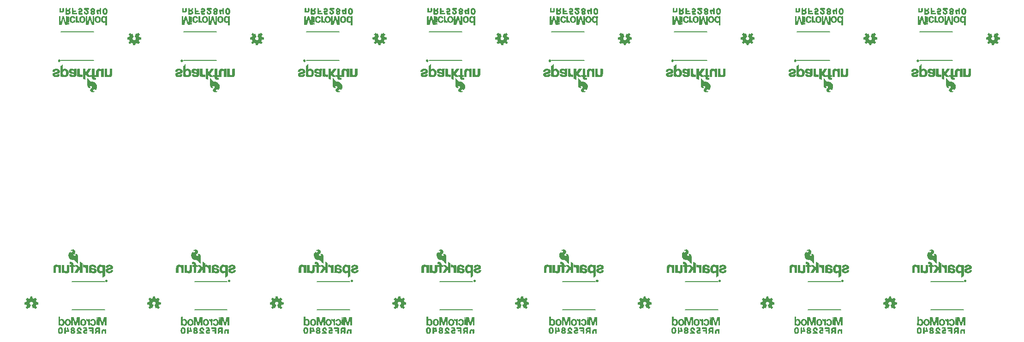
<source format=gbo>
G04 EAGLE Gerber RS-274X export*
G75*
%MOMM*%
%FSLAX34Y34*%
%LPD*%
%INSilkscreen Bottom*%
%IPPOS*%
%AMOC8*
5,1,8,0,0,1.08239X$1,22.5*%
G01*
%ADD10C,0.300000*%
%ADD11C,0.152400*%

G36*
X1373809Y95768D02*
X1373809Y95768D01*
X1373875Y95773D01*
X1373893Y95784D01*
X1373914Y95789D01*
X1373998Y95849D01*
X1374023Y95863D01*
X1374025Y95868D01*
X1374031Y95872D01*
X1376231Y98172D01*
X1376239Y98185D01*
X1376251Y98195D01*
X1376282Y98259D01*
X1376319Y98321D01*
X1376320Y98337D01*
X1376327Y98351D01*
X1376326Y98422D01*
X1376331Y98493D01*
X1376325Y98508D01*
X1376325Y98524D01*
X1376267Y98649D01*
X1376266Y98653D01*
X1376265Y98654D01*
X1374397Y101269D01*
X1374400Y101280D01*
X1374409Y101293D01*
X1374420Y101351D01*
X1374429Y101372D01*
X1374428Y101394D01*
X1374435Y101427D01*
X1374436Y101432D01*
X1374436Y101433D01*
X1374436Y101434D01*
X1374436Y101444D01*
X1374468Y101509D01*
X1374525Y101566D01*
X1374536Y101584D01*
X1374547Y101593D01*
X1374556Y101612D01*
X1374596Y101664D01*
X1374668Y101809D01*
X1374725Y101866D01*
X1374765Y101930D01*
X1374809Y101993D01*
X1374811Y102005D01*
X1374816Y102013D01*
X1374819Y102048D01*
X1374836Y102134D01*
X1374836Y102183D01*
X1374865Y102230D01*
X1374909Y102293D01*
X1374911Y102305D01*
X1374916Y102313D01*
X1374919Y102348D01*
X1374936Y102434D01*
X1374936Y102544D01*
X1374968Y102609D01*
X1375025Y102666D01*
X1375065Y102730D01*
X1375109Y102793D01*
X1375111Y102805D01*
X1375116Y102813D01*
X1375119Y102848D01*
X1375126Y102881D01*
X1375129Y102889D01*
X1375129Y102897D01*
X1375136Y102934D01*
X1375136Y102983D01*
X1375165Y103030D01*
X1375209Y103093D01*
X1375211Y103105D01*
X1375216Y103113D01*
X1375219Y103148D01*
X1375236Y103234D01*
X1375236Y103344D01*
X1375265Y103402D01*
X1378521Y103960D01*
X1378539Y103967D01*
X1378558Y103968D01*
X1378617Y104001D01*
X1378680Y104027D01*
X1378693Y104042D01*
X1378710Y104051D01*
X1378749Y104107D01*
X1378793Y104158D01*
X1378798Y104177D01*
X1378809Y104193D01*
X1378830Y104304D01*
X1378836Y104326D01*
X1378835Y104330D01*
X1378836Y104334D01*
X1378836Y107534D01*
X1378831Y107553D01*
X1378834Y107572D01*
X1378822Y107606D01*
X1378822Y107613D01*
X1378816Y107623D01*
X1378812Y107636D01*
X1378796Y107702D01*
X1378784Y107717D01*
X1378778Y107735D01*
X1378729Y107783D01*
X1378686Y107836D01*
X1378668Y107843D01*
X1378655Y107857D01*
X1378549Y107897D01*
X1378528Y107906D01*
X1378525Y107906D01*
X1378521Y107908D01*
X1375308Y108458D01*
X1375298Y108497D01*
X1375296Y108502D01*
X1375296Y108503D01*
X1375236Y108623D01*
X1375236Y108634D01*
X1375232Y108649D01*
X1375235Y108665D01*
X1375215Y108735D01*
X1375214Y108750D01*
X1375207Y108764D01*
X1375198Y108797D01*
X1375196Y108802D01*
X1375196Y108803D01*
X1375136Y108923D01*
X1375136Y108934D01*
X1375132Y108949D01*
X1375135Y108965D01*
X1375098Y109097D01*
X1375096Y109102D01*
X1375096Y109103D01*
X1374936Y109423D01*
X1374936Y109434D01*
X1374932Y109449D01*
X1374935Y109465D01*
X1374898Y109597D01*
X1374896Y109602D01*
X1374896Y109603D01*
X1374796Y109803D01*
X1374773Y109831D01*
X1374736Y109885D01*
X1374736Y109934D01*
X1374718Y110008D01*
X1374705Y110083D01*
X1374699Y110093D01*
X1374696Y110102D01*
X1374674Y110130D01*
X1374625Y110202D01*
X1374568Y110258D01*
X1374496Y110403D01*
X1374473Y110431D01*
X1374436Y110485D01*
X1374436Y110534D01*
X1374418Y110608D01*
X1374415Y110630D01*
X1376269Y113318D01*
X1376275Y113334D01*
X1376287Y113347D01*
X1376306Y113414D01*
X1376332Y113479D01*
X1376330Y113497D01*
X1376335Y113513D01*
X1376323Y113582D01*
X1376317Y113652D01*
X1376308Y113666D01*
X1376305Y113683D01*
X1376233Y113789D01*
X1376227Y113800D01*
X1376226Y113800D01*
X1376225Y113802D01*
X1374025Y116002D01*
X1374010Y116011D01*
X1374000Y116025D01*
X1373937Y116056D01*
X1373878Y116093D01*
X1373861Y116095D01*
X1373845Y116102D01*
X1373775Y116103D01*
X1373705Y116109D01*
X1373690Y116103D01*
X1373672Y116103D01*
X1373555Y116052D01*
X1373544Y116048D01*
X1373543Y116047D01*
X1373541Y116046D01*
X1370842Y114184D01*
X1370825Y114202D01*
X1370760Y114242D01*
X1370697Y114286D01*
X1370686Y114288D01*
X1370678Y114293D01*
X1370643Y114296D01*
X1370557Y114313D01*
X1370507Y114313D01*
X1370494Y114321D01*
X1370426Y114373D01*
X1370281Y114445D01*
X1370225Y114502D01*
X1370160Y114542D01*
X1370097Y114586D01*
X1370086Y114588D01*
X1370078Y114593D01*
X1370043Y114596D01*
X1369957Y114613D01*
X1369907Y114613D01*
X1369894Y114621D01*
X1369826Y114673D01*
X1369626Y114773D01*
X1369610Y114777D01*
X1369597Y114786D01*
X1369463Y114812D01*
X1369458Y114813D01*
X1369457Y114813D01*
X1369446Y114813D01*
X1369326Y114873D01*
X1369310Y114877D01*
X1369297Y114886D01*
X1369163Y114912D01*
X1369158Y114913D01*
X1369157Y114913D01*
X1369107Y114913D01*
X1369060Y114942D01*
X1368997Y114986D01*
X1368986Y114988D01*
X1368978Y114993D01*
X1368943Y114996D01*
X1368857Y115013D01*
X1368746Y115013D01*
X1368689Y115042D01*
X1368130Y118298D01*
X1368123Y118316D01*
X1368122Y118335D01*
X1368090Y118394D01*
X1368063Y118457D01*
X1368048Y118470D01*
X1368039Y118487D01*
X1367983Y118526D01*
X1367932Y118570D01*
X1367913Y118575D01*
X1367897Y118586D01*
X1367786Y118607D01*
X1367764Y118613D01*
X1367761Y118612D01*
X1367757Y118613D01*
X1364557Y118613D01*
X1364538Y118609D01*
X1364519Y118611D01*
X1364454Y118589D01*
X1364388Y118573D01*
X1364373Y118561D01*
X1364355Y118555D01*
X1364307Y118507D01*
X1364255Y118463D01*
X1364247Y118446D01*
X1364233Y118432D01*
X1364193Y118326D01*
X1364184Y118305D01*
X1364184Y118302D01*
X1364183Y118298D01*
X1363632Y115086D01*
X1363593Y115075D01*
X1363588Y115073D01*
X1363587Y115073D01*
X1363467Y115013D01*
X1363457Y115013D01*
X1363441Y115009D01*
X1363425Y115012D01*
X1363293Y114975D01*
X1363288Y114973D01*
X1363287Y114973D01*
X1363167Y114913D01*
X1363157Y114913D01*
X1363141Y114909D01*
X1363125Y114912D01*
X1362993Y114875D01*
X1362988Y114873D01*
X1362987Y114873D01*
X1362867Y114813D01*
X1362757Y114813D01*
X1362682Y114796D01*
X1362607Y114782D01*
X1362597Y114776D01*
X1362588Y114773D01*
X1362561Y114751D01*
X1362488Y114702D01*
X1362432Y114645D01*
X1362367Y114613D01*
X1362357Y114613D01*
X1362341Y114609D01*
X1362325Y114612D01*
X1362193Y114575D01*
X1362188Y114573D01*
X1362187Y114573D01*
X1361987Y114473D01*
X1361959Y114450D01*
X1361888Y114402D01*
X1361832Y114345D01*
X1361767Y114313D01*
X1361757Y114313D01*
X1361741Y114309D01*
X1361725Y114312D01*
X1361593Y114275D01*
X1361588Y114273D01*
X1361587Y114273D01*
X1361445Y114202D01*
X1358772Y116046D01*
X1358760Y116051D01*
X1358751Y116060D01*
X1358680Y116082D01*
X1358611Y116109D01*
X1358598Y116108D01*
X1358586Y116112D01*
X1358512Y116100D01*
X1358438Y116094D01*
X1358427Y116087D01*
X1358415Y116085D01*
X1358294Y116008D01*
X1355994Y113808D01*
X1355980Y113786D01*
X1355960Y113770D01*
X1355934Y113714D01*
X1355900Y113663D01*
X1355897Y113637D01*
X1355886Y113614D01*
X1355887Y113552D01*
X1355880Y113491D01*
X1355888Y113467D01*
X1355889Y113441D01*
X1355926Y113361D01*
X1355938Y113328D01*
X1355945Y113322D01*
X1355949Y113311D01*
X1357885Y110638D01*
X1357845Y110558D01*
X1357788Y110502D01*
X1357748Y110437D01*
X1357704Y110374D01*
X1357702Y110363D01*
X1357697Y110355D01*
X1357694Y110320D01*
X1357677Y110234D01*
X1357677Y110184D01*
X1357670Y110171D01*
X1357617Y110103D01*
X1357545Y109958D01*
X1357488Y109902D01*
X1357448Y109837D01*
X1357404Y109774D01*
X1357402Y109763D01*
X1357397Y109755D01*
X1357394Y109720D01*
X1357377Y109634D01*
X1357377Y109584D01*
X1357348Y109537D01*
X1357304Y109474D01*
X1357302Y109463D01*
X1357297Y109455D01*
X1357294Y109420D01*
X1357277Y109334D01*
X1357277Y109223D01*
X1357245Y109158D01*
X1357188Y109102D01*
X1357148Y109037D01*
X1357104Y108974D01*
X1357102Y108963D01*
X1357097Y108955D01*
X1357094Y108920D01*
X1357077Y108834D01*
X1357077Y108784D01*
X1357048Y108737D01*
X1357004Y108674D01*
X1357002Y108663D01*
X1356997Y108655D01*
X1356994Y108620D01*
X1356977Y108534D01*
X1356977Y108455D01*
X1353694Y107908D01*
X1353676Y107900D01*
X1353655Y107899D01*
X1353596Y107867D01*
X1353535Y107841D01*
X1353521Y107826D01*
X1353504Y107816D01*
X1353465Y107761D01*
X1353421Y107711D01*
X1353416Y107691D01*
X1353404Y107674D01*
X1353389Y107593D01*
X1353384Y107583D01*
X1353385Y107572D01*
X1353384Y107568D01*
X1353377Y107543D01*
X1353378Y107539D01*
X1353377Y107534D01*
X1353377Y104334D01*
X1353382Y104315D01*
X1353379Y104296D01*
X1353401Y104231D01*
X1353417Y104165D01*
X1353429Y104150D01*
X1353435Y104132D01*
X1353484Y104084D01*
X1353527Y104032D01*
X1353545Y104024D01*
X1353559Y104010D01*
X1353665Y103970D01*
X1353685Y103961D01*
X1353688Y103961D01*
X1353693Y103960D01*
X1356980Y103396D01*
X1357016Y103271D01*
X1357017Y103265D01*
X1357017Y103264D01*
X1357077Y103144D01*
X1357077Y103134D01*
X1357081Y103118D01*
X1357079Y103102D01*
X1357116Y102971D01*
X1357117Y102965D01*
X1357117Y102964D01*
X1357177Y102844D01*
X1357177Y102834D01*
X1357181Y102818D01*
X1357179Y102802D01*
X1357216Y102671D01*
X1357217Y102665D01*
X1357217Y102664D01*
X1357377Y102344D01*
X1357377Y102334D01*
X1357381Y102318D01*
X1357379Y102302D01*
X1357416Y102171D01*
X1357417Y102165D01*
X1357417Y102164D01*
X1357517Y101964D01*
X1357540Y101936D01*
X1357588Y101866D01*
X1357645Y101809D01*
X1357677Y101744D01*
X1357677Y101734D01*
X1357681Y101718D01*
X1357679Y101702D01*
X1357716Y101571D01*
X1357717Y101565D01*
X1357717Y101564D01*
X1357817Y101364D01*
X1357840Y101336D01*
X1357888Y101266D01*
X1357899Y101255D01*
X1355953Y98661D01*
X1355943Y98639D01*
X1355927Y98620D01*
X1355909Y98560D01*
X1355884Y98503D01*
X1355885Y98478D01*
X1355878Y98454D01*
X1355889Y98393D01*
X1355892Y98330D01*
X1355904Y98308D01*
X1355908Y98284D01*
X1355959Y98209D01*
X1355976Y98179D01*
X1355983Y98174D01*
X1355988Y98166D01*
X1358288Y95866D01*
X1358303Y95857D01*
X1358313Y95843D01*
X1358376Y95811D01*
X1358435Y95774D01*
X1358452Y95773D01*
X1358468Y95765D01*
X1358538Y95765D01*
X1358608Y95758D01*
X1358624Y95764D01*
X1358641Y95764D01*
X1358759Y95816D01*
X1358769Y95820D01*
X1358770Y95821D01*
X1358772Y95821D01*
X1361471Y97683D01*
X1361488Y97666D01*
X1361553Y97625D01*
X1361616Y97581D01*
X1361628Y97579D01*
X1361635Y97574D01*
X1361671Y97571D01*
X1361686Y97568D01*
X1361688Y97566D01*
X1361753Y97525D01*
X1361816Y97481D01*
X1361828Y97479D01*
X1361835Y97474D01*
X1361871Y97471D01*
X1361957Y97454D01*
X1362006Y97454D01*
X1362053Y97425D01*
X1362116Y97381D01*
X1362128Y97379D01*
X1362135Y97374D01*
X1362171Y97371D01*
X1362186Y97368D01*
X1362188Y97366D01*
X1362253Y97325D01*
X1362316Y97281D01*
X1362328Y97279D01*
X1362335Y97274D01*
X1362371Y97271D01*
X1362386Y97268D01*
X1362388Y97266D01*
X1362453Y97225D01*
X1362516Y97181D01*
X1362528Y97179D01*
X1362535Y97174D01*
X1362571Y97171D01*
X1362599Y97165D01*
X1362627Y97132D01*
X1362646Y97124D01*
X1362660Y97109D01*
X1362724Y97089D01*
X1362785Y97061D01*
X1362805Y97062D01*
X1362825Y97056D01*
X1362891Y97066D01*
X1362958Y97068D01*
X1362976Y97078D01*
X1362996Y97081D01*
X1363051Y97119D01*
X1363110Y97151D01*
X1363121Y97168D01*
X1363138Y97180D01*
X1363194Y97272D01*
X1363209Y97293D01*
X1363210Y97298D01*
X1363212Y97302D01*
X1365212Y102702D01*
X1365216Y102733D01*
X1365229Y102761D01*
X1365227Y102817D01*
X1365234Y102874D01*
X1365224Y102903D01*
X1365222Y102934D01*
X1365195Y102984D01*
X1365177Y103037D01*
X1365155Y103059D01*
X1365140Y103086D01*
X1365080Y103132D01*
X1365053Y103158D01*
X1365040Y103162D01*
X1365026Y103173D01*
X1364481Y103445D01*
X1364325Y103602D01*
X1364294Y103621D01*
X1364226Y103673D01*
X1364081Y103745D01*
X1363768Y104058D01*
X1363696Y104203D01*
X1363673Y104231D01*
X1363625Y104302D01*
X1363468Y104458D01*
X1363408Y104579D01*
X1363316Y104854D01*
X1363304Y104873D01*
X1363296Y104903D01*
X1363236Y105023D01*
X1363236Y105134D01*
X1363228Y105169D01*
X1363216Y105254D01*
X1363136Y105495D01*
X1363136Y106272D01*
X1363216Y106514D01*
X1363220Y106550D01*
X1363236Y106634D01*
X1363236Y106819D01*
X1363372Y107023D01*
X1363385Y107058D01*
X1363416Y107114D01*
X1363500Y107366D01*
X1363851Y107892D01*
X1364198Y108239D01*
X1364725Y108590D01*
X1364977Y108674D01*
X1364995Y108685D01*
X1365009Y108688D01*
X1365021Y108699D01*
X1365067Y108718D01*
X1365271Y108854D01*
X1365457Y108854D01*
X1365492Y108863D01*
X1365577Y108874D01*
X1365818Y108954D01*
X1366410Y108954D01*
X1366765Y108866D01*
X1366801Y108865D01*
X1366857Y108854D01*
X1367042Y108854D01*
X1367246Y108718D01*
X1367281Y108705D01*
X1367331Y108677D01*
X1367333Y108676D01*
X1367337Y108674D01*
X1367588Y108590D01*
X1367815Y108439D01*
X1367988Y108266D01*
X1368015Y108249D01*
X1368046Y108218D01*
X1368315Y108039D01*
X1368462Y107892D01*
X1368813Y107366D01*
X1369177Y106272D01*
X1369177Y105795D01*
X1369097Y105554D01*
X1369094Y105518D01*
X1369077Y105434D01*
X1369077Y105223D01*
X1368917Y104903D01*
X1368912Y104881D01*
X1368897Y104854D01*
X1368805Y104579D01*
X1368645Y104258D01*
X1368488Y104102D01*
X1368470Y104071D01*
X1368417Y104003D01*
X1368345Y103858D01*
X1368232Y103745D01*
X1368087Y103673D01*
X1368059Y103650D01*
X1367988Y103602D01*
X1367832Y103445D01*
X1367511Y103285D01*
X1367237Y103193D01*
X1367188Y103163D01*
X1367135Y103141D01*
X1367115Y103119D01*
X1367089Y103103D01*
X1367059Y103054D01*
X1367021Y103011D01*
X1367014Y102982D01*
X1366998Y102956D01*
X1366992Y102899D01*
X1366977Y102843D01*
X1366983Y102809D01*
X1366981Y102784D01*
X1366993Y102752D01*
X1367001Y102702D01*
X1369001Y97302D01*
X1369026Y97264D01*
X1369043Y97221D01*
X1369073Y97193D01*
X1369096Y97158D01*
X1369136Y97135D01*
X1369170Y97104D01*
X1369210Y97092D01*
X1369246Y97071D01*
X1369292Y97068D01*
X1369336Y97055D01*
X1369377Y97062D01*
X1369419Y97060D01*
X1369461Y97077D01*
X1369506Y97085D01*
X1369548Y97113D01*
X1369579Y97126D01*
X1369596Y97146D01*
X1369608Y97154D01*
X1369657Y97154D01*
X1369731Y97172D01*
X1369806Y97185D01*
X1369816Y97192D01*
X1369825Y97194D01*
X1369852Y97217D01*
X1369925Y97266D01*
X1369931Y97272D01*
X1370006Y97285D01*
X1370016Y97292D01*
X1370025Y97294D01*
X1370052Y97317D01*
X1370125Y97366D01*
X1370131Y97372D01*
X1370206Y97385D01*
X1370216Y97392D01*
X1370225Y97394D01*
X1370252Y97417D01*
X1370325Y97466D01*
X1370331Y97472D01*
X1370406Y97485D01*
X1370416Y97492D01*
X1370425Y97494D01*
X1370452Y97517D01*
X1370525Y97566D01*
X1370531Y97572D01*
X1370606Y97585D01*
X1370616Y97592D01*
X1370625Y97594D01*
X1370652Y97617D01*
X1370725Y97666D01*
X1370731Y97672D01*
X1370806Y97685D01*
X1370816Y97692D01*
X1370825Y97694D01*
X1370826Y97694D01*
X1373541Y95821D01*
X1373561Y95814D01*
X1373577Y95800D01*
X1373641Y95782D01*
X1373702Y95758D01*
X1373724Y95760D01*
X1373744Y95755D01*
X1373809Y95768D01*
G37*
G36*
X248386Y95768D02*
X248386Y95768D01*
X248452Y95773D01*
X248470Y95784D01*
X248491Y95789D01*
X248575Y95849D01*
X248599Y95863D01*
X248602Y95868D01*
X248607Y95872D01*
X250807Y98172D01*
X250816Y98185D01*
X250828Y98195D01*
X250859Y98259D01*
X250895Y98321D01*
X250897Y98337D01*
X250904Y98351D01*
X250903Y98422D01*
X250908Y98493D01*
X250902Y98508D01*
X250902Y98524D01*
X250844Y98649D01*
X250843Y98653D01*
X250842Y98654D01*
X248974Y101269D01*
X248976Y101280D01*
X248986Y101293D01*
X248997Y101351D01*
X249006Y101372D01*
X249005Y101394D01*
X249011Y101427D01*
X249013Y101432D01*
X249013Y101433D01*
X249013Y101434D01*
X249013Y101444D01*
X249045Y101509D01*
X249102Y101566D01*
X249113Y101584D01*
X249124Y101593D01*
X249132Y101612D01*
X249173Y101664D01*
X249245Y101809D01*
X249302Y101866D01*
X249342Y101930D01*
X249386Y101993D01*
X249388Y102005D01*
X249393Y102013D01*
X249396Y102048D01*
X249413Y102134D01*
X249413Y102183D01*
X249442Y102230D01*
X249486Y102293D01*
X249488Y102305D01*
X249493Y102313D01*
X249496Y102348D01*
X249513Y102434D01*
X249513Y102544D01*
X249545Y102609D01*
X249602Y102666D01*
X249642Y102730D01*
X249686Y102793D01*
X249688Y102805D01*
X249693Y102813D01*
X249696Y102848D01*
X249703Y102881D01*
X249706Y102889D01*
X249706Y102897D01*
X249713Y102934D01*
X249713Y102983D01*
X249742Y103030D01*
X249786Y103093D01*
X249788Y103105D01*
X249793Y103113D01*
X249796Y103148D01*
X249813Y103234D01*
X249813Y103344D01*
X249841Y103402D01*
X253098Y103960D01*
X253115Y103967D01*
X253135Y103968D01*
X253194Y104001D01*
X253257Y104027D01*
X253270Y104042D01*
X253287Y104051D01*
X253325Y104107D01*
X253370Y104158D01*
X253375Y104177D01*
X253386Y104193D01*
X253407Y104304D01*
X253413Y104326D01*
X253412Y104330D01*
X253413Y104334D01*
X253413Y107534D01*
X253408Y107553D01*
X253411Y107572D01*
X253399Y107606D01*
X253399Y107613D01*
X253393Y107623D01*
X253389Y107636D01*
X253373Y107702D01*
X253361Y107717D01*
X253355Y107735D01*
X253306Y107783D01*
X253263Y107836D01*
X253245Y107843D01*
X253232Y107857D01*
X253126Y107897D01*
X253105Y107906D01*
X253102Y107906D01*
X253098Y107908D01*
X249885Y108458D01*
X249874Y108497D01*
X249873Y108502D01*
X249873Y108503D01*
X249813Y108623D01*
X249813Y108634D01*
X249809Y108649D01*
X249811Y108665D01*
X249792Y108735D01*
X249791Y108750D01*
X249784Y108764D01*
X249774Y108797D01*
X249773Y108802D01*
X249773Y108803D01*
X249713Y108923D01*
X249713Y108934D01*
X249709Y108949D01*
X249711Y108965D01*
X249674Y109097D01*
X249673Y109102D01*
X249673Y109103D01*
X249513Y109423D01*
X249513Y109434D01*
X249509Y109449D01*
X249511Y109465D01*
X249474Y109597D01*
X249473Y109602D01*
X249473Y109603D01*
X249373Y109803D01*
X249350Y109831D01*
X249313Y109885D01*
X249313Y109934D01*
X249295Y110008D01*
X249282Y110083D01*
X249275Y110093D01*
X249273Y110102D01*
X249251Y110130D01*
X249202Y110202D01*
X249145Y110258D01*
X249073Y110403D01*
X249050Y110431D01*
X249013Y110485D01*
X249013Y110534D01*
X248995Y110608D01*
X248991Y110630D01*
X250846Y113318D01*
X250852Y113334D01*
X250863Y113347D01*
X250883Y113414D01*
X250909Y113479D01*
X250907Y113497D01*
X250912Y113513D01*
X250900Y113582D01*
X250894Y113652D01*
X250885Y113666D01*
X250882Y113683D01*
X250810Y113789D01*
X250804Y113800D01*
X250803Y113800D01*
X250802Y113802D01*
X248602Y116002D01*
X248587Y116011D01*
X248577Y116025D01*
X248514Y116056D01*
X248455Y116093D01*
X248438Y116095D01*
X248422Y116102D01*
X248352Y116103D01*
X248282Y116109D01*
X248266Y116103D01*
X248249Y116103D01*
X248132Y116052D01*
X248121Y116048D01*
X248120Y116047D01*
X248118Y116046D01*
X245419Y114184D01*
X245402Y114202D01*
X245337Y114242D01*
X245274Y114286D01*
X245263Y114288D01*
X245255Y114293D01*
X245219Y114296D01*
X245133Y114313D01*
X245084Y114313D01*
X245071Y114321D01*
X245003Y114373D01*
X244858Y114445D01*
X244802Y114502D01*
X244737Y114542D01*
X244674Y114586D01*
X244663Y114588D01*
X244655Y114593D01*
X244619Y114596D01*
X244533Y114613D01*
X244484Y114613D01*
X244471Y114621D01*
X244403Y114673D01*
X244203Y114773D01*
X244187Y114777D01*
X244174Y114786D01*
X244040Y114812D01*
X244035Y114813D01*
X244034Y114813D01*
X244033Y114813D01*
X244023Y114813D01*
X243903Y114873D01*
X243887Y114877D01*
X243874Y114886D01*
X243740Y114912D01*
X243735Y114913D01*
X243734Y114913D01*
X243733Y114913D01*
X243684Y114913D01*
X243637Y114942D01*
X243574Y114986D01*
X243563Y114988D01*
X243555Y114993D01*
X243519Y114996D01*
X243433Y115013D01*
X243323Y115013D01*
X243265Y115042D01*
X242707Y118298D01*
X242700Y118316D01*
X242699Y118335D01*
X242666Y118394D01*
X242640Y118457D01*
X242625Y118470D01*
X242616Y118487D01*
X242560Y118526D01*
X242509Y118570D01*
X242490Y118575D01*
X242474Y118586D01*
X242363Y118607D01*
X242341Y118613D01*
X242338Y118612D01*
X242333Y118613D01*
X239133Y118613D01*
X239115Y118609D01*
X239095Y118611D01*
X239031Y118589D01*
X238965Y118573D01*
X238950Y118561D01*
X238932Y118555D01*
X238884Y118507D01*
X238832Y118463D01*
X238824Y118446D01*
X238810Y118432D01*
X238770Y118326D01*
X238761Y118305D01*
X238761Y118302D01*
X238760Y118298D01*
X238209Y115086D01*
X238170Y115075D01*
X238165Y115073D01*
X238164Y115073D01*
X238044Y115013D01*
X238033Y115013D01*
X238018Y115009D01*
X238002Y115012D01*
X237870Y114975D01*
X237865Y114973D01*
X237864Y114973D01*
X237744Y114913D01*
X237733Y114913D01*
X237718Y114909D01*
X237702Y114912D01*
X237570Y114875D01*
X237565Y114873D01*
X237564Y114873D01*
X237444Y114813D01*
X237333Y114813D01*
X237259Y114796D01*
X237184Y114782D01*
X237174Y114776D01*
X237165Y114773D01*
X237138Y114751D01*
X237065Y114702D01*
X237009Y114645D01*
X236944Y114613D01*
X236933Y114613D01*
X236918Y114609D01*
X236902Y114612D01*
X236770Y114575D01*
X236765Y114573D01*
X236764Y114573D01*
X236564Y114473D01*
X236536Y114450D01*
X236465Y114402D01*
X236409Y114345D01*
X236344Y114313D01*
X236333Y114313D01*
X236318Y114309D01*
X236302Y114312D01*
X236170Y114275D01*
X236165Y114273D01*
X236164Y114273D01*
X236022Y114202D01*
X233349Y116046D01*
X233337Y116051D01*
X233328Y116060D01*
X233257Y116082D01*
X233188Y116109D01*
X233175Y116108D01*
X233163Y116112D01*
X233089Y116100D01*
X233015Y116094D01*
X233004Y116087D01*
X232992Y116085D01*
X232871Y116008D01*
X230571Y113808D01*
X230557Y113786D01*
X230537Y113770D01*
X230510Y113714D01*
X230477Y113663D01*
X230474Y113637D01*
X230463Y113614D01*
X230464Y113552D01*
X230457Y113491D01*
X230465Y113467D01*
X230466Y113441D01*
X230503Y113361D01*
X230515Y113328D01*
X230521Y113322D01*
X230526Y113311D01*
X232462Y110638D01*
X232422Y110558D01*
X232365Y110502D01*
X232325Y110437D01*
X232281Y110374D01*
X232279Y110363D01*
X232274Y110355D01*
X232271Y110320D01*
X232254Y110234D01*
X232254Y110184D01*
X232246Y110171D01*
X232194Y110103D01*
X232122Y109958D01*
X232065Y109902D01*
X232025Y109837D01*
X231981Y109774D01*
X231979Y109763D01*
X231974Y109755D01*
X231971Y109720D01*
X231954Y109634D01*
X231954Y109584D01*
X231925Y109537D01*
X231881Y109474D01*
X231879Y109463D01*
X231874Y109455D01*
X231871Y109420D01*
X231854Y109334D01*
X231854Y109223D01*
X231822Y109158D01*
X231765Y109102D01*
X231725Y109037D01*
X231681Y108974D01*
X231679Y108963D01*
X231674Y108955D01*
X231671Y108920D01*
X231654Y108834D01*
X231654Y108784D01*
X231625Y108737D01*
X231581Y108674D01*
X231579Y108663D01*
X231574Y108655D01*
X231571Y108620D01*
X231554Y108534D01*
X231554Y108455D01*
X228271Y107908D01*
X228252Y107900D01*
X228232Y107899D01*
X228173Y107867D01*
X228111Y107841D01*
X228098Y107826D01*
X228080Y107816D01*
X228042Y107761D01*
X227998Y107711D01*
X227993Y107691D01*
X227981Y107674D01*
X227966Y107593D01*
X227961Y107583D01*
X227961Y107572D01*
X227961Y107568D01*
X227954Y107543D01*
X227955Y107539D01*
X227954Y107534D01*
X227954Y104334D01*
X227959Y104315D01*
X227956Y104296D01*
X227978Y104231D01*
X227994Y104165D01*
X228006Y104150D01*
X228012Y104132D01*
X228061Y104084D01*
X228104Y104032D01*
X228122Y104024D01*
X228135Y104010D01*
X228241Y103970D01*
X228262Y103961D01*
X228265Y103961D01*
X228269Y103960D01*
X231557Y103396D01*
X231592Y103271D01*
X231594Y103265D01*
X231594Y103264D01*
X231654Y103144D01*
X231654Y103134D01*
X231658Y103118D01*
X231656Y103102D01*
X231692Y102971D01*
X231694Y102965D01*
X231694Y102964D01*
X231754Y102844D01*
X231754Y102834D01*
X231758Y102818D01*
X231756Y102802D01*
X231792Y102671D01*
X231794Y102665D01*
X231794Y102664D01*
X231954Y102344D01*
X231954Y102334D01*
X231958Y102318D01*
X231956Y102302D01*
X231992Y102171D01*
X231994Y102165D01*
X231994Y102164D01*
X232094Y101964D01*
X232117Y101936D01*
X232165Y101866D01*
X232222Y101809D01*
X232254Y101744D01*
X232254Y101734D01*
X232258Y101718D01*
X232256Y101702D01*
X232292Y101571D01*
X232294Y101565D01*
X232294Y101564D01*
X232394Y101364D01*
X232417Y101336D01*
X232465Y101266D01*
X232476Y101255D01*
X230530Y98661D01*
X230520Y98639D01*
X230503Y98620D01*
X230486Y98560D01*
X230461Y98503D01*
X230462Y98478D01*
X230455Y98454D01*
X230466Y98393D01*
X230469Y98330D01*
X230481Y98308D01*
X230485Y98284D01*
X230536Y98209D01*
X230553Y98179D01*
X230560Y98174D01*
X230565Y98166D01*
X232865Y95866D01*
X232880Y95857D01*
X232890Y95843D01*
X232953Y95811D01*
X233012Y95774D01*
X233029Y95773D01*
X233045Y95765D01*
X233115Y95765D01*
X233185Y95758D01*
X233201Y95764D01*
X233218Y95764D01*
X233335Y95816D01*
X233346Y95820D01*
X233347Y95821D01*
X233349Y95821D01*
X236048Y97683D01*
X236065Y97666D01*
X236130Y97625D01*
X236193Y97581D01*
X236204Y97579D01*
X236212Y97574D01*
X236247Y97571D01*
X236263Y97568D01*
X236265Y97566D01*
X236330Y97525D01*
X236393Y97481D01*
X236404Y97479D01*
X236412Y97474D01*
X236447Y97471D01*
X236533Y97454D01*
X236583Y97454D01*
X236630Y97425D01*
X236693Y97381D01*
X236704Y97379D01*
X236712Y97374D01*
X236747Y97371D01*
X236763Y97368D01*
X236765Y97366D01*
X236830Y97325D01*
X236893Y97281D01*
X236904Y97279D01*
X236912Y97274D01*
X236947Y97271D01*
X236963Y97268D01*
X236965Y97266D01*
X237030Y97225D01*
X237093Y97181D01*
X237104Y97179D01*
X237112Y97174D01*
X237147Y97171D01*
X237176Y97165D01*
X237204Y97132D01*
X237222Y97124D01*
X237237Y97109D01*
X237301Y97089D01*
X237362Y97061D01*
X237382Y97062D01*
X237401Y97056D01*
X237468Y97066D01*
X237535Y97068D01*
X237553Y97078D01*
X237573Y97081D01*
X237628Y97119D01*
X237687Y97151D01*
X237698Y97168D01*
X237715Y97180D01*
X237771Y97272D01*
X237786Y97293D01*
X237787Y97298D01*
X237789Y97302D01*
X239789Y102702D01*
X239793Y102733D01*
X239806Y102761D01*
X239804Y102817D01*
X239811Y102874D01*
X239800Y102903D01*
X239799Y102934D01*
X239772Y102984D01*
X239754Y103037D01*
X239731Y103059D01*
X239717Y103086D01*
X239657Y103132D01*
X239630Y103158D01*
X239617Y103162D01*
X239603Y103173D01*
X239058Y103445D01*
X238902Y103602D01*
X238871Y103621D01*
X238803Y103673D01*
X238658Y103745D01*
X238345Y104058D01*
X238273Y104203D01*
X238250Y104231D01*
X238202Y104302D01*
X238045Y104458D01*
X237985Y104579D01*
X237893Y104854D01*
X237881Y104873D01*
X237873Y104903D01*
X237813Y105023D01*
X237813Y105134D01*
X237804Y105169D01*
X237793Y105254D01*
X237713Y105495D01*
X237713Y106272D01*
X237793Y106514D01*
X237796Y106550D01*
X237813Y106634D01*
X237813Y106819D01*
X237949Y107023D01*
X237962Y107058D01*
X237993Y107114D01*
X238077Y107366D01*
X238428Y107892D01*
X238775Y108239D01*
X239302Y108590D01*
X239553Y108674D01*
X239572Y108685D01*
X239585Y108688D01*
X239598Y108699D01*
X239644Y108718D01*
X239848Y108854D01*
X240033Y108854D01*
X240068Y108863D01*
X240153Y108874D01*
X240395Y108954D01*
X240987Y108954D01*
X241341Y108866D01*
X241377Y108865D01*
X241433Y108854D01*
X241619Y108854D01*
X241823Y108718D01*
X241858Y108705D01*
X241907Y108677D01*
X241909Y108676D01*
X241910Y108676D01*
X241913Y108674D01*
X242165Y108590D01*
X242392Y108439D01*
X242565Y108266D01*
X242591Y108249D01*
X242623Y108218D01*
X242892Y108039D01*
X243039Y107892D01*
X243390Y107366D01*
X243754Y106272D01*
X243754Y105795D01*
X243674Y105554D01*
X243670Y105518D01*
X243654Y105434D01*
X243654Y105223D01*
X243494Y104903D01*
X243489Y104881D01*
X243474Y104854D01*
X243382Y104579D01*
X243222Y104258D01*
X243065Y104102D01*
X243046Y104071D01*
X242994Y104003D01*
X242922Y103858D01*
X242809Y103745D01*
X242664Y103673D01*
X242636Y103650D01*
X242565Y103602D01*
X242409Y103445D01*
X242088Y103285D01*
X241813Y103193D01*
X241765Y103163D01*
X241711Y103141D01*
X241692Y103119D01*
X241666Y103103D01*
X241636Y103054D01*
X241598Y103011D01*
X241590Y102982D01*
X241574Y102956D01*
X241569Y102899D01*
X241554Y102843D01*
X241560Y102809D01*
X241557Y102784D01*
X241569Y102752D01*
X241578Y102702D01*
X243578Y97302D01*
X243603Y97264D01*
X243619Y97221D01*
X243650Y97193D01*
X243673Y97158D01*
X243713Y97135D01*
X243747Y97104D01*
X243787Y97092D01*
X243823Y97071D01*
X243869Y97068D01*
X243913Y97055D01*
X243954Y97062D01*
X243996Y97060D01*
X244038Y97077D01*
X244083Y97085D01*
X244124Y97113D01*
X244155Y97126D01*
X244172Y97146D01*
X244185Y97154D01*
X244233Y97154D01*
X244308Y97172D01*
X244383Y97185D01*
X244393Y97192D01*
X244402Y97194D01*
X244429Y97217D01*
X244502Y97266D01*
X244508Y97272D01*
X244583Y97285D01*
X244593Y97292D01*
X244602Y97294D01*
X244629Y97317D01*
X244702Y97366D01*
X244708Y97372D01*
X244783Y97385D01*
X244793Y97392D01*
X244802Y97394D01*
X244829Y97417D01*
X244902Y97466D01*
X244908Y97472D01*
X244983Y97485D01*
X244993Y97492D01*
X245002Y97494D01*
X245029Y97517D01*
X245102Y97566D01*
X245108Y97572D01*
X245183Y97585D01*
X245193Y97592D01*
X245202Y97594D01*
X245229Y97617D01*
X245302Y97666D01*
X245308Y97672D01*
X245383Y97685D01*
X245393Y97692D01*
X245402Y97694D01*
X248118Y95821D01*
X248138Y95814D01*
X248154Y95800D01*
X248218Y95782D01*
X248279Y95758D01*
X248300Y95760D01*
X248321Y95755D01*
X248386Y95768D01*
G37*
G36*
X698550Y95768D02*
X698550Y95768D01*
X698616Y95773D01*
X698634Y95784D01*
X698655Y95789D01*
X698739Y95849D01*
X698764Y95863D01*
X698766Y95868D01*
X698772Y95872D01*
X700972Y98172D01*
X700980Y98185D01*
X700992Y98195D01*
X701023Y98259D01*
X701060Y98321D01*
X701061Y98337D01*
X701068Y98351D01*
X701067Y98422D01*
X701072Y98493D01*
X701066Y98508D01*
X701066Y98524D01*
X701008Y98649D01*
X701007Y98653D01*
X701006Y98654D01*
X699138Y101269D01*
X699141Y101280D01*
X699150Y101293D01*
X699161Y101351D01*
X699170Y101372D01*
X699169Y101394D01*
X699176Y101427D01*
X699177Y101432D01*
X699177Y101433D01*
X699177Y101434D01*
X699177Y101444D01*
X699209Y101509D01*
X699266Y101566D01*
X699277Y101584D01*
X699288Y101593D01*
X699297Y101612D01*
X699337Y101664D01*
X699409Y101809D01*
X699466Y101866D01*
X699506Y101930D01*
X699550Y101993D01*
X699552Y102005D01*
X699557Y102013D01*
X699560Y102048D01*
X699577Y102134D01*
X699577Y102183D01*
X699606Y102230D01*
X699650Y102293D01*
X699652Y102305D01*
X699657Y102313D01*
X699660Y102348D01*
X699677Y102434D01*
X699677Y102544D01*
X699709Y102609D01*
X699766Y102666D01*
X699806Y102730D01*
X699850Y102793D01*
X699852Y102805D01*
X699857Y102813D01*
X699860Y102848D01*
X699867Y102881D01*
X699870Y102889D01*
X699870Y102897D01*
X699877Y102934D01*
X699877Y102983D01*
X699906Y103030D01*
X699950Y103093D01*
X699952Y103105D01*
X699957Y103113D01*
X699960Y103148D01*
X699977Y103234D01*
X699977Y103344D01*
X700006Y103402D01*
X703262Y103960D01*
X703280Y103967D01*
X703299Y103968D01*
X703358Y104001D01*
X703421Y104027D01*
X703434Y104042D01*
X703451Y104051D01*
X703490Y104107D01*
X703534Y104158D01*
X703539Y104177D01*
X703550Y104193D01*
X703571Y104304D01*
X703577Y104326D01*
X703576Y104330D01*
X703577Y104334D01*
X703577Y107534D01*
X703572Y107553D01*
X703575Y107572D01*
X703563Y107606D01*
X703563Y107613D01*
X703557Y107623D01*
X703553Y107636D01*
X703537Y107702D01*
X703525Y107717D01*
X703519Y107735D01*
X703470Y107783D01*
X703427Y107836D01*
X703409Y107843D01*
X703396Y107857D01*
X703290Y107897D01*
X703269Y107906D01*
X703266Y107906D01*
X703262Y107908D01*
X700049Y108458D01*
X700039Y108497D01*
X700037Y108502D01*
X700037Y108503D01*
X699977Y108623D01*
X699977Y108634D01*
X699973Y108649D01*
X699976Y108665D01*
X699956Y108735D01*
X699955Y108750D01*
X699948Y108764D01*
X699939Y108797D01*
X699937Y108802D01*
X699937Y108803D01*
X699877Y108923D01*
X699877Y108934D01*
X699873Y108949D01*
X699876Y108965D01*
X699839Y109097D01*
X699837Y109102D01*
X699837Y109103D01*
X699677Y109423D01*
X699677Y109434D01*
X699673Y109449D01*
X699676Y109465D01*
X699639Y109597D01*
X699637Y109602D01*
X699637Y109603D01*
X699537Y109803D01*
X699514Y109831D01*
X699477Y109885D01*
X699477Y109934D01*
X699459Y110008D01*
X699446Y110083D01*
X699440Y110093D01*
X699437Y110102D01*
X699415Y110130D01*
X699366Y110202D01*
X699309Y110258D01*
X699237Y110403D01*
X699214Y110431D01*
X699177Y110485D01*
X699177Y110534D01*
X699159Y110608D01*
X699156Y110630D01*
X701010Y113318D01*
X701016Y113334D01*
X701028Y113347D01*
X701047Y113414D01*
X701073Y113479D01*
X701071Y113497D01*
X701076Y113513D01*
X701064Y113582D01*
X701058Y113652D01*
X701049Y113666D01*
X701046Y113683D01*
X700974Y113789D01*
X700968Y113800D01*
X700967Y113800D01*
X700966Y113802D01*
X698766Y116002D01*
X698751Y116011D01*
X698741Y116025D01*
X698678Y116056D01*
X698619Y116093D01*
X698602Y116095D01*
X698586Y116102D01*
X698516Y116103D01*
X698446Y116109D01*
X698431Y116103D01*
X698413Y116103D01*
X698296Y116052D01*
X698285Y116048D01*
X698284Y116047D01*
X698282Y116046D01*
X695583Y114184D01*
X695566Y114202D01*
X695501Y114242D01*
X695438Y114286D01*
X695427Y114288D01*
X695419Y114293D01*
X695384Y114296D01*
X695298Y114313D01*
X695248Y114313D01*
X695235Y114321D01*
X695167Y114373D01*
X695022Y114445D01*
X694966Y114502D01*
X694901Y114542D01*
X694838Y114586D01*
X694827Y114588D01*
X694819Y114593D01*
X694784Y114596D01*
X694698Y114613D01*
X694648Y114613D01*
X694635Y114621D01*
X694567Y114673D01*
X694367Y114773D01*
X694351Y114777D01*
X694338Y114786D01*
X694204Y114812D01*
X694199Y114813D01*
X694198Y114813D01*
X694187Y114813D01*
X694067Y114873D01*
X694051Y114877D01*
X694038Y114886D01*
X693904Y114912D01*
X693899Y114913D01*
X693898Y114913D01*
X693848Y114913D01*
X693801Y114942D01*
X693738Y114986D01*
X693727Y114988D01*
X693719Y114993D01*
X693684Y114996D01*
X693598Y115013D01*
X693487Y115013D01*
X693430Y115042D01*
X692871Y118298D01*
X692864Y118316D01*
X692863Y118335D01*
X692831Y118394D01*
X692804Y118457D01*
X692789Y118470D01*
X692780Y118487D01*
X692724Y118526D01*
X692673Y118570D01*
X692654Y118575D01*
X692638Y118586D01*
X692527Y118607D01*
X692505Y118613D01*
X692502Y118612D01*
X692498Y118613D01*
X689298Y118613D01*
X689279Y118609D01*
X689260Y118611D01*
X689195Y118589D01*
X689129Y118573D01*
X689114Y118561D01*
X689096Y118555D01*
X689048Y118507D01*
X688996Y118463D01*
X688988Y118446D01*
X688974Y118432D01*
X688934Y118326D01*
X688925Y118305D01*
X688925Y118302D01*
X688924Y118298D01*
X688373Y115086D01*
X688334Y115075D01*
X688329Y115073D01*
X688328Y115073D01*
X688208Y115013D01*
X688198Y115013D01*
X688182Y115009D01*
X688166Y115012D01*
X688034Y114975D01*
X688029Y114973D01*
X688028Y114973D01*
X687908Y114913D01*
X687898Y114913D01*
X687882Y114909D01*
X687866Y114912D01*
X687734Y114875D01*
X687729Y114873D01*
X687728Y114873D01*
X687608Y114813D01*
X687498Y114813D01*
X687423Y114796D01*
X687348Y114782D01*
X687338Y114776D01*
X687329Y114773D01*
X687302Y114751D01*
X687229Y114702D01*
X687173Y114645D01*
X687108Y114613D01*
X687098Y114613D01*
X687082Y114609D01*
X687066Y114612D01*
X686934Y114575D01*
X686929Y114573D01*
X686928Y114573D01*
X686728Y114473D01*
X686700Y114450D01*
X686629Y114402D01*
X686573Y114345D01*
X686508Y114313D01*
X686498Y114313D01*
X686482Y114309D01*
X686466Y114312D01*
X686334Y114275D01*
X686329Y114273D01*
X686328Y114273D01*
X686186Y114202D01*
X683513Y116046D01*
X683501Y116051D01*
X683492Y116060D01*
X683421Y116082D01*
X683352Y116109D01*
X683339Y116108D01*
X683327Y116112D01*
X683253Y116100D01*
X683179Y116094D01*
X683168Y116087D01*
X683156Y116085D01*
X683035Y116008D01*
X680735Y113808D01*
X680721Y113786D01*
X680701Y113770D01*
X680675Y113714D01*
X680641Y113663D01*
X680638Y113637D01*
X680627Y113614D01*
X680628Y113552D01*
X680621Y113491D01*
X680629Y113467D01*
X680630Y113441D01*
X680667Y113361D01*
X680679Y113328D01*
X680686Y113322D01*
X680690Y113311D01*
X682626Y110638D01*
X682586Y110558D01*
X682529Y110502D01*
X682489Y110437D01*
X682445Y110374D01*
X682443Y110363D01*
X682438Y110355D01*
X682435Y110320D01*
X682418Y110234D01*
X682418Y110184D01*
X682411Y110171D01*
X682358Y110103D01*
X682286Y109958D01*
X682229Y109902D01*
X682189Y109837D01*
X682145Y109774D01*
X682143Y109763D01*
X682138Y109755D01*
X682135Y109720D01*
X682118Y109634D01*
X682118Y109584D01*
X682089Y109537D01*
X682045Y109474D01*
X682043Y109463D01*
X682038Y109455D01*
X682035Y109420D01*
X682018Y109334D01*
X682018Y109223D01*
X681986Y109158D01*
X681929Y109102D01*
X681889Y109037D01*
X681845Y108974D01*
X681843Y108963D01*
X681838Y108955D01*
X681835Y108920D01*
X681818Y108834D01*
X681818Y108784D01*
X681789Y108737D01*
X681745Y108674D01*
X681743Y108663D01*
X681738Y108655D01*
X681735Y108620D01*
X681718Y108534D01*
X681718Y108455D01*
X678435Y107908D01*
X678417Y107900D01*
X678396Y107899D01*
X678337Y107867D01*
X678276Y107841D01*
X678262Y107826D01*
X678245Y107816D01*
X678206Y107761D01*
X678162Y107711D01*
X678157Y107691D01*
X678145Y107674D01*
X678130Y107593D01*
X678125Y107583D01*
X678126Y107572D01*
X678125Y107568D01*
X678118Y107543D01*
X678119Y107539D01*
X678118Y107534D01*
X678118Y104334D01*
X678123Y104315D01*
X678120Y104296D01*
X678142Y104231D01*
X678158Y104165D01*
X678170Y104150D01*
X678176Y104132D01*
X678225Y104084D01*
X678268Y104032D01*
X678286Y104024D01*
X678300Y104010D01*
X678406Y103970D01*
X678426Y103961D01*
X678429Y103961D01*
X678434Y103960D01*
X681721Y103396D01*
X681757Y103271D01*
X681758Y103265D01*
X681758Y103264D01*
X681818Y103144D01*
X681818Y103134D01*
X681822Y103118D01*
X681820Y103102D01*
X681857Y102971D01*
X681858Y102965D01*
X681858Y102964D01*
X681918Y102844D01*
X681918Y102834D01*
X681922Y102818D01*
X681920Y102802D01*
X681957Y102671D01*
X681958Y102665D01*
X681958Y102664D01*
X682118Y102344D01*
X682118Y102334D01*
X682122Y102318D01*
X682120Y102302D01*
X682157Y102171D01*
X682158Y102165D01*
X682158Y102164D01*
X682258Y101964D01*
X682281Y101936D01*
X682329Y101866D01*
X682386Y101809D01*
X682418Y101744D01*
X682418Y101734D01*
X682422Y101718D01*
X682420Y101702D01*
X682457Y101571D01*
X682458Y101565D01*
X682458Y101564D01*
X682558Y101364D01*
X682581Y101336D01*
X682629Y101266D01*
X682640Y101255D01*
X680694Y98661D01*
X680684Y98639D01*
X680668Y98620D01*
X680650Y98560D01*
X680625Y98503D01*
X680626Y98478D01*
X680619Y98454D01*
X680630Y98393D01*
X680633Y98330D01*
X680645Y98308D01*
X680649Y98284D01*
X680700Y98209D01*
X680717Y98179D01*
X680724Y98174D01*
X680729Y98166D01*
X683029Y95866D01*
X683044Y95857D01*
X683054Y95843D01*
X683117Y95811D01*
X683176Y95774D01*
X683193Y95773D01*
X683209Y95765D01*
X683279Y95765D01*
X683349Y95758D01*
X683365Y95764D01*
X683382Y95764D01*
X683500Y95816D01*
X683510Y95820D01*
X683511Y95821D01*
X683513Y95821D01*
X686212Y97683D01*
X686229Y97666D01*
X686294Y97625D01*
X686357Y97581D01*
X686369Y97579D01*
X686376Y97574D01*
X686412Y97571D01*
X686427Y97568D01*
X686429Y97566D01*
X686494Y97525D01*
X686557Y97481D01*
X686569Y97479D01*
X686576Y97474D01*
X686612Y97471D01*
X686698Y97454D01*
X686747Y97454D01*
X686794Y97425D01*
X686857Y97381D01*
X686869Y97379D01*
X686876Y97374D01*
X686912Y97371D01*
X686927Y97368D01*
X686929Y97366D01*
X686994Y97325D01*
X687057Y97281D01*
X687069Y97279D01*
X687076Y97274D01*
X687112Y97271D01*
X687127Y97268D01*
X687129Y97266D01*
X687194Y97225D01*
X687257Y97181D01*
X687269Y97179D01*
X687276Y97174D01*
X687312Y97171D01*
X687340Y97165D01*
X687368Y97132D01*
X687387Y97124D01*
X687401Y97109D01*
X687465Y97089D01*
X687526Y97061D01*
X687546Y97062D01*
X687566Y97056D01*
X687632Y97066D01*
X687699Y97068D01*
X687717Y97078D01*
X687737Y97081D01*
X687792Y97119D01*
X687851Y97151D01*
X687862Y97168D01*
X687879Y97180D01*
X687935Y97272D01*
X687950Y97293D01*
X687951Y97298D01*
X687953Y97302D01*
X689953Y102702D01*
X689957Y102733D01*
X689970Y102761D01*
X689968Y102817D01*
X689975Y102874D01*
X689965Y102903D01*
X689963Y102934D01*
X689936Y102984D01*
X689918Y103037D01*
X689896Y103059D01*
X689881Y103086D01*
X689821Y103132D01*
X689794Y103158D01*
X689781Y103162D01*
X689767Y103173D01*
X689222Y103445D01*
X689066Y103602D01*
X689035Y103621D01*
X688967Y103673D01*
X688822Y103745D01*
X688509Y104058D01*
X688437Y104203D01*
X688414Y104231D01*
X688366Y104302D01*
X688209Y104458D01*
X688149Y104579D01*
X688057Y104854D01*
X688045Y104873D01*
X688037Y104903D01*
X687977Y105023D01*
X687977Y105134D01*
X687969Y105169D01*
X687957Y105254D01*
X687877Y105495D01*
X687877Y106272D01*
X687957Y106514D01*
X687961Y106550D01*
X687977Y106634D01*
X687977Y106819D01*
X688113Y107023D01*
X688126Y107058D01*
X688157Y107114D01*
X688241Y107366D01*
X688592Y107892D01*
X688939Y108239D01*
X689466Y108590D01*
X689718Y108674D01*
X689736Y108685D01*
X689750Y108688D01*
X689762Y108699D01*
X689808Y108718D01*
X690012Y108854D01*
X690198Y108854D01*
X690233Y108863D01*
X690318Y108874D01*
X690559Y108954D01*
X691151Y108954D01*
X691506Y108866D01*
X691542Y108865D01*
X691598Y108854D01*
X691783Y108854D01*
X691987Y108718D01*
X692022Y108705D01*
X692072Y108677D01*
X692074Y108676D01*
X692078Y108674D01*
X692329Y108590D01*
X692556Y108439D01*
X692729Y108266D01*
X692756Y108249D01*
X692787Y108218D01*
X693056Y108039D01*
X693203Y107892D01*
X693554Y107366D01*
X693918Y106272D01*
X693918Y105795D01*
X693838Y105554D01*
X693835Y105518D01*
X693818Y105434D01*
X693818Y105223D01*
X693658Y104903D01*
X693653Y104881D01*
X693638Y104854D01*
X693546Y104579D01*
X693386Y104258D01*
X693229Y104102D01*
X693211Y104071D01*
X693158Y104003D01*
X693086Y103858D01*
X692973Y103745D01*
X692828Y103673D01*
X692800Y103650D01*
X692729Y103602D01*
X692573Y103445D01*
X692252Y103285D01*
X691978Y103193D01*
X691929Y103163D01*
X691876Y103141D01*
X691856Y103119D01*
X691830Y103103D01*
X691800Y103054D01*
X691762Y103011D01*
X691755Y102982D01*
X691739Y102956D01*
X691733Y102899D01*
X691718Y102843D01*
X691724Y102809D01*
X691722Y102784D01*
X691734Y102752D01*
X691742Y102702D01*
X693742Y97302D01*
X693767Y97264D01*
X693784Y97221D01*
X693814Y97193D01*
X693837Y97158D01*
X693877Y97135D01*
X693911Y97104D01*
X693951Y97092D01*
X693987Y97071D01*
X694033Y97068D01*
X694077Y97055D01*
X694118Y97062D01*
X694160Y97060D01*
X694202Y97077D01*
X694247Y97085D01*
X694289Y97113D01*
X694320Y97126D01*
X694337Y97146D01*
X694349Y97154D01*
X694398Y97154D01*
X694472Y97172D01*
X694547Y97185D01*
X694557Y97192D01*
X694566Y97194D01*
X694593Y97217D01*
X694666Y97266D01*
X694672Y97272D01*
X694747Y97285D01*
X694757Y97292D01*
X694766Y97294D01*
X694793Y97317D01*
X694866Y97366D01*
X694872Y97372D01*
X694947Y97385D01*
X694957Y97392D01*
X694966Y97394D01*
X694993Y97417D01*
X695066Y97466D01*
X695072Y97472D01*
X695147Y97485D01*
X695157Y97492D01*
X695166Y97494D01*
X695193Y97517D01*
X695266Y97566D01*
X695272Y97572D01*
X695347Y97585D01*
X695357Y97592D01*
X695366Y97594D01*
X695393Y97617D01*
X695466Y97666D01*
X695472Y97672D01*
X695547Y97685D01*
X695557Y97692D01*
X695566Y97694D01*
X695567Y97694D01*
X698282Y95821D01*
X698302Y95814D01*
X698318Y95800D01*
X698382Y95782D01*
X698443Y95758D01*
X698465Y95760D01*
X698485Y95755D01*
X698550Y95768D01*
G37*
G36*
X1598878Y95768D02*
X1598878Y95768D01*
X1598944Y95773D01*
X1598962Y95784D01*
X1598983Y95789D01*
X1599068Y95849D01*
X1599092Y95863D01*
X1599095Y95868D01*
X1599100Y95872D01*
X1601300Y98172D01*
X1601308Y98185D01*
X1601321Y98195D01*
X1601352Y98259D01*
X1601388Y98321D01*
X1601389Y98337D01*
X1601396Y98351D01*
X1601395Y98422D01*
X1601401Y98493D01*
X1601395Y98508D01*
X1601394Y98524D01*
X1601337Y98649D01*
X1601335Y98653D01*
X1601335Y98654D01*
X1599467Y101269D01*
X1599469Y101280D01*
X1599478Y101293D01*
X1599489Y101351D01*
X1599498Y101372D01*
X1599498Y101394D01*
X1599504Y101427D01*
X1599505Y101432D01*
X1599505Y101433D01*
X1599505Y101434D01*
X1599505Y101444D01*
X1599538Y101509D01*
X1599594Y101566D01*
X1599605Y101584D01*
X1599617Y101593D01*
X1599625Y101612D01*
X1599665Y101664D01*
X1599738Y101809D01*
X1599794Y101866D01*
X1599834Y101930D01*
X1599878Y101993D01*
X1599880Y102005D01*
X1599885Y102013D01*
X1599889Y102048D01*
X1599905Y102134D01*
X1599905Y102183D01*
X1599934Y102230D01*
X1599978Y102293D01*
X1599980Y102305D01*
X1599985Y102313D01*
X1599989Y102348D01*
X1600005Y102434D01*
X1600005Y102544D01*
X1600038Y102609D01*
X1600094Y102666D01*
X1600134Y102730D01*
X1600178Y102793D01*
X1600180Y102805D01*
X1600185Y102813D01*
X1600189Y102848D01*
X1600195Y102881D01*
X1600198Y102889D01*
X1600198Y102897D01*
X1600205Y102934D01*
X1600205Y102983D01*
X1600234Y103030D01*
X1600278Y103093D01*
X1600280Y103105D01*
X1600285Y103113D01*
X1600289Y103148D01*
X1600305Y103234D01*
X1600305Y103344D01*
X1600334Y103402D01*
X1603590Y103960D01*
X1603608Y103967D01*
X1603627Y103968D01*
X1603687Y104001D01*
X1603749Y104027D01*
X1603762Y104042D01*
X1603779Y104051D01*
X1603818Y104107D01*
X1603862Y104158D01*
X1603867Y104177D01*
X1603878Y104193D01*
X1603900Y104304D01*
X1603905Y104326D01*
X1603904Y104330D01*
X1603905Y104334D01*
X1603905Y107534D01*
X1603901Y107553D01*
X1603903Y107572D01*
X1603892Y107606D01*
X1603891Y107613D01*
X1603886Y107623D01*
X1603881Y107636D01*
X1603866Y107702D01*
X1603853Y107717D01*
X1603847Y107735D01*
X1603799Y107783D01*
X1603756Y107836D01*
X1603738Y107843D01*
X1603724Y107857D01*
X1603618Y107897D01*
X1603598Y107906D01*
X1603594Y107906D01*
X1603590Y107908D01*
X1600378Y108458D01*
X1600367Y108497D01*
X1600366Y108502D01*
X1600365Y108503D01*
X1600305Y108623D01*
X1600305Y108634D01*
X1600302Y108649D01*
X1600304Y108665D01*
X1600284Y108735D01*
X1600284Y108750D01*
X1600276Y108764D01*
X1600267Y108797D01*
X1600266Y108802D01*
X1600265Y108803D01*
X1600205Y108923D01*
X1600205Y108934D01*
X1600202Y108949D01*
X1600204Y108965D01*
X1600167Y109097D01*
X1600166Y109102D01*
X1600165Y109103D01*
X1600005Y109423D01*
X1600005Y109434D01*
X1600002Y109449D01*
X1600004Y109465D01*
X1599967Y109597D01*
X1599966Y109602D01*
X1599965Y109603D01*
X1599865Y109803D01*
X1599842Y109831D01*
X1599805Y109885D01*
X1599805Y109934D01*
X1599788Y110008D01*
X1599774Y110083D01*
X1599768Y110093D01*
X1599766Y110102D01*
X1599743Y110130D01*
X1599694Y110202D01*
X1599638Y110258D01*
X1599565Y110403D01*
X1599542Y110431D01*
X1599505Y110485D01*
X1599505Y110534D01*
X1599488Y110608D01*
X1599484Y110630D01*
X1601338Y113318D01*
X1601344Y113334D01*
X1601356Y113347D01*
X1601376Y113414D01*
X1601401Y113479D01*
X1601400Y113497D01*
X1601405Y113513D01*
X1601392Y113582D01*
X1601386Y113652D01*
X1601377Y113666D01*
X1601374Y113683D01*
X1601303Y113789D01*
X1601296Y113800D01*
X1601295Y113800D01*
X1601294Y113802D01*
X1599094Y116002D01*
X1599080Y116011D01*
X1599069Y116025D01*
X1599007Y116056D01*
X1598947Y116093D01*
X1598930Y116095D01*
X1598915Y116102D01*
X1598845Y116103D01*
X1598775Y116109D01*
X1598759Y116103D01*
X1598742Y116103D01*
X1598624Y116052D01*
X1598613Y116048D01*
X1598612Y116047D01*
X1598611Y116046D01*
X1595912Y114184D01*
X1595894Y114202D01*
X1595829Y114242D01*
X1595767Y114286D01*
X1595755Y114288D01*
X1595747Y114293D01*
X1595712Y114296D01*
X1595626Y114313D01*
X1595576Y114313D01*
X1595564Y114321D01*
X1595496Y114373D01*
X1595351Y114445D01*
X1595294Y114502D01*
X1595229Y114542D01*
X1595167Y114586D01*
X1595155Y114588D01*
X1595147Y114593D01*
X1595112Y114596D01*
X1595026Y114613D01*
X1594976Y114613D01*
X1594964Y114621D01*
X1594896Y114673D01*
X1594696Y114773D01*
X1594680Y114777D01*
X1594667Y114786D01*
X1594533Y114812D01*
X1594527Y114813D01*
X1594526Y114813D01*
X1594516Y114813D01*
X1594396Y114873D01*
X1594380Y114877D01*
X1594367Y114886D01*
X1594233Y114912D01*
X1594227Y114913D01*
X1594226Y114913D01*
X1594176Y114913D01*
X1594129Y114942D01*
X1594067Y114986D01*
X1594055Y114988D01*
X1594047Y114993D01*
X1594012Y114996D01*
X1593926Y115013D01*
X1593816Y115013D01*
X1593758Y115042D01*
X1593200Y118298D01*
X1593192Y118316D01*
X1593191Y118335D01*
X1593159Y118394D01*
X1593132Y118457D01*
X1593118Y118470D01*
X1593108Y118487D01*
X1593053Y118526D01*
X1593001Y118570D01*
X1592982Y118575D01*
X1592967Y118586D01*
X1592856Y118607D01*
X1592834Y118613D01*
X1592830Y118612D01*
X1592826Y118613D01*
X1589626Y118613D01*
X1589607Y118609D01*
X1589588Y118611D01*
X1589524Y118589D01*
X1589458Y118573D01*
X1589443Y118561D01*
X1589424Y118555D01*
X1589377Y118507D01*
X1589324Y118463D01*
X1589316Y118446D01*
X1589303Y118432D01*
X1589263Y118326D01*
X1589254Y118305D01*
X1589254Y118302D01*
X1589252Y118298D01*
X1588702Y115086D01*
X1588663Y115075D01*
X1588658Y115073D01*
X1588657Y115073D01*
X1588656Y115073D01*
X1588536Y115013D01*
X1588526Y115013D01*
X1588510Y115009D01*
X1588494Y115012D01*
X1588363Y114975D01*
X1588358Y114973D01*
X1588357Y114973D01*
X1588356Y114973D01*
X1588236Y114913D01*
X1588226Y114913D01*
X1588210Y114909D01*
X1588194Y114912D01*
X1588063Y114875D01*
X1588058Y114873D01*
X1588057Y114873D01*
X1588056Y114873D01*
X1587936Y114813D01*
X1587826Y114813D01*
X1587752Y114796D01*
X1587676Y114782D01*
X1587667Y114776D01*
X1587658Y114773D01*
X1587630Y114751D01*
X1587558Y114702D01*
X1587501Y114645D01*
X1587436Y114613D01*
X1587426Y114613D01*
X1587410Y114609D01*
X1587394Y114612D01*
X1587263Y114575D01*
X1587258Y114573D01*
X1587257Y114573D01*
X1587256Y114573D01*
X1587056Y114473D01*
X1587029Y114450D01*
X1586958Y114402D01*
X1586901Y114345D01*
X1586836Y114313D01*
X1586826Y114313D01*
X1586810Y114309D01*
X1586794Y114312D01*
X1586663Y114275D01*
X1586658Y114273D01*
X1586657Y114273D01*
X1586656Y114273D01*
X1586515Y114202D01*
X1583841Y116046D01*
X1583829Y116051D01*
X1583820Y116060D01*
X1583749Y116082D01*
X1583680Y116109D01*
X1583667Y116108D01*
X1583655Y116112D01*
X1583582Y116100D01*
X1583508Y116094D01*
X1583497Y116087D01*
X1583484Y116085D01*
X1583364Y116008D01*
X1581064Y113808D01*
X1581050Y113786D01*
X1581030Y113770D01*
X1581003Y113714D01*
X1580969Y113663D01*
X1580966Y113637D01*
X1580955Y113614D01*
X1580956Y113552D01*
X1580949Y113491D01*
X1580958Y113467D01*
X1580958Y113441D01*
X1580996Y113361D01*
X1581007Y113328D01*
X1581014Y113322D01*
X1581019Y113311D01*
X1582954Y110638D01*
X1582914Y110558D01*
X1582858Y110502D01*
X1582818Y110437D01*
X1582774Y110374D01*
X1582772Y110363D01*
X1582767Y110355D01*
X1582763Y110320D01*
X1582747Y110234D01*
X1582747Y110184D01*
X1582739Y110171D01*
X1582687Y110103D01*
X1582614Y109958D01*
X1582558Y109902D01*
X1582518Y109837D01*
X1582474Y109774D01*
X1582472Y109763D01*
X1582467Y109755D01*
X1582463Y109720D01*
X1582447Y109634D01*
X1582447Y109584D01*
X1582418Y109537D01*
X1582374Y109474D01*
X1582372Y109463D01*
X1582367Y109455D01*
X1582363Y109420D01*
X1582347Y109334D01*
X1582347Y109223D01*
X1582314Y109158D01*
X1582258Y109102D01*
X1582218Y109037D01*
X1582174Y108974D01*
X1582172Y108963D01*
X1582167Y108955D01*
X1582163Y108920D01*
X1582147Y108834D01*
X1582147Y108784D01*
X1582118Y108737D01*
X1582074Y108674D01*
X1582072Y108663D01*
X1582067Y108655D01*
X1582063Y108620D01*
X1582047Y108534D01*
X1582047Y108455D01*
X1578764Y107908D01*
X1578745Y107900D01*
X1578725Y107899D01*
X1578666Y107867D01*
X1578604Y107841D01*
X1578591Y107826D01*
X1578573Y107816D01*
X1578535Y107761D01*
X1578491Y107711D01*
X1578485Y107691D01*
X1578474Y107674D01*
X1578458Y107593D01*
X1578454Y107583D01*
X1578454Y107572D01*
X1578453Y107568D01*
X1578447Y107543D01*
X1578448Y107539D01*
X1578447Y107534D01*
X1578447Y104334D01*
X1578451Y104315D01*
X1578449Y104296D01*
X1578471Y104231D01*
X1578486Y104165D01*
X1578499Y104150D01*
X1578505Y104132D01*
X1578553Y104084D01*
X1578596Y104032D01*
X1578614Y104024D01*
X1578628Y104010D01*
X1578734Y103970D01*
X1578754Y103961D01*
X1578758Y103961D01*
X1578762Y103960D01*
X1582050Y103396D01*
X1582085Y103271D01*
X1582086Y103265D01*
X1582087Y103265D01*
X1582087Y103264D01*
X1582147Y103144D01*
X1582147Y103134D01*
X1582150Y103118D01*
X1582148Y103102D01*
X1582185Y102971D01*
X1582186Y102965D01*
X1582187Y102965D01*
X1582187Y102964D01*
X1582247Y102844D01*
X1582247Y102834D01*
X1582250Y102818D01*
X1582248Y102802D01*
X1582285Y102671D01*
X1582286Y102665D01*
X1582287Y102665D01*
X1582287Y102664D01*
X1582447Y102344D01*
X1582447Y102334D01*
X1582450Y102318D01*
X1582448Y102302D01*
X1582485Y102171D01*
X1582486Y102165D01*
X1582487Y102165D01*
X1582487Y102164D01*
X1582587Y101964D01*
X1582610Y101936D01*
X1582658Y101866D01*
X1582714Y101809D01*
X1582747Y101744D01*
X1582747Y101734D01*
X1582750Y101718D01*
X1582748Y101702D01*
X1582785Y101571D01*
X1582786Y101565D01*
X1582787Y101565D01*
X1582787Y101564D01*
X1582887Y101364D01*
X1582910Y101336D01*
X1582958Y101266D01*
X1582968Y101255D01*
X1581023Y98661D01*
X1581013Y98639D01*
X1580996Y98620D01*
X1580978Y98560D01*
X1580953Y98503D01*
X1580954Y98478D01*
X1580947Y98454D01*
X1580958Y98393D01*
X1580961Y98330D01*
X1580973Y98308D01*
X1580978Y98284D01*
X1581029Y98209D01*
X1581045Y98179D01*
X1581052Y98174D01*
X1581058Y98166D01*
X1583358Y95866D01*
X1583372Y95857D01*
X1583383Y95843D01*
X1583445Y95811D01*
X1583505Y95774D01*
X1583522Y95773D01*
X1583537Y95765D01*
X1583608Y95765D01*
X1583677Y95758D01*
X1583693Y95764D01*
X1583710Y95764D01*
X1583828Y95816D01*
X1583839Y95820D01*
X1583840Y95821D01*
X1583841Y95821D01*
X1586540Y97683D01*
X1586558Y97666D01*
X1586623Y97625D01*
X1586685Y97581D01*
X1586697Y97579D01*
X1586705Y97574D01*
X1586740Y97571D01*
X1586755Y97568D01*
X1586758Y97566D01*
X1586823Y97525D01*
X1586885Y97481D01*
X1586897Y97479D01*
X1586905Y97474D01*
X1586940Y97471D01*
X1587026Y97454D01*
X1587076Y97454D01*
X1587123Y97425D01*
X1587185Y97381D01*
X1587197Y97379D01*
X1587205Y97374D01*
X1587240Y97371D01*
X1587255Y97368D01*
X1587258Y97366D01*
X1587323Y97325D01*
X1587385Y97281D01*
X1587397Y97279D01*
X1587405Y97274D01*
X1587440Y97271D01*
X1587455Y97268D01*
X1587458Y97266D01*
X1587523Y97225D01*
X1587585Y97181D01*
X1587597Y97179D01*
X1587605Y97174D01*
X1587640Y97171D01*
X1587669Y97165D01*
X1587696Y97132D01*
X1587715Y97124D01*
X1587730Y97109D01*
X1587793Y97089D01*
X1587854Y97061D01*
X1587875Y97062D01*
X1587894Y97056D01*
X1587960Y97066D01*
X1588027Y97068D01*
X1588045Y97078D01*
X1588065Y97081D01*
X1588120Y97119D01*
X1588179Y97151D01*
X1588191Y97168D01*
X1588207Y97180D01*
X1588264Y97272D01*
X1588278Y97293D01*
X1588279Y97298D01*
X1588282Y97302D01*
X1590282Y102702D01*
X1590286Y102733D01*
X1590298Y102761D01*
X1590296Y102817D01*
X1590303Y102874D01*
X1590293Y102903D01*
X1590292Y102934D01*
X1590265Y102984D01*
X1590246Y103037D01*
X1590224Y103059D01*
X1590209Y103086D01*
X1590149Y103132D01*
X1590122Y103158D01*
X1590109Y103162D01*
X1590096Y103173D01*
X1589551Y103445D01*
X1589394Y103602D01*
X1589364Y103621D01*
X1589296Y103673D01*
X1589151Y103745D01*
X1588838Y104058D01*
X1588765Y104203D01*
X1588742Y104231D01*
X1588694Y104302D01*
X1588538Y104458D01*
X1588477Y104579D01*
X1588386Y104854D01*
X1588374Y104873D01*
X1588365Y104903D01*
X1588305Y105023D01*
X1588305Y105134D01*
X1588297Y105169D01*
X1588286Y105254D01*
X1588205Y105495D01*
X1588205Y106272D01*
X1588286Y106514D01*
X1588289Y106550D01*
X1588305Y106634D01*
X1588305Y106819D01*
X1588442Y107023D01*
X1588455Y107058D01*
X1588486Y107114D01*
X1588570Y107366D01*
X1588921Y107892D01*
X1589268Y108239D01*
X1589794Y108590D01*
X1590046Y108674D01*
X1590064Y108685D01*
X1590078Y108688D01*
X1590091Y108699D01*
X1590136Y108718D01*
X1590341Y108854D01*
X1590526Y108854D01*
X1590561Y108863D01*
X1590646Y108874D01*
X1590888Y108954D01*
X1591479Y108954D01*
X1591834Y108866D01*
X1591870Y108865D01*
X1591926Y108854D01*
X1592111Y108854D01*
X1592316Y108718D01*
X1592351Y108705D01*
X1592400Y108677D01*
X1592402Y108676D01*
X1592403Y108676D01*
X1592406Y108674D01*
X1592658Y108590D01*
X1592885Y108439D01*
X1593058Y108266D01*
X1593084Y108249D01*
X1593116Y108218D01*
X1593385Y108039D01*
X1593531Y107892D01*
X1593882Y107366D01*
X1594247Y106272D01*
X1594247Y105795D01*
X1594166Y105554D01*
X1594163Y105518D01*
X1594147Y105434D01*
X1594147Y105223D01*
X1593987Y104903D01*
X1593981Y104881D01*
X1593966Y104854D01*
X1593875Y104579D01*
X1593714Y104258D01*
X1593558Y104102D01*
X1593539Y104071D01*
X1593487Y104003D01*
X1593414Y103858D01*
X1593301Y103745D01*
X1593156Y103673D01*
X1593129Y103650D01*
X1593058Y103602D01*
X1592901Y103445D01*
X1592580Y103285D01*
X1592306Y103193D01*
X1592257Y103163D01*
X1592204Y103141D01*
X1592184Y103119D01*
X1592159Y103103D01*
X1592128Y103054D01*
X1592091Y103011D01*
X1592083Y102982D01*
X1592067Y102956D01*
X1592061Y102899D01*
X1592047Y102843D01*
X1592053Y102809D01*
X1592050Y102784D01*
X1592062Y102752D01*
X1592070Y102702D01*
X1594070Y97302D01*
X1594096Y97264D01*
X1594112Y97221D01*
X1594143Y97193D01*
X1594166Y97158D01*
X1594206Y97135D01*
X1594239Y97104D01*
X1594279Y97092D01*
X1594316Y97071D01*
X1594361Y97068D01*
X1594405Y97055D01*
X1594446Y97062D01*
X1594488Y97060D01*
X1594531Y97077D01*
X1594576Y97085D01*
X1594617Y97113D01*
X1594648Y97126D01*
X1594665Y97146D01*
X1594678Y97154D01*
X1594726Y97154D01*
X1594800Y97172D01*
X1594876Y97185D01*
X1594885Y97192D01*
X1594894Y97194D01*
X1594922Y97217D01*
X1594994Y97266D01*
X1595001Y97272D01*
X1595076Y97285D01*
X1595085Y97292D01*
X1595094Y97294D01*
X1595122Y97317D01*
X1595194Y97366D01*
X1595201Y97372D01*
X1595276Y97385D01*
X1595285Y97392D01*
X1595294Y97394D01*
X1595322Y97417D01*
X1595394Y97466D01*
X1595401Y97472D01*
X1595476Y97485D01*
X1595485Y97492D01*
X1595494Y97494D01*
X1595522Y97517D01*
X1595594Y97566D01*
X1595601Y97572D01*
X1595676Y97585D01*
X1595685Y97592D01*
X1595694Y97594D01*
X1595722Y97617D01*
X1595794Y97666D01*
X1595801Y97672D01*
X1595876Y97685D01*
X1595885Y97692D01*
X1595894Y97694D01*
X1595895Y97694D01*
X1598611Y95821D01*
X1598631Y95814D01*
X1598647Y95800D01*
X1598710Y95782D01*
X1598772Y95758D01*
X1598793Y95760D01*
X1598814Y95755D01*
X1598878Y95768D01*
G37*
G36*
X1148714Y95768D02*
X1148714Y95768D01*
X1148780Y95773D01*
X1148798Y95784D01*
X1148819Y95789D01*
X1148904Y95849D01*
X1148928Y95863D01*
X1148931Y95868D01*
X1148936Y95872D01*
X1151136Y98172D01*
X1151144Y98185D01*
X1151157Y98195D01*
X1151188Y98259D01*
X1151224Y98321D01*
X1151225Y98337D01*
X1151232Y98351D01*
X1151231Y98422D01*
X1151236Y98493D01*
X1151230Y98508D01*
X1151230Y98524D01*
X1151173Y98649D01*
X1151171Y98653D01*
X1151171Y98654D01*
X1151170Y98654D01*
X1149302Y101269D01*
X1149305Y101280D01*
X1149314Y101293D01*
X1149325Y101351D01*
X1149334Y101372D01*
X1149333Y101394D01*
X1149340Y101427D01*
X1149341Y101432D01*
X1149341Y101433D01*
X1149341Y101434D01*
X1149341Y101444D01*
X1149374Y101509D01*
X1149430Y101566D01*
X1149441Y101584D01*
X1149452Y101593D01*
X1149461Y101612D01*
X1149501Y101664D01*
X1149574Y101809D01*
X1149630Y101866D01*
X1149670Y101930D01*
X1149714Y101993D01*
X1149716Y102005D01*
X1149721Y102013D01*
X1149725Y102048D01*
X1149741Y102134D01*
X1149741Y102183D01*
X1149770Y102230D01*
X1149814Y102293D01*
X1149816Y102305D01*
X1149821Y102313D01*
X1149825Y102348D01*
X1149841Y102434D01*
X1149841Y102544D01*
X1149874Y102609D01*
X1149930Y102666D01*
X1149970Y102730D01*
X1150014Y102793D01*
X1150016Y102805D01*
X1150021Y102813D01*
X1150025Y102848D01*
X1150031Y102881D01*
X1150034Y102889D01*
X1150034Y102897D01*
X1150041Y102934D01*
X1150041Y102983D01*
X1150070Y103030D01*
X1150114Y103093D01*
X1150116Y103105D01*
X1150121Y103113D01*
X1150125Y103148D01*
X1150141Y103234D01*
X1150141Y103344D01*
X1150170Y103402D01*
X1153426Y103960D01*
X1153444Y103967D01*
X1153463Y103968D01*
X1153523Y104001D01*
X1153585Y104027D01*
X1153598Y104042D01*
X1153615Y104051D01*
X1153654Y104107D01*
X1153698Y104158D01*
X1153703Y104177D01*
X1153714Y104193D01*
X1153735Y104304D01*
X1153741Y104326D01*
X1153740Y104330D01*
X1153741Y104334D01*
X1153741Y107534D01*
X1153737Y107553D01*
X1153739Y107572D01*
X1153728Y107606D01*
X1153727Y107613D01*
X1153722Y107623D01*
X1153717Y107636D01*
X1153702Y107702D01*
X1153689Y107717D01*
X1153683Y107735D01*
X1153635Y107783D01*
X1153591Y107836D01*
X1153574Y107843D01*
X1153560Y107857D01*
X1153454Y107897D01*
X1153433Y107906D01*
X1153430Y107906D01*
X1153426Y107908D01*
X1150214Y108458D01*
X1150203Y108497D01*
X1150202Y108502D01*
X1150201Y108503D01*
X1150141Y108623D01*
X1150141Y108634D01*
X1150137Y108649D01*
X1150140Y108665D01*
X1150120Y108735D01*
X1150120Y108750D01*
X1150112Y108764D01*
X1150103Y108797D01*
X1150102Y108802D01*
X1150101Y108803D01*
X1150041Y108923D01*
X1150041Y108934D01*
X1150037Y108949D01*
X1150040Y108965D01*
X1150003Y109097D01*
X1150002Y109102D01*
X1150001Y109103D01*
X1149841Y109423D01*
X1149841Y109434D01*
X1149837Y109449D01*
X1149840Y109465D01*
X1149803Y109597D01*
X1149802Y109602D01*
X1149801Y109603D01*
X1149701Y109803D01*
X1149678Y109831D01*
X1149641Y109885D01*
X1149641Y109934D01*
X1149624Y110008D01*
X1149610Y110083D01*
X1149604Y110093D01*
X1149602Y110102D01*
X1149579Y110130D01*
X1149530Y110202D01*
X1149474Y110258D01*
X1149401Y110403D01*
X1149378Y110431D01*
X1149341Y110485D01*
X1149341Y110534D01*
X1149324Y110608D01*
X1149320Y110630D01*
X1151174Y113318D01*
X1151180Y113334D01*
X1151192Y113347D01*
X1151212Y113414D01*
X1151237Y113479D01*
X1151236Y113497D01*
X1151241Y113513D01*
X1151228Y113582D01*
X1151222Y113652D01*
X1151213Y113666D01*
X1151210Y113683D01*
X1151139Y113789D01*
X1151132Y113800D01*
X1151131Y113800D01*
X1151130Y113802D01*
X1148930Y116002D01*
X1148915Y116011D01*
X1148905Y116025D01*
X1148842Y116056D01*
X1148783Y116093D01*
X1148766Y116095D01*
X1148751Y116102D01*
X1148680Y116103D01*
X1148611Y116109D01*
X1148595Y116103D01*
X1148578Y116103D01*
X1148460Y116052D01*
X1148449Y116048D01*
X1148448Y116047D01*
X1148447Y116046D01*
X1145747Y114184D01*
X1145730Y114202D01*
X1145665Y114242D01*
X1145602Y114286D01*
X1145591Y114288D01*
X1145583Y114293D01*
X1145548Y114296D01*
X1145462Y114313D01*
X1145412Y114313D01*
X1145400Y114321D01*
X1145331Y114373D01*
X1145186Y114445D01*
X1145130Y114502D01*
X1145065Y114542D01*
X1145002Y114586D01*
X1144991Y114588D01*
X1144983Y114593D01*
X1144948Y114596D01*
X1144862Y114613D01*
X1144812Y114613D01*
X1144800Y114621D01*
X1144731Y114673D01*
X1144531Y114773D01*
X1144516Y114777D01*
X1144502Y114786D01*
X1144369Y114812D01*
X1144363Y114813D01*
X1144362Y114813D01*
X1144351Y114813D01*
X1144231Y114873D01*
X1144216Y114877D01*
X1144202Y114886D01*
X1144069Y114912D01*
X1144063Y114913D01*
X1144062Y114913D01*
X1144012Y114913D01*
X1143965Y114942D01*
X1143902Y114986D01*
X1143891Y114988D01*
X1143883Y114993D01*
X1143848Y114996D01*
X1143762Y115013D01*
X1143651Y115013D01*
X1143594Y115042D01*
X1143036Y118298D01*
X1143028Y118316D01*
X1143027Y118335D01*
X1142995Y118394D01*
X1142968Y118457D01*
X1142954Y118470D01*
X1142944Y118487D01*
X1142889Y118526D01*
X1142837Y118570D01*
X1142818Y118575D01*
X1142802Y118586D01*
X1142692Y118607D01*
X1142669Y118613D01*
X1142666Y118612D01*
X1142662Y118613D01*
X1139462Y118613D01*
X1139443Y118609D01*
X1139424Y118611D01*
X1139359Y118589D01*
X1139293Y118573D01*
X1139278Y118561D01*
X1139260Y118555D01*
X1139212Y118507D01*
X1139160Y118463D01*
X1139152Y118446D01*
X1139138Y118432D01*
X1139099Y118326D01*
X1139089Y118305D01*
X1139090Y118302D01*
X1139088Y118298D01*
X1138537Y115086D01*
X1138499Y115075D01*
X1138493Y115073D01*
X1138492Y115073D01*
X1138372Y115013D01*
X1138362Y115013D01*
X1138346Y115009D01*
X1138330Y115012D01*
X1138199Y114975D01*
X1138193Y114973D01*
X1138192Y114973D01*
X1138072Y114913D01*
X1138062Y114913D01*
X1138046Y114909D01*
X1138030Y114912D01*
X1137899Y114875D01*
X1137893Y114873D01*
X1137892Y114873D01*
X1137772Y114813D01*
X1137662Y114813D01*
X1137587Y114796D01*
X1137512Y114782D01*
X1137503Y114776D01*
X1137493Y114773D01*
X1137466Y114751D01*
X1137394Y114702D01*
X1137337Y114645D01*
X1137272Y114613D01*
X1137262Y114613D01*
X1137246Y114609D01*
X1137230Y114612D01*
X1137099Y114575D01*
X1137093Y114573D01*
X1137092Y114573D01*
X1136892Y114473D01*
X1136865Y114450D01*
X1136794Y114402D01*
X1136737Y114345D01*
X1136672Y114313D01*
X1136662Y114313D01*
X1136646Y114309D01*
X1136630Y114312D01*
X1136499Y114275D01*
X1136493Y114273D01*
X1136492Y114273D01*
X1136351Y114202D01*
X1133677Y116046D01*
X1133665Y116051D01*
X1133656Y116060D01*
X1133585Y116082D01*
X1133516Y116109D01*
X1133503Y116108D01*
X1133491Y116112D01*
X1133418Y116100D01*
X1133344Y116094D01*
X1133333Y116087D01*
X1133320Y116085D01*
X1133200Y116008D01*
X1130900Y113808D01*
X1130886Y113786D01*
X1130865Y113770D01*
X1130839Y113714D01*
X1130805Y113663D01*
X1130802Y113637D01*
X1130791Y113614D01*
X1130792Y113552D01*
X1130785Y113491D01*
X1130794Y113467D01*
X1130794Y113441D01*
X1130831Y113361D01*
X1130843Y113328D01*
X1130850Y113322D01*
X1130855Y113311D01*
X1132790Y110638D01*
X1132750Y110558D01*
X1132694Y110502D01*
X1132653Y110437D01*
X1132610Y110374D01*
X1132607Y110363D01*
X1132602Y110355D01*
X1132599Y110320D01*
X1132583Y110234D01*
X1132583Y110184D01*
X1132575Y110171D01*
X1132523Y110103D01*
X1132450Y109958D01*
X1132394Y109902D01*
X1132353Y109837D01*
X1132310Y109774D01*
X1132307Y109763D01*
X1132302Y109755D01*
X1132299Y109720D01*
X1132283Y109634D01*
X1132283Y109584D01*
X1132253Y109537D01*
X1132210Y109474D01*
X1132207Y109463D01*
X1132202Y109455D01*
X1132199Y109420D01*
X1132183Y109334D01*
X1132183Y109223D01*
X1132150Y109158D01*
X1132094Y109102D01*
X1132053Y109037D01*
X1132010Y108974D01*
X1132007Y108963D01*
X1132002Y108955D01*
X1131999Y108920D01*
X1131983Y108834D01*
X1131983Y108784D01*
X1131953Y108737D01*
X1131910Y108674D01*
X1131907Y108663D01*
X1131902Y108655D01*
X1131899Y108620D01*
X1131883Y108534D01*
X1131883Y108455D01*
X1128599Y107908D01*
X1128581Y107900D01*
X1128561Y107899D01*
X1128502Y107867D01*
X1128440Y107841D01*
X1128426Y107826D01*
X1128409Y107816D01*
X1128370Y107761D01*
X1128326Y107711D01*
X1128321Y107691D01*
X1128310Y107674D01*
X1128294Y107593D01*
X1128289Y107583D01*
X1128290Y107572D01*
X1128289Y107568D01*
X1128283Y107543D01*
X1128284Y107539D01*
X1128283Y107534D01*
X1128283Y104334D01*
X1128287Y104315D01*
X1128284Y104296D01*
X1128307Y104231D01*
X1128322Y104165D01*
X1128334Y104150D01*
X1128341Y104132D01*
X1128389Y104084D01*
X1128432Y104032D01*
X1128450Y104024D01*
X1128464Y104010D01*
X1128570Y103970D01*
X1128590Y103961D01*
X1128594Y103961D01*
X1128598Y103960D01*
X1131886Y103396D01*
X1131921Y103271D01*
X1131922Y103265D01*
X1131923Y103264D01*
X1131983Y103144D01*
X1131983Y103134D01*
X1131986Y103118D01*
X1131984Y103102D01*
X1132021Y102971D01*
X1132022Y102965D01*
X1132023Y102964D01*
X1132083Y102844D01*
X1132083Y102834D01*
X1132086Y102818D01*
X1132084Y102802D01*
X1132121Y102671D01*
X1132122Y102665D01*
X1132123Y102664D01*
X1132283Y102344D01*
X1132283Y102334D01*
X1132286Y102318D01*
X1132284Y102302D01*
X1132321Y102171D01*
X1132322Y102165D01*
X1132323Y102164D01*
X1132423Y101964D01*
X1132446Y101936D01*
X1132494Y101866D01*
X1132550Y101809D01*
X1132583Y101744D01*
X1132583Y101734D01*
X1132586Y101718D01*
X1132584Y101702D01*
X1132621Y101571D01*
X1132622Y101565D01*
X1132623Y101564D01*
X1132723Y101364D01*
X1132746Y101336D01*
X1132794Y101266D01*
X1132804Y101255D01*
X1130858Y98661D01*
X1130848Y98639D01*
X1130832Y98620D01*
X1130814Y98560D01*
X1130789Y98503D01*
X1130790Y98478D01*
X1130783Y98454D01*
X1130794Y98393D01*
X1130797Y98330D01*
X1130809Y98308D01*
X1130813Y98284D01*
X1130864Y98209D01*
X1130881Y98179D01*
X1130888Y98174D01*
X1130894Y98166D01*
X1133194Y95866D01*
X1133208Y95857D01*
X1133218Y95843D01*
X1133281Y95811D01*
X1133341Y95774D01*
X1133358Y95773D01*
X1133373Y95765D01*
X1133443Y95765D01*
X1133513Y95758D01*
X1133529Y95764D01*
X1133546Y95764D01*
X1133664Y95816D01*
X1133675Y95820D01*
X1133675Y95821D01*
X1133677Y95821D01*
X1136376Y97683D01*
X1136394Y97666D01*
X1136458Y97625D01*
X1136521Y97581D01*
X1136533Y97579D01*
X1136541Y97574D01*
X1136576Y97571D01*
X1136591Y97568D01*
X1136594Y97566D01*
X1136658Y97525D01*
X1136721Y97481D01*
X1136733Y97479D01*
X1136741Y97474D01*
X1136776Y97471D01*
X1136862Y97454D01*
X1136912Y97454D01*
X1136958Y97425D01*
X1137021Y97381D01*
X1137033Y97379D01*
X1137041Y97374D01*
X1137076Y97371D01*
X1137091Y97368D01*
X1137094Y97366D01*
X1137158Y97325D01*
X1137221Y97281D01*
X1137233Y97279D01*
X1137241Y97274D01*
X1137276Y97271D01*
X1137291Y97268D01*
X1137294Y97266D01*
X1137358Y97225D01*
X1137421Y97181D01*
X1137433Y97179D01*
X1137441Y97174D01*
X1137476Y97171D01*
X1137504Y97165D01*
X1137532Y97132D01*
X1137551Y97124D01*
X1137565Y97109D01*
X1137629Y97089D01*
X1137690Y97061D01*
X1137711Y97062D01*
X1137730Y97056D01*
X1137796Y97066D01*
X1137863Y97068D01*
X1137881Y97078D01*
X1137901Y97081D01*
X1137956Y97119D01*
X1138015Y97151D01*
X1138027Y97168D01*
X1138043Y97180D01*
X1138099Y97272D01*
X1138114Y97293D01*
X1138115Y97298D01*
X1138117Y97302D01*
X1140117Y102702D01*
X1140121Y102733D01*
X1140134Y102761D01*
X1140132Y102817D01*
X1140139Y102874D01*
X1140129Y102903D01*
X1140128Y102934D01*
X1140101Y102984D01*
X1140082Y103037D01*
X1140060Y103059D01*
X1140045Y103086D01*
X1139985Y103132D01*
X1139958Y103158D01*
X1139945Y103162D01*
X1139931Y103173D01*
X1139386Y103445D01*
X1139230Y103602D01*
X1139200Y103621D01*
X1139131Y103673D01*
X1138986Y103745D01*
X1138674Y104058D01*
X1138601Y104203D01*
X1138578Y104231D01*
X1138530Y104302D01*
X1138374Y104458D01*
X1138313Y104579D01*
X1138222Y104854D01*
X1138209Y104873D01*
X1138201Y104903D01*
X1138141Y105023D01*
X1138141Y105134D01*
X1138133Y105169D01*
X1138122Y105254D01*
X1138041Y105495D01*
X1138041Y106272D01*
X1138122Y106514D01*
X1138125Y106550D01*
X1138141Y106634D01*
X1138141Y106819D01*
X1138277Y107023D01*
X1138290Y107058D01*
X1138322Y107114D01*
X1138406Y107366D01*
X1138757Y107892D01*
X1139103Y108239D01*
X1139630Y108590D01*
X1139882Y108674D01*
X1139900Y108685D01*
X1139914Y108688D01*
X1139927Y108699D01*
X1139972Y108718D01*
X1140177Y108854D01*
X1140362Y108854D01*
X1140397Y108863D01*
X1140482Y108874D01*
X1140723Y108954D01*
X1141315Y108954D01*
X1141670Y108866D01*
X1141706Y108865D01*
X1141762Y108854D01*
X1141947Y108854D01*
X1142151Y108718D01*
X1142186Y108705D01*
X1142236Y108677D01*
X1142238Y108676D01*
X1142242Y108674D01*
X1142494Y108590D01*
X1142720Y108439D01*
X1142894Y108266D01*
X1142920Y108249D01*
X1142951Y108218D01*
X1143220Y108039D01*
X1143367Y107892D01*
X1143718Y107366D01*
X1144083Y106272D01*
X1144083Y105795D01*
X1144002Y105554D01*
X1143999Y105518D01*
X1143983Y105434D01*
X1143983Y105223D01*
X1143823Y104903D01*
X1143817Y104881D01*
X1143802Y104854D01*
X1143711Y104579D01*
X1143550Y104258D01*
X1143394Y104102D01*
X1143375Y104071D01*
X1143323Y104003D01*
X1143250Y103858D01*
X1143137Y103745D01*
X1142992Y103673D01*
X1142965Y103650D01*
X1142894Y103602D01*
X1142737Y103445D01*
X1142416Y103285D01*
X1142142Y103193D01*
X1142093Y103163D01*
X1142040Y103141D01*
X1142020Y103119D01*
X1141995Y103103D01*
X1141964Y103054D01*
X1141926Y103011D01*
X1141919Y102982D01*
X1141903Y102956D01*
X1141897Y102899D01*
X1141883Y102843D01*
X1141888Y102809D01*
X1141886Y102784D01*
X1141898Y102752D01*
X1141906Y102702D01*
X1143906Y97302D01*
X1143932Y97264D01*
X1143948Y97221D01*
X1143979Y97193D01*
X1144002Y97158D01*
X1144041Y97135D01*
X1144075Y97104D01*
X1144115Y97092D01*
X1144151Y97071D01*
X1144197Y97068D01*
X1144241Y97055D01*
X1144282Y97062D01*
X1144324Y97060D01*
X1144366Y97077D01*
X1144411Y97085D01*
X1144453Y97113D01*
X1144484Y97126D01*
X1144501Y97146D01*
X1144514Y97154D01*
X1144562Y97154D01*
X1144636Y97172D01*
X1144711Y97185D01*
X1144721Y97192D01*
X1144730Y97194D01*
X1144758Y97217D01*
X1144830Y97266D01*
X1144836Y97272D01*
X1144911Y97285D01*
X1144921Y97292D01*
X1144930Y97294D01*
X1144958Y97317D01*
X1145030Y97366D01*
X1145036Y97372D01*
X1145111Y97385D01*
X1145121Y97392D01*
X1145130Y97394D01*
X1145158Y97417D01*
X1145230Y97466D01*
X1145236Y97472D01*
X1145311Y97485D01*
X1145321Y97492D01*
X1145330Y97494D01*
X1145358Y97517D01*
X1145430Y97566D01*
X1145436Y97572D01*
X1145511Y97585D01*
X1145521Y97592D01*
X1145530Y97594D01*
X1145558Y97617D01*
X1145630Y97666D01*
X1145636Y97672D01*
X1145711Y97685D01*
X1145721Y97692D01*
X1145730Y97694D01*
X1145731Y97694D01*
X1148447Y95821D01*
X1148466Y95814D01*
X1148482Y95800D01*
X1148546Y95782D01*
X1148608Y95758D01*
X1148629Y95760D01*
X1148650Y95755D01*
X1148714Y95768D01*
G37*
G36*
X473481Y95768D02*
X473481Y95768D01*
X473546Y95773D01*
X473565Y95784D01*
X473586Y95789D01*
X473670Y95849D01*
X473694Y95863D01*
X473697Y95868D01*
X473702Y95872D01*
X475902Y98172D01*
X475910Y98185D01*
X475923Y98195D01*
X475954Y98259D01*
X475990Y98321D01*
X475991Y98337D01*
X475998Y98351D01*
X475998Y98422D01*
X476003Y98493D01*
X475997Y98508D01*
X475997Y98524D01*
X475939Y98649D01*
X475937Y98653D01*
X475937Y98654D01*
X474069Y101269D01*
X474071Y101280D01*
X474080Y101293D01*
X474092Y101351D01*
X474101Y101372D01*
X474100Y101394D01*
X474106Y101427D01*
X474107Y101432D01*
X474107Y101433D01*
X474107Y101434D01*
X474107Y101444D01*
X474140Y101509D01*
X474196Y101566D01*
X474208Y101584D01*
X474219Y101593D01*
X474227Y101612D01*
X474267Y101664D01*
X474340Y101809D01*
X474396Y101866D01*
X474437Y101930D01*
X474480Y101993D01*
X474483Y102005D01*
X474488Y102013D01*
X474491Y102048D01*
X474507Y102134D01*
X474507Y102183D01*
X474537Y102230D01*
X474580Y102293D01*
X474583Y102305D01*
X474588Y102313D01*
X474591Y102348D01*
X474607Y102434D01*
X474607Y102544D01*
X474640Y102609D01*
X474696Y102666D01*
X474737Y102730D01*
X474780Y102793D01*
X474783Y102805D01*
X474788Y102813D01*
X474791Y102848D01*
X474797Y102881D01*
X474801Y102889D01*
X474800Y102897D01*
X474807Y102934D01*
X474807Y102983D01*
X474837Y103030D01*
X474880Y103093D01*
X474883Y103105D01*
X474888Y103113D01*
X474891Y103148D01*
X474907Y103234D01*
X474907Y103344D01*
X474936Y103402D01*
X478192Y103960D01*
X478210Y103967D01*
X478230Y103968D01*
X478289Y104001D01*
X478352Y104027D01*
X478364Y104042D01*
X478381Y104051D01*
X478420Y104107D01*
X478465Y104158D01*
X478469Y104177D01*
X478480Y104193D01*
X478502Y104304D01*
X478507Y104326D01*
X478507Y104330D01*
X478507Y104334D01*
X478507Y107534D01*
X478503Y107553D01*
X478506Y107572D01*
X478494Y107606D01*
X478494Y107613D01*
X478488Y107623D01*
X478483Y107636D01*
X478468Y107702D01*
X478456Y107717D01*
X478449Y107735D01*
X478401Y107783D01*
X478358Y107836D01*
X478340Y107843D01*
X478326Y107857D01*
X478220Y107897D01*
X478200Y107906D01*
X478196Y107906D01*
X478192Y107908D01*
X474980Y108458D01*
X474969Y108497D01*
X474968Y108502D01*
X474968Y108503D01*
X474967Y108503D01*
X474907Y108623D01*
X474907Y108634D01*
X474904Y108649D01*
X474906Y108665D01*
X474887Y108735D01*
X474886Y108750D01*
X474878Y108764D01*
X474869Y108797D01*
X474868Y108802D01*
X474868Y108803D01*
X474867Y108803D01*
X474807Y108923D01*
X474807Y108934D01*
X474804Y108949D01*
X474806Y108965D01*
X474769Y109097D01*
X474768Y109102D01*
X474768Y109103D01*
X474767Y109103D01*
X474607Y109423D01*
X474607Y109434D01*
X474604Y109449D01*
X474606Y109465D01*
X474569Y109597D01*
X474568Y109602D01*
X474568Y109603D01*
X474567Y109603D01*
X474467Y109803D01*
X474444Y109831D01*
X474407Y109885D01*
X474407Y109934D01*
X474390Y110008D01*
X474377Y110083D01*
X474370Y110093D01*
X474368Y110102D01*
X474345Y110130D01*
X474296Y110202D01*
X474240Y110258D01*
X474167Y110403D01*
X474144Y110431D01*
X474107Y110485D01*
X474107Y110534D01*
X474090Y110608D01*
X474086Y110630D01*
X475940Y113318D01*
X475947Y113334D01*
X475958Y113347D01*
X475978Y113414D01*
X476004Y113479D01*
X476002Y113497D01*
X476007Y113513D01*
X475995Y113582D01*
X475989Y113652D01*
X475980Y113666D01*
X475977Y113683D01*
X475905Y113789D01*
X475899Y113800D01*
X475897Y113800D01*
X475896Y113802D01*
X473696Y116002D01*
X473682Y116011D01*
X473672Y116025D01*
X473609Y116056D01*
X473549Y116093D01*
X473532Y116095D01*
X473517Y116102D01*
X473447Y116103D01*
X473377Y116109D01*
X473361Y116103D01*
X473344Y116103D01*
X473226Y116052D01*
X473215Y116048D01*
X473215Y116047D01*
X473213Y116046D01*
X470514Y114184D01*
X470496Y114202D01*
X470432Y114242D01*
X470369Y114286D01*
X470357Y114288D01*
X470349Y114293D01*
X470314Y114296D01*
X470228Y114313D01*
X470178Y114313D01*
X470166Y114321D01*
X470098Y114373D01*
X469953Y114445D01*
X469896Y114502D01*
X469832Y114542D01*
X469769Y114586D01*
X469757Y114588D01*
X469749Y114593D01*
X469714Y114596D01*
X469628Y114613D01*
X469578Y114613D01*
X469566Y114621D01*
X469498Y114673D01*
X469298Y114773D01*
X469282Y114777D01*
X469269Y114786D01*
X469135Y114812D01*
X469129Y114813D01*
X469128Y114813D01*
X469118Y114813D01*
X468998Y114873D01*
X468982Y114877D01*
X468969Y114886D01*
X468835Y114912D01*
X468829Y114913D01*
X468828Y114913D01*
X468778Y114913D01*
X468732Y114942D01*
X468669Y114986D01*
X468657Y114988D01*
X468649Y114993D01*
X468614Y114996D01*
X468528Y115013D01*
X468418Y115013D01*
X468360Y115042D01*
X467802Y118298D01*
X467794Y118316D01*
X467794Y118335D01*
X467761Y118394D01*
X467735Y118457D01*
X467720Y118470D01*
X467711Y118487D01*
X467655Y118526D01*
X467603Y118570D01*
X467585Y118575D01*
X467569Y118586D01*
X467458Y118607D01*
X467436Y118613D01*
X467432Y118612D01*
X467428Y118613D01*
X464228Y118613D01*
X464209Y118609D01*
X464190Y118611D01*
X464126Y118589D01*
X464060Y118573D01*
X464045Y118561D01*
X464026Y118555D01*
X463979Y118507D01*
X463926Y118463D01*
X463918Y118446D01*
X463905Y118432D01*
X463865Y118326D01*
X463856Y118305D01*
X463856Y118302D01*
X463854Y118298D01*
X463304Y115086D01*
X463265Y115075D01*
X463260Y115073D01*
X463259Y115073D01*
X463139Y115013D01*
X463128Y115013D01*
X463112Y115009D01*
X463096Y115012D01*
X462965Y114975D01*
X462960Y114973D01*
X462959Y114973D01*
X462839Y114913D01*
X462828Y114913D01*
X462812Y114909D01*
X462796Y114912D01*
X462665Y114875D01*
X462660Y114873D01*
X462659Y114873D01*
X462539Y114813D01*
X462428Y114813D01*
X462354Y114796D01*
X462279Y114782D01*
X462269Y114776D01*
X462260Y114773D01*
X462232Y114751D01*
X462160Y114702D01*
X462104Y114645D01*
X462039Y114613D01*
X462028Y114613D01*
X462012Y114609D01*
X461996Y114612D01*
X461865Y114575D01*
X461860Y114573D01*
X461859Y114573D01*
X461659Y114473D01*
X461631Y114450D01*
X461560Y114402D01*
X461504Y114345D01*
X461439Y114313D01*
X461428Y114313D01*
X461412Y114309D01*
X461396Y114312D01*
X461265Y114275D01*
X461260Y114273D01*
X461259Y114273D01*
X461117Y114202D01*
X458444Y116046D01*
X458432Y116051D01*
X458422Y116060D01*
X458351Y116082D01*
X458282Y116109D01*
X458270Y116108D01*
X458257Y116112D01*
X458184Y116100D01*
X458110Y116094D01*
X458099Y116087D01*
X458086Y116085D01*
X457966Y116008D01*
X455666Y113808D01*
X455652Y113786D01*
X455632Y113770D01*
X455605Y113714D01*
X455572Y113663D01*
X455569Y113637D01*
X455558Y113614D01*
X455559Y113552D01*
X455551Y113491D01*
X455560Y113467D01*
X455560Y113441D01*
X455598Y113361D01*
X455610Y113328D01*
X455616Y113322D01*
X455621Y113311D01*
X457557Y110638D01*
X457516Y110558D01*
X457460Y110502D01*
X457420Y110437D01*
X457376Y110374D01*
X457374Y110363D01*
X457369Y110355D01*
X457365Y110320D01*
X457349Y110234D01*
X457349Y110184D01*
X457341Y110171D01*
X457289Y110103D01*
X457216Y109958D01*
X457160Y109902D01*
X457120Y109837D01*
X457076Y109774D01*
X457074Y109763D01*
X457069Y109755D01*
X457065Y109720D01*
X457049Y109634D01*
X457049Y109584D01*
X457020Y109537D01*
X456976Y109474D01*
X456974Y109463D01*
X456969Y109455D01*
X456965Y109420D01*
X456949Y109334D01*
X456949Y109223D01*
X456916Y109158D01*
X456860Y109102D01*
X456820Y109037D01*
X456776Y108974D01*
X456774Y108963D01*
X456769Y108955D01*
X456765Y108920D01*
X456749Y108834D01*
X456749Y108784D01*
X456720Y108737D01*
X456676Y108674D01*
X456674Y108663D01*
X456669Y108655D01*
X456665Y108620D01*
X456649Y108534D01*
X456649Y108455D01*
X453366Y107908D01*
X453347Y107900D01*
X453327Y107899D01*
X453268Y107867D01*
X453206Y107841D01*
X453193Y107826D01*
X453175Y107816D01*
X453137Y107761D01*
X453093Y107711D01*
X453088Y107691D01*
X453076Y107674D01*
X453060Y107593D01*
X453056Y107583D01*
X453056Y107572D01*
X453055Y107568D01*
X453049Y107543D01*
X453050Y107539D01*
X453049Y107534D01*
X453049Y104334D01*
X453053Y104315D01*
X453051Y104296D01*
X453073Y104231D01*
X453088Y104165D01*
X453101Y104150D01*
X453107Y104132D01*
X453155Y104084D01*
X453199Y104032D01*
X453216Y104024D01*
X453230Y104010D01*
X453336Y103970D01*
X453357Y103961D01*
X453360Y103961D01*
X453364Y103960D01*
X456652Y103396D01*
X456687Y103271D01*
X456688Y103265D01*
X456689Y103265D01*
X456689Y103264D01*
X456749Y103144D01*
X456749Y103134D01*
X456753Y103118D01*
X456750Y103102D01*
X456787Y102971D01*
X456788Y102965D01*
X456789Y102965D01*
X456789Y102964D01*
X456849Y102844D01*
X456849Y102834D01*
X456853Y102818D01*
X456850Y102802D01*
X456887Y102671D01*
X456888Y102665D01*
X456889Y102665D01*
X456889Y102664D01*
X457049Y102344D01*
X457049Y102334D01*
X457053Y102318D01*
X457050Y102302D01*
X457087Y102171D01*
X457088Y102165D01*
X457089Y102165D01*
X457089Y102164D01*
X457189Y101964D01*
X457212Y101936D01*
X457260Y101866D01*
X457316Y101809D01*
X457349Y101744D01*
X457349Y101734D01*
X457353Y101718D01*
X457350Y101702D01*
X457387Y101571D01*
X457388Y101565D01*
X457389Y101565D01*
X457389Y101564D01*
X457489Y101364D01*
X457512Y101336D01*
X457560Y101266D01*
X457570Y101255D01*
X455625Y98661D01*
X455615Y98639D01*
X455598Y98620D01*
X455581Y98560D01*
X455555Y98503D01*
X455556Y98478D01*
X455550Y98454D01*
X455560Y98393D01*
X455563Y98330D01*
X455575Y98308D01*
X455580Y98284D01*
X455631Y98209D01*
X455647Y98179D01*
X455654Y98174D01*
X455660Y98166D01*
X457960Y95866D01*
X457975Y95857D01*
X457985Y95843D01*
X458048Y95811D01*
X458107Y95774D01*
X458124Y95773D01*
X458139Y95765D01*
X458210Y95765D01*
X458279Y95758D01*
X458295Y95764D01*
X458312Y95764D01*
X458430Y95816D01*
X458441Y95820D01*
X458442Y95821D01*
X458444Y95821D01*
X461143Y97683D01*
X461160Y97666D01*
X461225Y97625D01*
X461288Y97581D01*
X461299Y97579D01*
X461307Y97574D01*
X461342Y97571D01*
X461358Y97568D01*
X461360Y97566D01*
X461425Y97525D01*
X461488Y97481D01*
X461499Y97479D01*
X461507Y97474D01*
X461542Y97471D01*
X461628Y97454D01*
X461678Y97454D01*
X461725Y97425D01*
X461788Y97381D01*
X461799Y97379D01*
X461807Y97374D01*
X461842Y97371D01*
X461858Y97368D01*
X461860Y97366D01*
X461925Y97325D01*
X461988Y97281D01*
X461999Y97279D01*
X462007Y97274D01*
X462042Y97271D01*
X462058Y97268D01*
X462060Y97266D01*
X462125Y97225D01*
X462188Y97181D01*
X462199Y97179D01*
X462207Y97174D01*
X462242Y97171D01*
X462271Y97165D01*
X462299Y97132D01*
X462317Y97124D01*
X462332Y97109D01*
X462395Y97089D01*
X462457Y97061D01*
X462477Y97062D01*
X462496Y97056D01*
X462563Y97066D01*
X462630Y97068D01*
X462647Y97078D01*
X462667Y97081D01*
X462722Y97119D01*
X462781Y97151D01*
X462793Y97168D01*
X462810Y97180D01*
X462866Y97272D01*
X462880Y97293D01*
X462881Y97298D01*
X462884Y97302D01*
X464884Y102702D01*
X464888Y102733D01*
X464900Y102761D01*
X464898Y102817D01*
X464905Y102874D01*
X464895Y102903D01*
X464894Y102934D01*
X464867Y102984D01*
X464848Y103037D01*
X464826Y103059D01*
X464811Y103086D01*
X464752Y103132D01*
X464725Y103158D01*
X464712Y103162D01*
X464698Y103173D01*
X464153Y103445D01*
X463996Y103602D01*
X463966Y103621D01*
X463898Y103673D01*
X463753Y103745D01*
X463440Y104058D01*
X463367Y104203D01*
X463344Y104231D01*
X463296Y104302D01*
X463140Y104458D01*
X463079Y104579D01*
X462988Y104854D01*
X462976Y104873D01*
X462967Y104903D01*
X462907Y105023D01*
X462907Y105134D01*
X462899Y105169D01*
X462888Y105254D01*
X462807Y105495D01*
X462807Y106272D01*
X462888Y106514D01*
X462891Y106550D01*
X462907Y106634D01*
X462907Y106819D01*
X463044Y107023D01*
X463057Y107058D01*
X463088Y107114D01*
X463172Y107366D01*
X463523Y107892D01*
X463870Y108239D01*
X464396Y108590D01*
X464648Y108674D01*
X464666Y108685D01*
X464680Y108688D01*
X464693Y108699D01*
X464739Y108718D01*
X464943Y108854D01*
X465128Y108854D01*
X465163Y108863D01*
X465248Y108874D01*
X465490Y108954D01*
X466081Y108954D01*
X466436Y108866D01*
X466472Y108865D01*
X466528Y108854D01*
X466713Y108854D01*
X466918Y108718D01*
X466953Y108705D01*
X467002Y108677D01*
X467004Y108676D01*
X467005Y108676D01*
X467008Y108674D01*
X467260Y108590D01*
X467487Y108439D01*
X467660Y108266D01*
X467686Y108249D01*
X467718Y108218D01*
X467987Y108039D01*
X468133Y107892D01*
X468484Y107366D01*
X468849Y106272D01*
X468849Y105795D01*
X468768Y105554D01*
X468765Y105518D01*
X468749Y105434D01*
X468749Y105223D01*
X468589Y104903D01*
X468584Y104881D01*
X468568Y104854D01*
X468477Y104579D01*
X468316Y104258D01*
X468160Y104102D01*
X468141Y104071D01*
X468089Y104003D01*
X468016Y103858D01*
X467904Y103745D01*
X467759Y103673D01*
X467731Y103650D01*
X467660Y103602D01*
X467504Y103445D01*
X467183Y103285D01*
X466908Y103193D01*
X466859Y103163D01*
X466806Y103141D01*
X466787Y103119D01*
X466761Y103103D01*
X466730Y103054D01*
X466693Y103011D01*
X466685Y102982D01*
X466669Y102956D01*
X466664Y102899D01*
X466649Y102843D01*
X466655Y102809D01*
X466652Y102784D01*
X466664Y102752D01*
X466673Y102702D01*
X468673Y97302D01*
X468698Y97264D01*
X468714Y97221D01*
X468745Y97193D01*
X468768Y97158D01*
X468808Y97135D01*
X468841Y97104D01*
X468882Y97092D01*
X468918Y97071D01*
X468964Y97068D01*
X469007Y97055D01*
X469049Y97062D01*
X469090Y97060D01*
X469133Y97077D01*
X469178Y97085D01*
X469219Y97113D01*
X469250Y97126D01*
X469267Y97146D01*
X469280Y97154D01*
X469328Y97154D01*
X469403Y97172D01*
X469478Y97185D01*
X469488Y97192D01*
X469497Y97194D01*
X469524Y97217D01*
X469596Y97266D01*
X469603Y97272D01*
X469678Y97285D01*
X469688Y97292D01*
X469697Y97294D01*
X469724Y97317D01*
X469796Y97366D01*
X469803Y97372D01*
X469878Y97385D01*
X469888Y97392D01*
X469897Y97394D01*
X469924Y97417D01*
X469996Y97466D01*
X470003Y97472D01*
X470078Y97485D01*
X470088Y97492D01*
X470097Y97494D01*
X470124Y97517D01*
X470196Y97566D01*
X470203Y97572D01*
X470278Y97585D01*
X470288Y97592D01*
X470297Y97594D01*
X470324Y97617D01*
X470396Y97666D01*
X470403Y97672D01*
X470478Y97685D01*
X470488Y97692D01*
X470497Y97694D01*
X473213Y95821D01*
X473233Y95814D01*
X473249Y95800D01*
X473313Y95782D01*
X473374Y95758D01*
X473395Y95760D01*
X473416Y95755D01*
X473481Y95768D01*
G37*
G36*
X923645Y95768D02*
X923645Y95768D01*
X923711Y95773D01*
X923729Y95784D01*
X923750Y95789D01*
X923834Y95849D01*
X923858Y95863D01*
X923861Y95868D01*
X923866Y95872D01*
X926066Y98172D01*
X926075Y98185D01*
X926087Y98195D01*
X926118Y98259D01*
X926154Y98321D01*
X926156Y98337D01*
X926163Y98351D01*
X926162Y98422D01*
X926167Y98493D01*
X926161Y98508D01*
X926161Y98524D01*
X926103Y98649D01*
X926102Y98653D01*
X926101Y98654D01*
X924233Y101269D01*
X924235Y101280D01*
X924245Y101293D01*
X924256Y101351D01*
X924265Y101372D01*
X924264Y101394D01*
X924270Y101427D01*
X924272Y101432D01*
X924272Y101433D01*
X924272Y101434D01*
X924272Y101444D01*
X924304Y101509D01*
X924361Y101566D01*
X924372Y101584D01*
X924383Y101593D01*
X924391Y101612D01*
X924432Y101664D01*
X924504Y101809D01*
X924561Y101866D01*
X924601Y101930D01*
X924645Y101993D01*
X924647Y102005D01*
X924652Y102013D01*
X924655Y102048D01*
X924672Y102134D01*
X924672Y102183D01*
X924701Y102230D01*
X924745Y102293D01*
X924747Y102305D01*
X924752Y102313D01*
X924755Y102348D01*
X924772Y102434D01*
X924772Y102544D01*
X924804Y102609D01*
X924861Y102666D01*
X924901Y102730D01*
X924945Y102793D01*
X924947Y102805D01*
X924952Y102813D01*
X924955Y102848D01*
X924962Y102881D01*
X924965Y102889D01*
X924965Y102897D01*
X924972Y102934D01*
X924972Y102983D01*
X925001Y103030D01*
X925045Y103093D01*
X925047Y103105D01*
X925052Y103113D01*
X925055Y103148D01*
X925072Y103234D01*
X925072Y103344D01*
X925100Y103402D01*
X928357Y103960D01*
X928374Y103967D01*
X928394Y103968D01*
X928453Y104001D01*
X928516Y104027D01*
X928529Y104042D01*
X928546Y104051D01*
X928584Y104107D01*
X928629Y104158D01*
X928634Y104177D01*
X928645Y104193D01*
X928666Y104304D01*
X928672Y104326D01*
X928671Y104330D01*
X928672Y104334D01*
X928672Y107534D01*
X928667Y107553D01*
X928670Y107572D01*
X928658Y107606D01*
X928658Y107613D01*
X928652Y107623D01*
X928648Y107636D01*
X928632Y107702D01*
X928620Y107717D01*
X928614Y107735D01*
X928565Y107783D01*
X928522Y107836D01*
X928504Y107843D01*
X928491Y107857D01*
X928385Y107897D01*
X928364Y107906D01*
X928361Y107906D01*
X928357Y107908D01*
X925144Y108458D01*
X925133Y108497D01*
X925132Y108502D01*
X925132Y108503D01*
X925072Y108623D01*
X925072Y108634D01*
X925068Y108649D01*
X925070Y108665D01*
X925051Y108735D01*
X925050Y108750D01*
X925043Y108764D01*
X925033Y108797D01*
X925032Y108802D01*
X925032Y108803D01*
X924972Y108923D01*
X924972Y108934D01*
X924968Y108949D01*
X924970Y108965D01*
X924933Y109097D01*
X924932Y109102D01*
X924932Y109103D01*
X924772Y109423D01*
X924772Y109434D01*
X924768Y109449D01*
X924770Y109465D01*
X924733Y109597D01*
X924732Y109602D01*
X924732Y109603D01*
X924632Y109803D01*
X924609Y109831D01*
X924572Y109885D01*
X924572Y109934D01*
X924554Y110008D01*
X924541Y110083D01*
X924534Y110093D01*
X924532Y110102D01*
X924510Y110130D01*
X924461Y110202D01*
X924404Y110258D01*
X924332Y110403D01*
X924309Y110431D01*
X924272Y110485D01*
X924272Y110534D01*
X924254Y110608D01*
X924250Y110630D01*
X926105Y113318D01*
X926111Y113334D01*
X926122Y113347D01*
X926142Y113414D01*
X926168Y113479D01*
X926166Y113497D01*
X926171Y113513D01*
X926159Y113582D01*
X926153Y113652D01*
X926144Y113666D01*
X926141Y113683D01*
X926069Y113789D01*
X926063Y113800D01*
X926062Y113800D01*
X926061Y113802D01*
X923861Y116002D01*
X923846Y116011D01*
X923836Y116025D01*
X923773Y116056D01*
X923714Y116093D01*
X923697Y116095D01*
X923681Y116102D01*
X923611Y116103D01*
X923541Y116109D01*
X923525Y116103D01*
X923508Y116103D01*
X923391Y116052D01*
X923380Y116048D01*
X923379Y116047D01*
X923377Y116046D01*
X920678Y114184D01*
X920661Y114202D01*
X920596Y114242D01*
X920533Y114286D01*
X920522Y114288D01*
X920514Y114293D01*
X920478Y114296D01*
X920392Y114313D01*
X920343Y114313D01*
X920330Y114321D01*
X920262Y114373D01*
X920117Y114445D01*
X920061Y114502D01*
X919996Y114542D01*
X919933Y114586D01*
X919922Y114588D01*
X919914Y114593D01*
X919878Y114596D01*
X919792Y114613D01*
X919743Y114613D01*
X919730Y114621D01*
X919662Y114673D01*
X919462Y114773D01*
X919446Y114777D01*
X919433Y114786D01*
X919299Y114812D01*
X919294Y114813D01*
X919293Y114813D01*
X919292Y114813D01*
X919282Y114813D01*
X919162Y114873D01*
X919146Y114877D01*
X919133Y114886D01*
X918999Y114912D01*
X918994Y114913D01*
X918993Y114913D01*
X918992Y114913D01*
X918943Y114913D01*
X918896Y114942D01*
X918833Y114986D01*
X918822Y114988D01*
X918814Y114993D01*
X918778Y114996D01*
X918692Y115013D01*
X918582Y115013D01*
X918524Y115042D01*
X917966Y118298D01*
X917959Y118316D01*
X917958Y118335D01*
X917925Y118394D01*
X917899Y118457D01*
X917884Y118470D01*
X917875Y118487D01*
X917819Y118526D01*
X917768Y118570D01*
X917749Y118575D01*
X917733Y118586D01*
X917622Y118607D01*
X917600Y118613D01*
X917597Y118612D01*
X917592Y118613D01*
X914392Y118613D01*
X914374Y118609D01*
X914354Y118611D01*
X914290Y118589D01*
X914224Y118573D01*
X914209Y118561D01*
X914191Y118555D01*
X914143Y118507D01*
X914091Y118463D01*
X914083Y118446D01*
X914069Y118432D01*
X914029Y118326D01*
X914020Y118305D01*
X914020Y118302D01*
X914019Y118298D01*
X913468Y115086D01*
X913429Y115075D01*
X913424Y115073D01*
X913423Y115073D01*
X913303Y115013D01*
X913292Y115013D01*
X913277Y115009D01*
X913261Y115012D01*
X913129Y114975D01*
X913124Y114973D01*
X913123Y114973D01*
X913003Y114913D01*
X912992Y114913D01*
X912977Y114909D01*
X912961Y114912D01*
X912829Y114875D01*
X912824Y114873D01*
X912823Y114873D01*
X912703Y114813D01*
X912592Y114813D01*
X912518Y114796D01*
X912443Y114782D01*
X912433Y114776D01*
X912424Y114773D01*
X912397Y114751D01*
X912324Y114702D01*
X912268Y114645D01*
X912203Y114613D01*
X912192Y114613D01*
X912177Y114609D01*
X912161Y114612D01*
X912029Y114575D01*
X912024Y114573D01*
X912023Y114573D01*
X911823Y114473D01*
X911795Y114450D01*
X911724Y114402D01*
X911668Y114345D01*
X911603Y114313D01*
X911592Y114313D01*
X911577Y114309D01*
X911561Y114312D01*
X911429Y114275D01*
X911424Y114273D01*
X911423Y114273D01*
X911281Y114202D01*
X908608Y116046D01*
X908596Y116051D01*
X908587Y116060D01*
X908516Y116082D01*
X908447Y116109D01*
X908434Y116108D01*
X908422Y116112D01*
X908348Y116100D01*
X908274Y116094D01*
X908263Y116087D01*
X908251Y116085D01*
X908130Y116008D01*
X905830Y113808D01*
X905816Y113786D01*
X905796Y113770D01*
X905769Y113714D01*
X905736Y113663D01*
X905733Y113637D01*
X905722Y113614D01*
X905723Y113552D01*
X905716Y113491D01*
X905724Y113467D01*
X905725Y113441D01*
X905762Y113361D01*
X905774Y113328D01*
X905780Y113322D01*
X905785Y113311D01*
X907721Y110638D01*
X907681Y110558D01*
X907624Y110502D01*
X907584Y110437D01*
X907540Y110374D01*
X907538Y110363D01*
X907533Y110355D01*
X907530Y110320D01*
X907513Y110234D01*
X907513Y110184D01*
X907505Y110171D01*
X907453Y110103D01*
X907381Y109958D01*
X907324Y109902D01*
X907284Y109837D01*
X907240Y109774D01*
X907238Y109763D01*
X907233Y109755D01*
X907230Y109720D01*
X907213Y109634D01*
X907213Y109584D01*
X907184Y109537D01*
X907140Y109474D01*
X907138Y109463D01*
X907133Y109455D01*
X907130Y109420D01*
X907113Y109334D01*
X907113Y109223D01*
X907081Y109158D01*
X907024Y109102D01*
X906984Y109037D01*
X906940Y108974D01*
X906938Y108963D01*
X906933Y108955D01*
X906930Y108920D01*
X906913Y108834D01*
X906913Y108784D01*
X906884Y108737D01*
X906840Y108674D01*
X906838Y108663D01*
X906833Y108655D01*
X906830Y108620D01*
X906813Y108534D01*
X906813Y108455D01*
X903530Y107908D01*
X903511Y107900D01*
X903491Y107899D01*
X903432Y107867D01*
X903370Y107841D01*
X903357Y107826D01*
X903339Y107816D01*
X903301Y107761D01*
X903257Y107711D01*
X903252Y107691D01*
X903240Y107674D01*
X903225Y107593D01*
X903220Y107583D01*
X903220Y107572D01*
X903220Y107568D01*
X903213Y107543D01*
X903214Y107539D01*
X903213Y107534D01*
X903213Y104334D01*
X903218Y104315D01*
X903215Y104296D01*
X903237Y104231D01*
X903253Y104165D01*
X903265Y104150D01*
X903271Y104132D01*
X903320Y104084D01*
X903363Y104032D01*
X903381Y104024D01*
X903394Y104010D01*
X903500Y103970D01*
X903521Y103961D01*
X903524Y103961D01*
X903528Y103960D01*
X906816Y103396D01*
X906851Y103271D01*
X906853Y103265D01*
X906853Y103264D01*
X906913Y103144D01*
X906913Y103134D01*
X906917Y103118D01*
X906915Y103102D01*
X906951Y102971D01*
X906953Y102965D01*
X906953Y102964D01*
X907013Y102844D01*
X907013Y102834D01*
X907017Y102818D01*
X907015Y102802D01*
X907051Y102671D01*
X907053Y102665D01*
X907053Y102664D01*
X907213Y102344D01*
X907213Y102334D01*
X907217Y102318D01*
X907215Y102302D01*
X907251Y102171D01*
X907253Y102165D01*
X907253Y102164D01*
X907353Y101964D01*
X907376Y101936D01*
X907424Y101866D01*
X907481Y101809D01*
X907513Y101744D01*
X907513Y101734D01*
X907517Y101718D01*
X907515Y101702D01*
X907551Y101571D01*
X907553Y101565D01*
X907553Y101564D01*
X907653Y101364D01*
X907676Y101336D01*
X907724Y101266D01*
X907735Y101255D01*
X905789Y98661D01*
X905779Y98639D01*
X905762Y98620D01*
X905745Y98560D01*
X905720Y98503D01*
X905721Y98478D01*
X905714Y98454D01*
X905725Y98393D01*
X905728Y98330D01*
X905740Y98308D01*
X905744Y98284D01*
X905795Y98209D01*
X905812Y98179D01*
X905819Y98174D01*
X905824Y98166D01*
X908124Y95866D01*
X908139Y95857D01*
X908149Y95843D01*
X908212Y95811D01*
X908271Y95774D01*
X908288Y95773D01*
X908304Y95765D01*
X908374Y95765D01*
X908444Y95758D01*
X908460Y95764D01*
X908477Y95764D01*
X908594Y95816D01*
X908605Y95820D01*
X908606Y95821D01*
X908608Y95821D01*
X911307Y97683D01*
X911324Y97666D01*
X911389Y97625D01*
X911452Y97581D01*
X911463Y97579D01*
X911471Y97574D01*
X911506Y97571D01*
X911522Y97568D01*
X911524Y97566D01*
X911589Y97525D01*
X911652Y97481D01*
X911663Y97479D01*
X911671Y97474D01*
X911706Y97471D01*
X911792Y97454D01*
X911842Y97454D01*
X911889Y97425D01*
X911952Y97381D01*
X911963Y97379D01*
X911971Y97374D01*
X912006Y97371D01*
X912022Y97368D01*
X912024Y97366D01*
X912089Y97325D01*
X912152Y97281D01*
X912163Y97279D01*
X912171Y97274D01*
X912206Y97271D01*
X912222Y97268D01*
X912224Y97266D01*
X912289Y97225D01*
X912352Y97181D01*
X912363Y97179D01*
X912371Y97174D01*
X912406Y97171D01*
X912435Y97165D01*
X912463Y97132D01*
X912481Y97124D01*
X912496Y97109D01*
X912560Y97089D01*
X912621Y97061D01*
X912641Y97062D01*
X912660Y97056D01*
X912727Y97066D01*
X912794Y97068D01*
X912812Y97078D01*
X912832Y97081D01*
X912887Y97119D01*
X912946Y97151D01*
X912957Y97168D01*
X912974Y97180D01*
X913030Y97272D01*
X913045Y97293D01*
X913046Y97298D01*
X913048Y97302D01*
X915048Y102702D01*
X915052Y102733D01*
X915065Y102761D01*
X915063Y102817D01*
X915070Y102874D01*
X915059Y102903D01*
X915058Y102934D01*
X915031Y102984D01*
X915013Y103037D01*
X914990Y103059D01*
X914976Y103086D01*
X914916Y103132D01*
X914889Y103158D01*
X914876Y103162D01*
X914862Y103173D01*
X914317Y103445D01*
X914161Y103602D01*
X914130Y103621D01*
X914062Y103673D01*
X913917Y103745D01*
X913604Y104058D01*
X913532Y104203D01*
X913509Y104231D01*
X913461Y104302D01*
X913304Y104458D01*
X913244Y104579D01*
X913152Y104854D01*
X913140Y104873D01*
X913132Y104903D01*
X913072Y105023D01*
X913072Y105134D01*
X913063Y105169D01*
X913052Y105254D01*
X912972Y105495D01*
X912972Y106272D01*
X913052Y106514D01*
X913055Y106550D01*
X913072Y106634D01*
X913072Y106819D01*
X913208Y107023D01*
X913221Y107058D01*
X913252Y107114D01*
X913336Y107366D01*
X913687Y107892D01*
X914034Y108239D01*
X914561Y108590D01*
X914812Y108674D01*
X914831Y108685D01*
X914844Y108688D01*
X914857Y108699D01*
X914903Y108718D01*
X915107Y108854D01*
X915292Y108854D01*
X915327Y108863D01*
X915412Y108874D01*
X915654Y108954D01*
X916246Y108954D01*
X916600Y108866D01*
X916636Y108865D01*
X916692Y108854D01*
X916878Y108854D01*
X917082Y108718D01*
X917117Y108705D01*
X917166Y108677D01*
X917168Y108676D01*
X917169Y108676D01*
X917172Y108674D01*
X917424Y108590D01*
X917651Y108439D01*
X917824Y108266D01*
X917850Y108249D01*
X917882Y108218D01*
X918151Y108039D01*
X918298Y107892D01*
X918649Y107366D01*
X919013Y106272D01*
X919013Y105795D01*
X918933Y105554D01*
X918929Y105518D01*
X918913Y105434D01*
X918913Y105223D01*
X918753Y104903D01*
X918748Y104881D01*
X918733Y104854D01*
X918641Y104579D01*
X918481Y104258D01*
X918324Y104102D01*
X918305Y104071D01*
X918253Y104003D01*
X918181Y103858D01*
X918068Y103745D01*
X917923Y103673D01*
X917895Y103650D01*
X917824Y103602D01*
X917668Y103445D01*
X917347Y103285D01*
X917072Y103193D01*
X917024Y103163D01*
X916970Y103141D01*
X916951Y103119D01*
X916925Y103103D01*
X916895Y103054D01*
X916857Y103011D01*
X916849Y102982D01*
X916833Y102956D01*
X916828Y102899D01*
X916813Y102843D01*
X916819Y102809D01*
X916816Y102784D01*
X916828Y102752D01*
X916837Y102702D01*
X918837Y97302D01*
X918862Y97264D01*
X918878Y97221D01*
X918909Y97193D01*
X918932Y97158D01*
X918972Y97135D01*
X919006Y97104D01*
X919046Y97092D01*
X919082Y97071D01*
X919128Y97068D01*
X919172Y97055D01*
X919213Y97062D01*
X919255Y97060D01*
X919297Y97077D01*
X919342Y97085D01*
X919383Y97113D01*
X919414Y97126D01*
X919431Y97146D01*
X919444Y97154D01*
X919492Y97154D01*
X919567Y97172D01*
X919642Y97185D01*
X919652Y97192D01*
X919661Y97194D01*
X919688Y97217D01*
X919761Y97266D01*
X919767Y97272D01*
X919842Y97285D01*
X919852Y97292D01*
X919861Y97294D01*
X919888Y97317D01*
X919961Y97366D01*
X919967Y97372D01*
X920042Y97385D01*
X920052Y97392D01*
X920061Y97394D01*
X920088Y97417D01*
X920161Y97466D01*
X920167Y97472D01*
X920242Y97485D01*
X920252Y97492D01*
X920261Y97494D01*
X920288Y97517D01*
X920361Y97566D01*
X920367Y97572D01*
X920442Y97585D01*
X920452Y97592D01*
X920461Y97594D01*
X920488Y97617D01*
X920561Y97666D01*
X920567Y97672D01*
X920642Y97685D01*
X920652Y97692D01*
X920661Y97694D01*
X923377Y95821D01*
X923397Y95814D01*
X923413Y95800D01*
X923477Y95782D01*
X923538Y95758D01*
X923559Y95760D01*
X923580Y95755D01*
X923645Y95768D01*
G37*
G36*
X23316Y95768D02*
X23316Y95768D01*
X23382Y95773D01*
X23400Y95784D01*
X23421Y95789D01*
X23506Y95849D01*
X23530Y95863D01*
X23533Y95868D01*
X23538Y95872D01*
X25738Y98172D01*
X25746Y98185D01*
X25759Y98195D01*
X25790Y98259D01*
X25826Y98321D01*
X25827Y98337D01*
X25834Y98351D01*
X25833Y98422D01*
X25839Y98493D01*
X25833Y98508D01*
X25832Y98524D01*
X25775Y98649D01*
X25773Y98653D01*
X25773Y98654D01*
X23905Y101269D01*
X23907Y101280D01*
X23916Y101293D01*
X23927Y101351D01*
X23936Y101372D01*
X23936Y101394D01*
X23942Y101427D01*
X23943Y101432D01*
X23943Y101433D01*
X23943Y101434D01*
X23943Y101444D01*
X23976Y101509D01*
X24032Y101566D01*
X24043Y101584D01*
X24055Y101593D01*
X24063Y101612D01*
X24103Y101664D01*
X24176Y101809D01*
X24232Y101866D01*
X24272Y101930D01*
X24316Y101993D01*
X24318Y102005D01*
X24323Y102013D01*
X24327Y102048D01*
X24343Y102134D01*
X24343Y102183D01*
X24372Y102230D01*
X24416Y102293D01*
X24418Y102305D01*
X24423Y102313D01*
X24427Y102348D01*
X24443Y102434D01*
X24443Y102544D01*
X24476Y102609D01*
X24532Y102666D01*
X24572Y102730D01*
X24616Y102793D01*
X24618Y102805D01*
X24623Y102813D01*
X24627Y102848D01*
X24633Y102881D01*
X24636Y102889D01*
X24636Y102897D01*
X24643Y102934D01*
X24643Y102983D01*
X24672Y103030D01*
X24716Y103093D01*
X24718Y103105D01*
X24723Y103113D01*
X24727Y103148D01*
X24743Y103234D01*
X24743Y103344D01*
X24772Y103402D01*
X28028Y103960D01*
X28046Y103967D01*
X28065Y103968D01*
X28125Y104001D01*
X28187Y104027D01*
X28200Y104042D01*
X28217Y104051D01*
X28256Y104107D01*
X28300Y104158D01*
X28305Y104177D01*
X28316Y104193D01*
X28338Y104304D01*
X28343Y104326D01*
X28342Y104330D01*
X28343Y104334D01*
X28343Y107534D01*
X28339Y107553D01*
X28341Y107572D01*
X28330Y107606D01*
X28329Y107613D01*
X28324Y107623D01*
X28319Y107636D01*
X28304Y107702D01*
X28291Y107717D01*
X28285Y107735D01*
X28237Y107783D01*
X28194Y107836D01*
X28176Y107843D01*
X28162Y107857D01*
X28056Y107897D01*
X28036Y107906D01*
X28032Y107906D01*
X28028Y107908D01*
X24816Y108458D01*
X24805Y108497D01*
X24804Y108502D01*
X24803Y108503D01*
X24743Y108623D01*
X24743Y108634D01*
X24740Y108649D01*
X24742Y108665D01*
X24722Y108735D01*
X24722Y108750D01*
X24714Y108764D01*
X24705Y108797D01*
X24704Y108802D01*
X24703Y108803D01*
X24643Y108923D01*
X24643Y108934D01*
X24640Y108949D01*
X24642Y108965D01*
X24605Y109097D01*
X24604Y109102D01*
X24603Y109103D01*
X24443Y109423D01*
X24443Y109434D01*
X24440Y109449D01*
X24442Y109465D01*
X24405Y109597D01*
X24404Y109602D01*
X24403Y109603D01*
X24303Y109803D01*
X24280Y109831D01*
X24243Y109885D01*
X24243Y109934D01*
X24226Y110008D01*
X24212Y110083D01*
X24206Y110093D01*
X24204Y110102D01*
X24181Y110130D01*
X24132Y110202D01*
X24076Y110258D01*
X24003Y110403D01*
X23980Y110431D01*
X23943Y110485D01*
X23943Y110534D01*
X23926Y110608D01*
X23922Y110630D01*
X25776Y113318D01*
X25782Y113334D01*
X25794Y113347D01*
X25814Y113414D01*
X25839Y113479D01*
X25838Y113497D01*
X25843Y113513D01*
X25830Y113582D01*
X25824Y113652D01*
X25815Y113666D01*
X25812Y113683D01*
X25741Y113789D01*
X25734Y113800D01*
X25733Y113800D01*
X25732Y113802D01*
X23532Y116002D01*
X23518Y116011D01*
X23507Y116025D01*
X23445Y116056D01*
X23385Y116093D01*
X23368Y116095D01*
X23353Y116102D01*
X23283Y116103D01*
X23213Y116109D01*
X23197Y116103D01*
X23180Y116103D01*
X23062Y116052D01*
X23051Y116048D01*
X23050Y116047D01*
X23049Y116046D01*
X20350Y114184D01*
X20332Y114202D01*
X20267Y114242D01*
X20205Y114286D01*
X20193Y114288D01*
X20185Y114293D01*
X20150Y114296D01*
X20064Y114313D01*
X20014Y114313D01*
X20002Y114321D01*
X19934Y114373D01*
X19789Y114445D01*
X19732Y114502D01*
X19667Y114542D01*
X19605Y114586D01*
X19593Y114588D01*
X19585Y114593D01*
X19550Y114596D01*
X19464Y114613D01*
X19414Y114613D01*
X19402Y114621D01*
X19334Y114673D01*
X19134Y114773D01*
X19118Y114777D01*
X19105Y114786D01*
X18971Y114812D01*
X18965Y114813D01*
X18964Y114813D01*
X18954Y114813D01*
X18834Y114873D01*
X18818Y114877D01*
X18805Y114886D01*
X18671Y114912D01*
X18665Y114913D01*
X18664Y114913D01*
X18614Y114913D01*
X18567Y114942D01*
X18505Y114986D01*
X18493Y114988D01*
X18485Y114993D01*
X18450Y114996D01*
X18364Y115013D01*
X18254Y115013D01*
X18196Y115042D01*
X17638Y118298D01*
X17630Y118316D01*
X17629Y118335D01*
X17597Y118394D01*
X17570Y118457D01*
X17556Y118470D01*
X17546Y118487D01*
X17491Y118526D01*
X17439Y118570D01*
X17420Y118575D01*
X17405Y118586D01*
X17294Y118607D01*
X17272Y118613D01*
X17268Y118612D01*
X17264Y118613D01*
X14064Y118613D01*
X14045Y118609D01*
X14026Y118611D01*
X13962Y118589D01*
X13896Y118573D01*
X13881Y118561D01*
X13862Y118555D01*
X13815Y118507D01*
X13762Y118463D01*
X13754Y118446D01*
X13741Y118432D01*
X13701Y118326D01*
X13692Y118305D01*
X13692Y118302D01*
X13690Y118298D01*
X13140Y115086D01*
X13101Y115075D01*
X13096Y115073D01*
X13095Y115073D01*
X13094Y115073D01*
X12974Y115013D01*
X12964Y115013D01*
X12948Y115009D01*
X12932Y115012D01*
X12801Y114975D01*
X12796Y114973D01*
X12795Y114973D01*
X12794Y114973D01*
X12674Y114913D01*
X12664Y114913D01*
X12648Y114909D01*
X12632Y114912D01*
X12501Y114875D01*
X12496Y114873D01*
X12495Y114873D01*
X12494Y114873D01*
X12374Y114813D01*
X12264Y114813D01*
X12190Y114796D01*
X12114Y114782D01*
X12105Y114776D01*
X12096Y114773D01*
X12068Y114751D01*
X11996Y114702D01*
X11939Y114645D01*
X11874Y114613D01*
X11864Y114613D01*
X11848Y114609D01*
X11832Y114612D01*
X11701Y114575D01*
X11696Y114573D01*
X11695Y114573D01*
X11694Y114573D01*
X11494Y114473D01*
X11467Y114450D01*
X11396Y114402D01*
X11339Y114345D01*
X11274Y114313D01*
X11264Y114313D01*
X11248Y114309D01*
X11232Y114312D01*
X11101Y114275D01*
X11096Y114273D01*
X11095Y114273D01*
X11094Y114273D01*
X10953Y114202D01*
X8279Y116046D01*
X8267Y116051D01*
X8258Y116060D01*
X8187Y116082D01*
X8118Y116109D01*
X8105Y116108D01*
X8093Y116112D01*
X8020Y116100D01*
X7946Y116094D01*
X7935Y116087D01*
X7922Y116085D01*
X7802Y116008D01*
X5502Y113808D01*
X5488Y113786D01*
X5468Y113770D01*
X5441Y113714D01*
X5407Y113663D01*
X5404Y113637D01*
X5393Y113614D01*
X5394Y113552D01*
X5387Y113491D01*
X5396Y113467D01*
X5396Y113441D01*
X5434Y113361D01*
X5445Y113328D01*
X5452Y113322D01*
X5457Y113311D01*
X7392Y110638D01*
X7352Y110558D01*
X7296Y110502D01*
X7256Y110437D01*
X7212Y110374D01*
X7210Y110363D01*
X7205Y110355D01*
X7201Y110320D01*
X7185Y110234D01*
X7185Y110184D01*
X7177Y110171D01*
X7125Y110103D01*
X7052Y109958D01*
X6996Y109902D01*
X6956Y109837D01*
X6912Y109774D01*
X6910Y109763D01*
X6905Y109755D01*
X6901Y109720D01*
X6885Y109634D01*
X6885Y109584D01*
X6856Y109537D01*
X6812Y109474D01*
X6810Y109463D01*
X6805Y109455D01*
X6801Y109420D01*
X6785Y109334D01*
X6785Y109223D01*
X6752Y109158D01*
X6696Y109102D01*
X6656Y109037D01*
X6612Y108974D01*
X6610Y108963D01*
X6605Y108955D01*
X6601Y108920D01*
X6585Y108834D01*
X6585Y108784D01*
X6556Y108737D01*
X6512Y108674D01*
X6510Y108663D01*
X6505Y108655D01*
X6501Y108620D01*
X6485Y108534D01*
X6485Y108455D01*
X3202Y107908D01*
X3183Y107900D01*
X3163Y107899D01*
X3104Y107867D01*
X3042Y107841D01*
X3029Y107826D01*
X3011Y107816D01*
X2973Y107761D01*
X2929Y107711D01*
X2923Y107691D01*
X2912Y107674D01*
X2896Y107593D01*
X2892Y107583D01*
X2892Y107572D01*
X2891Y107568D01*
X2885Y107543D01*
X2886Y107539D01*
X2885Y107534D01*
X2885Y104334D01*
X2889Y104315D01*
X2887Y104296D01*
X2909Y104231D01*
X2924Y104165D01*
X2937Y104150D01*
X2943Y104132D01*
X2991Y104084D01*
X3034Y104032D01*
X3052Y104024D01*
X3066Y104010D01*
X3172Y103970D01*
X3192Y103961D01*
X3196Y103961D01*
X3200Y103960D01*
X6488Y103396D01*
X6523Y103271D01*
X6524Y103265D01*
X6525Y103265D01*
X6525Y103264D01*
X6585Y103144D01*
X6585Y103134D01*
X6588Y103118D01*
X6586Y103102D01*
X6623Y102971D01*
X6624Y102965D01*
X6625Y102965D01*
X6625Y102964D01*
X6685Y102844D01*
X6685Y102834D01*
X6688Y102818D01*
X6686Y102802D01*
X6723Y102671D01*
X6724Y102665D01*
X6725Y102665D01*
X6725Y102664D01*
X6885Y102344D01*
X6885Y102334D01*
X6888Y102318D01*
X6886Y102302D01*
X6923Y102171D01*
X6924Y102165D01*
X6925Y102165D01*
X6925Y102164D01*
X7025Y101964D01*
X7048Y101936D01*
X7096Y101866D01*
X7152Y101809D01*
X7185Y101744D01*
X7185Y101734D01*
X7188Y101718D01*
X7186Y101702D01*
X7223Y101571D01*
X7224Y101565D01*
X7225Y101565D01*
X7225Y101564D01*
X7325Y101364D01*
X7348Y101336D01*
X7396Y101266D01*
X7406Y101255D01*
X5461Y98661D01*
X5451Y98639D01*
X5434Y98620D01*
X5416Y98560D01*
X5391Y98503D01*
X5392Y98478D01*
X5385Y98454D01*
X5396Y98393D01*
X5399Y98330D01*
X5411Y98308D01*
X5416Y98284D01*
X5467Y98209D01*
X5483Y98179D01*
X5490Y98174D01*
X5496Y98166D01*
X7796Y95866D01*
X7810Y95857D01*
X7821Y95843D01*
X7883Y95811D01*
X7943Y95774D01*
X7960Y95773D01*
X7975Y95765D01*
X8046Y95765D01*
X8115Y95758D01*
X8131Y95764D01*
X8148Y95764D01*
X8266Y95816D01*
X8277Y95820D01*
X8278Y95821D01*
X8279Y95821D01*
X10978Y97683D01*
X10996Y97666D01*
X11061Y97625D01*
X11123Y97581D01*
X11135Y97579D01*
X11143Y97574D01*
X11178Y97571D01*
X11193Y97568D01*
X11196Y97566D01*
X11261Y97525D01*
X11323Y97481D01*
X11335Y97479D01*
X11343Y97474D01*
X11378Y97471D01*
X11464Y97454D01*
X11514Y97454D01*
X11561Y97425D01*
X11623Y97381D01*
X11635Y97379D01*
X11643Y97374D01*
X11678Y97371D01*
X11693Y97368D01*
X11696Y97366D01*
X11761Y97325D01*
X11823Y97281D01*
X11835Y97279D01*
X11843Y97274D01*
X11878Y97271D01*
X11893Y97268D01*
X11896Y97266D01*
X11961Y97225D01*
X12023Y97181D01*
X12035Y97179D01*
X12043Y97174D01*
X12078Y97171D01*
X12107Y97165D01*
X12134Y97132D01*
X12153Y97124D01*
X12168Y97109D01*
X12231Y97089D01*
X12292Y97061D01*
X12313Y97062D01*
X12332Y97056D01*
X12398Y97066D01*
X12465Y97068D01*
X12483Y97078D01*
X12503Y97081D01*
X12558Y97119D01*
X12617Y97151D01*
X12629Y97168D01*
X12645Y97180D01*
X12702Y97272D01*
X12716Y97293D01*
X12717Y97298D01*
X12720Y97302D01*
X14720Y102702D01*
X14724Y102733D01*
X14736Y102761D01*
X14734Y102817D01*
X14741Y102874D01*
X14731Y102903D01*
X14730Y102934D01*
X14703Y102984D01*
X14684Y103037D01*
X14662Y103059D01*
X14647Y103086D01*
X14587Y103132D01*
X14560Y103158D01*
X14547Y103162D01*
X14534Y103173D01*
X13989Y103445D01*
X13832Y103602D01*
X13802Y103621D01*
X13734Y103673D01*
X13589Y103745D01*
X13276Y104058D01*
X13203Y104203D01*
X13180Y104231D01*
X13132Y104302D01*
X12976Y104458D01*
X12915Y104579D01*
X12824Y104854D01*
X12812Y104873D01*
X12803Y104903D01*
X12743Y105023D01*
X12743Y105134D01*
X12735Y105169D01*
X12724Y105254D01*
X12643Y105495D01*
X12643Y106272D01*
X12724Y106514D01*
X12727Y106550D01*
X12743Y106634D01*
X12743Y106819D01*
X12880Y107023D01*
X12893Y107058D01*
X12924Y107114D01*
X13008Y107366D01*
X13359Y107892D01*
X13706Y108239D01*
X14232Y108590D01*
X14484Y108674D01*
X14502Y108685D01*
X14516Y108688D01*
X14529Y108699D01*
X14574Y108718D01*
X14779Y108854D01*
X14964Y108854D01*
X14999Y108863D01*
X15084Y108874D01*
X15326Y108954D01*
X15917Y108954D01*
X16272Y108866D01*
X16308Y108865D01*
X16364Y108854D01*
X16549Y108854D01*
X16754Y108718D01*
X16789Y108705D01*
X16838Y108677D01*
X16840Y108676D01*
X16841Y108676D01*
X16844Y108674D01*
X17096Y108590D01*
X17323Y108439D01*
X17496Y108266D01*
X17522Y108249D01*
X17554Y108218D01*
X17823Y108039D01*
X17969Y107892D01*
X18320Y107366D01*
X18685Y106272D01*
X18685Y105795D01*
X18604Y105554D01*
X18601Y105518D01*
X18585Y105434D01*
X18585Y105223D01*
X18425Y104903D01*
X18419Y104881D01*
X18404Y104854D01*
X18313Y104579D01*
X18152Y104258D01*
X17996Y104102D01*
X17977Y104071D01*
X17925Y104003D01*
X17852Y103858D01*
X17739Y103745D01*
X17594Y103673D01*
X17567Y103650D01*
X17496Y103602D01*
X17339Y103445D01*
X17018Y103285D01*
X16744Y103193D01*
X16695Y103163D01*
X16642Y103141D01*
X16622Y103119D01*
X16597Y103103D01*
X16566Y103054D01*
X16529Y103011D01*
X16521Y102982D01*
X16505Y102956D01*
X16499Y102899D01*
X16485Y102843D01*
X16491Y102809D01*
X16488Y102784D01*
X16500Y102752D01*
X16508Y102702D01*
X18508Y97302D01*
X18534Y97264D01*
X18550Y97221D01*
X18581Y97193D01*
X18604Y97158D01*
X18644Y97135D01*
X18677Y97104D01*
X18717Y97092D01*
X18754Y97071D01*
X18799Y97068D01*
X18843Y97055D01*
X18884Y97062D01*
X18926Y97060D01*
X18969Y97077D01*
X19014Y97085D01*
X19055Y97113D01*
X19086Y97126D01*
X19103Y97146D01*
X19116Y97154D01*
X19164Y97154D01*
X19238Y97172D01*
X19314Y97185D01*
X19323Y97192D01*
X19332Y97194D01*
X19360Y97217D01*
X19432Y97266D01*
X19439Y97272D01*
X19514Y97285D01*
X19523Y97292D01*
X19532Y97294D01*
X19560Y97317D01*
X19632Y97366D01*
X19639Y97372D01*
X19714Y97385D01*
X19723Y97392D01*
X19732Y97394D01*
X19760Y97417D01*
X19832Y97466D01*
X19839Y97472D01*
X19914Y97485D01*
X19923Y97492D01*
X19932Y97494D01*
X19960Y97517D01*
X20032Y97566D01*
X20039Y97572D01*
X20114Y97585D01*
X20123Y97592D01*
X20132Y97594D01*
X20160Y97617D01*
X20232Y97666D01*
X20239Y97672D01*
X20314Y97685D01*
X20323Y97692D01*
X20332Y97694D01*
X20333Y97694D01*
X23049Y95821D01*
X23069Y95814D01*
X23085Y95800D01*
X23148Y95782D01*
X23210Y95758D01*
X23231Y95760D01*
X23252Y95755D01*
X23316Y95768D01*
G37*
G36*
X656108Y579891D02*
X656108Y579891D01*
X656128Y579889D01*
X656192Y579911D01*
X656258Y579927D01*
X656273Y579939D01*
X656291Y579945D01*
X656339Y579993D01*
X656391Y580037D01*
X656399Y580054D01*
X656413Y580068D01*
X656453Y580174D01*
X656462Y580195D01*
X656462Y580198D01*
X656463Y580202D01*
X657014Y583414D01*
X657053Y583425D01*
X657058Y583427D01*
X657059Y583427D01*
X657179Y583487D01*
X657190Y583487D01*
X657205Y583491D01*
X657221Y583488D01*
X657353Y583525D01*
X657358Y583527D01*
X657359Y583527D01*
X657479Y583587D01*
X657490Y583587D01*
X657505Y583591D01*
X657521Y583588D01*
X657653Y583625D01*
X657658Y583627D01*
X657659Y583627D01*
X657779Y583687D01*
X657890Y583687D01*
X657964Y583705D01*
X658039Y583718D01*
X658049Y583724D01*
X658058Y583727D01*
X658085Y583749D01*
X658158Y583798D01*
X658214Y583855D01*
X658279Y583887D01*
X658290Y583887D01*
X658305Y583891D01*
X658321Y583888D01*
X658453Y583925D01*
X658458Y583927D01*
X658459Y583927D01*
X658659Y584027D01*
X658687Y584050D01*
X658758Y584098D01*
X658814Y584155D01*
X658879Y584187D01*
X658890Y584187D01*
X658905Y584191D01*
X658921Y584188D01*
X659053Y584225D01*
X659058Y584227D01*
X659059Y584227D01*
X659201Y584298D01*
X661874Y582454D01*
X661886Y582449D01*
X661896Y582440D01*
X661966Y582418D01*
X662035Y582391D01*
X662048Y582392D01*
X662060Y582388D01*
X662134Y582400D01*
X662208Y582406D01*
X662219Y582413D01*
X662231Y582415D01*
X662352Y582492D01*
X664652Y584692D01*
X664666Y584714D01*
X664686Y584730D01*
X664713Y584786D01*
X664746Y584837D01*
X664749Y584863D01*
X664760Y584886D01*
X664759Y584948D01*
X664766Y585009D01*
X664758Y585033D01*
X664757Y585059D01*
X664720Y585139D01*
X664708Y585172D01*
X664702Y585178D01*
X664697Y585189D01*
X662761Y587862D01*
X662801Y587942D01*
X662858Y587998D01*
X662898Y588063D01*
X662942Y588126D01*
X662944Y588137D01*
X662949Y588145D01*
X662952Y588180D01*
X662969Y588266D01*
X662969Y588316D01*
X662977Y588329D01*
X663029Y588397D01*
X663101Y588542D01*
X663158Y588598D01*
X663198Y588663D01*
X663242Y588726D01*
X663244Y588737D01*
X663249Y588745D01*
X663252Y588780D01*
X663269Y588866D01*
X663269Y588916D01*
X663298Y588963D01*
X663342Y589026D01*
X663344Y589037D01*
X663349Y589045D01*
X663352Y589080D01*
X663369Y589166D01*
X663369Y589277D01*
X663401Y589342D01*
X663458Y589398D01*
X663498Y589463D01*
X663542Y589526D01*
X663544Y589537D01*
X663549Y589545D01*
X663552Y589580D01*
X663569Y589666D01*
X663569Y589716D01*
X663598Y589763D01*
X663642Y589826D01*
X663644Y589837D01*
X663649Y589845D01*
X663652Y589880D01*
X663669Y589966D01*
X663669Y590045D01*
X666952Y590592D01*
X666971Y590600D01*
X666991Y590601D01*
X667050Y590633D01*
X667112Y590659D01*
X667125Y590674D01*
X667143Y590684D01*
X667181Y590739D01*
X667225Y590790D01*
X667230Y590809D01*
X667242Y590826D01*
X667262Y590932D01*
X667269Y590957D01*
X667268Y590961D01*
X667269Y590966D01*
X667269Y594166D01*
X667264Y594185D01*
X667267Y594204D01*
X667245Y594269D01*
X667229Y594335D01*
X667217Y594350D01*
X667211Y594368D01*
X667162Y594416D01*
X667119Y594468D01*
X667101Y594476D01*
X667088Y594490D01*
X666982Y594530D01*
X666961Y594539D01*
X666958Y594539D01*
X666954Y594540D01*
X663666Y595104D01*
X663656Y595140D01*
X663655Y595158D01*
X663646Y595175D01*
X663631Y595229D01*
X663629Y595235D01*
X663629Y595236D01*
X663569Y595356D01*
X663569Y595366D01*
X663565Y595382D01*
X663568Y595398D01*
X663531Y595529D01*
X663529Y595535D01*
X663529Y595536D01*
X663469Y595656D01*
X663469Y595666D01*
X663465Y595682D01*
X663468Y595698D01*
X663431Y595829D01*
X663429Y595835D01*
X663429Y595836D01*
X663269Y596156D01*
X663269Y596166D01*
X663265Y596182D01*
X663268Y596198D01*
X663241Y596293D01*
X663241Y596296D01*
X663239Y596299D01*
X663231Y596329D01*
X663229Y596335D01*
X663229Y596336D01*
X663129Y596536D01*
X663106Y596564D01*
X663058Y596634D01*
X663001Y596691D01*
X662969Y596756D01*
X662969Y596766D01*
X662965Y596782D01*
X662968Y596798D01*
X662931Y596929D01*
X662929Y596935D01*
X662929Y596936D01*
X662829Y597136D01*
X662806Y597164D01*
X662786Y597193D01*
X662779Y597206D01*
X662775Y597209D01*
X662758Y597234D01*
X662748Y597245D01*
X664693Y599839D01*
X664703Y599861D01*
X664720Y599880D01*
X664737Y599940D01*
X664763Y599997D01*
X664761Y600022D01*
X664768Y600046D01*
X664757Y600107D01*
X664754Y600170D01*
X664742Y600192D01*
X664738Y600216D01*
X664687Y600291D01*
X664670Y600321D01*
X664663Y600326D01*
X664658Y600334D01*
X662358Y602634D01*
X662343Y602643D01*
X662333Y602657D01*
X662270Y602689D01*
X662211Y602726D01*
X662194Y602727D01*
X662178Y602735D01*
X662108Y602735D01*
X662038Y602742D01*
X662023Y602736D01*
X662005Y602736D01*
X661888Y602684D01*
X661877Y602680D01*
X661876Y602679D01*
X661874Y602679D01*
X659175Y600817D01*
X659158Y600834D01*
X659093Y600875D01*
X659030Y600919D01*
X659019Y600921D01*
X659011Y600926D01*
X658976Y600929D01*
X658960Y600932D01*
X658958Y600934D01*
X658893Y600975D01*
X658830Y601019D01*
X658819Y601021D01*
X658811Y601026D01*
X658776Y601029D01*
X658690Y601046D01*
X658640Y601046D01*
X658593Y601075D01*
X658530Y601119D01*
X658519Y601121D01*
X658511Y601126D01*
X658476Y601129D01*
X658460Y601132D01*
X658458Y601134D01*
X658393Y601175D01*
X658330Y601219D01*
X658319Y601221D01*
X658311Y601226D01*
X658276Y601229D01*
X658260Y601232D01*
X658258Y601234D01*
X658193Y601275D01*
X658130Y601319D01*
X658119Y601321D01*
X658111Y601326D01*
X658076Y601329D01*
X658047Y601335D01*
X658019Y601368D01*
X658001Y601377D01*
X657986Y601391D01*
X657922Y601411D01*
X657861Y601439D01*
X657841Y601438D01*
X657822Y601444D01*
X657755Y601434D01*
X657688Y601432D01*
X657670Y601422D01*
X657650Y601419D01*
X657595Y601381D01*
X657537Y601349D01*
X657525Y601332D01*
X657508Y601321D01*
X657452Y601228D01*
X657437Y601207D01*
X657436Y601202D01*
X657434Y601198D01*
X655434Y595798D01*
X655430Y595767D01*
X655417Y595739D01*
X655420Y595683D01*
X655412Y595626D01*
X655423Y595597D01*
X655424Y595566D01*
X655451Y595516D01*
X655469Y595463D01*
X655492Y595441D01*
X655506Y595414D01*
X655566Y595368D01*
X655593Y595342D01*
X655606Y595338D01*
X655620Y595327D01*
X656165Y595055D01*
X656321Y594898D01*
X656352Y594879D01*
X656420Y594827D01*
X656565Y594755D01*
X656878Y594442D01*
X656950Y594297D01*
X656973Y594269D01*
X657021Y594198D01*
X657178Y594042D01*
X657238Y593921D01*
X657330Y593646D01*
X657342Y593627D01*
X657350Y593597D01*
X657410Y593477D01*
X657410Y593366D01*
X657419Y593331D01*
X657430Y593246D01*
X657510Y593005D01*
X657510Y592228D01*
X657430Y591986D01*
X657427Y591950D01*
X657410Y591866D01*
X657410Y591681D01*
X657274Y591477D01*
X657261Y591442D01*
X657230Y591386D01*
X657146Y591134D01*
X656795Y590608D01*
X656448Y590261D01*
X655921Y589910D01*
X655670Y589826D01*
X655638Y589807D01*
X655579Y589782D01*
X655375Y589646D01*
X655190Y589646D01*
X655155Y589637D01*
X655070Y589626D01*
X654828Y589546D01*
X654236Y589546D01*
X653882Y589634D01*
X653846Y589635D01*
X653790Y589646D01*
X653604Y589646D01*
X653400Y589782D01*
X653365Y589795D01*
X653310Y589826D01*
X653058Y589910D01*
X652831Y590061D01*
X652658Y590234D01*
X652632Y590251D01*
X652600Y590282D01*
X652331Y590461D01*
X652184Y590608D01*
X651833Y591134D01*
X651469Y592228D01*
X651469Y592705D01*
X651549Y592946D01*
X651553Y592982D01*
X651569Y593066D01*
X651569Y593277D01*
X651729Y593597D01*
X651734Y593619D01*
X651749Y593646D01*
X651841Y593921D01*
X652001Y594242D01*
X652158Y594398D01*
X652177Y594429D01*
X652182Y594436D01*
X652197Y594448D01*
X652205Y594466D01*
X652229Y594497D01*
X652301Y594642D01*
X652414Y594755D01*
X652559Y594827D01*
X652587Y594850D01*
X652658Y594898D01*
X652814Y595055D01*
X653135Y595215D01*
X653410Y595307D01*
X653458Y595337D01*
X653512Y595359D01*
X653531Y595381D01*
X653557Y595397D01*
X653587Y595446D01*
X653625Y595489D01*
X653633Y595518D01*
X653649Y595544D01*
X653654Y595601D01*
X653669Y595657D01*
X653663Y595691D01*
X653666Y595716D01*
X653654Y595748D01*
X653645Y595798D01*
X651645Y601198D01*
X651620Y601236D01*
X651604Y601279D01*
X651573Y601307D01*
X651550Y601342D01*
X651510Y601365D01*
X651476Y601396D01*
X651436Y601408D01*
X651400Y601429D01*
X651354Y601432D01*
X651310Y601445D01*
X651269Y601438D01*
X651227Y601440D01*
X651185Y601423D01*
X651140Y601415D01*
X651099Y601387D01*
X651068Y601374D01*
X651051Y601354D01*
X651038Y601346D01*
X650990Y601346D01*
X650915Y601328D01*
X650840Y601315D01*
X650830Y601308D01*
X650821Y601306D01*
X650794Y601283D01*
X650721Y601234D01*
X650715Y601228D01*
X650640Y601215D01*
X650630Y601208D01*
X650621Y601206D01*
X650594Y601183D01*
X650521Y601134D01*
X650515Y601128D01*
X650440Y601115D01*
X650430Y601108D01*
X650421Y601106D01*
X650394Y601083D01*
X650321Y601034D01*
X650315Y601028D01*
X650240Y601015D01*
X650230Y601008D01*
X650221Y601006D01*
X650194Y600983D01*
X650121Y600934D01*
X650115Y600928D01*
X650040Y600915D01*
X650030Y600908D01*
X650021Y600906D01*
X649994Y600883D01*
X649921Y600834D01*
X649915Y600828D01*
X649840Y600815D01*
X649830Y600808D01*
X649821Y600806D01*
X647105Y602679D01*
X647085Y602686D01*
X647069Y602700D01*
X647005Y602718D01*
X646944Y602742D01*
X646923Y602740D01*
X646902Y602745D01*
X646837Y602732D01*
X646771Y602727D01*
X646753Y602716D01*
X646732Y602711D01*
X646648Y602651D01*
X646624Y602637D01*
X646621Y602632D01*
X646616Y602628D01*
X644416Y600328D01*
X644407Y600315D01*
X644395Y600305D01*
X644364Y600241D01*
X644328Y600179D01*
X644326Y600163D01*
X644319Y600149D01*
X644320Y600078D01*
X644315Y600007D01*
X644321Y599992D01*
X644321Y599976D01*
X644379Y599851D01*
X644380Y599847D01*
X644381Y599846D01*
X646249Y597231D01*
X646247Y597220D01*
X646237Y597207D01*
X646212Y597073D01*
X646210Y597068D01*
X646210Y597067D01*
X646210Y597066D01*
X646210Y597056D01*
X646178Y596991D01*
X646121Y596934D01*
X646103Y596904D01*
X646050Y596836D01*
X645978Y596691D01*
X645921Y596634D01*
X645881Y596570D01*
X645837Y596507D01*
X645835Y596495D01*
X645830Y596487D01*
X645827Y596452D01*
X645810Y596366D01*
X645810Y596317D01*
X645781Y596270D01*
X645737Y596207D01*
X645735Y596195D01*
X645730Y596187D01*
X645727Y596152D01*
X645710Y596066D01*
X645710Y595956D01*
X645678Y595891D01*
X645621Y595834D01*
X645581Y595770D01*
X645537Y595707D01*
X645535Y595695D01*
X645530Y595687D01*
X645527Y595652D01*
X645510Y595566D01*
X645510Y595517D01*
X645481Y595470D01*
X645437Y595407D01*
X645435Y595395D01*
X645430Y595387D01*
X645427Y595352D01*
X645410Y595266D01*
X645410Y595156D01*
X645382Y595098D01*
X642126Y594540D01*
X642108Y594533D01*
X642088Y594532D01*
X642029Y594499D01*
X641966Y594473D01*
X641953Y594458D01*
X641937Y594449D01*
X641898Y594393D01*
X641853Y594342D01*
X641848Y594323D01*
X641837Y594307D01*
X641816Y594196D01*
X641810Y594174D01*
X641811Y594170D01*
X641810Y594166D01*
X641810Y590966D01*
X641815Y590947D01*
X641812Y590928D01*
X641834Y590864D01*
X641850Y590798D01*
X641862Y590783D01*
X641868Y590765D01*
X641917Y590717D01*
X641960Y590664D01*
X641978Y590657D01*
X641992Y590643D01*
X642098Y590603D01*
X642118Y590594D01*
X642121Y590594D01*
X642126Y590593D01*
X645338Y590042D01*
X645349Y590003D01*
X645350Y589998D01*
X645350Y589997D01*
X645410Y589877D01*
X645410Y589866D01*
X645414Y589851D01*
X645412Y589835D01*
X645449Y589703D01*
X645450Y589698D01*
X645450Y589697D01*
X645510Y589577D01*
X645510Y589566D01*
X645514Y589551D01*
X645512Y589535D01*
X645549Y589403D01*
X645550Y589398D01*
X645550Y589397D01*
X645710Y589077D01*
X645710Y589066D01*
X645714Y589051D01*
X645712Y589035D01*
X645749Y588903D01*
X645750Y588898D01*
X645750Y588897D01*
X645850Y588697D01*
X645873Y588669D01*
X645910Y588615D01*
X645910Y588566D01*
X645928Y588492D01*
X645941Y588417D01*
X645948Y588407D01*
X645950Y588398D01*
X645972Y588370D01*
X646021Y588298D01*
X646078Y588242D01*
X646150Y588097D01*
X646173Y588069D01*
X646210Y588015D01*
X646210Y587966D01*
X646228Y587892D01*
X646232Y587870D01*
X644377Y585182D01*
X644371Y585166D01*
X644360Y585153D01*
X644340Y585086D01*
X644314Y585021D01*
X644316Y585004D01*
X644311Y584987D01*
X644323Y584918D01*
X644329Y584848D01*
X644338Y584834D01*
X644341Y584817D01*
X644413Y584711D01*
X644419Y584700D01*
X644420Y584700D01*
X644421Y584698D01*
X646621Y582498D01*
X646636Y582489D01*
X646646Y582475D01*
X646709Y582444D01*
X646768Y582407D01*
X646785Y582405D01*
X646801Y582398D01*
X646871Y582397D01*
X646941Y582391D01*
X646957Y582397D01*
X646974Y582397D01*
X647092Y582448D01*
X647102Y582452D01*
X647103Y582453D01*
X647105Y582454D01*
X649804Y584316D01*
X649821Y584298D01*
X649886Y584258D01*
X649949Y584214D01*
X649961Y584212D01*
X649968Y584207D01*
X650004Y584204D01*
X650090Y584187D01*
X650139Y584187D01*
X650152Y584179D01*
X650220Y584127D01*
X650365Y584055D01*
X650421Y583998D01*
X650486Y583958D01*
X650549Y583914D01*
X650561Y583912D01*
X650568Y583907D01*
X650604Y583904D01*
X650690Y583887D01*
X650739Y583887D01*
X650752Y583879D01*
X650820Y583827D01*
X651020Y583727D01*
X651036Y583723D01*
X651049Y583714D01*
X651183Y583688D01*
X651188Y583687D01*
X651189Y583687D01*
X651190Y583687D01*
X651200Y583687D01*
X651320Y583627D01*
X651336Y583623D01*
X651349Y583614D01*
X651483Y583588D01*
X651488Y583587D01*
X651489Y583587D01*
X651490Y583587D01*
X651539Y583587D01*
X651586Y583558D01*
X651649Y583514D01*
X651661Y583512D01*
X651668Y583507D01*
X651704Y583504D01*
X651790Y583487D01*
X651900Y583487D01*
X651958Y583458D01*
X652516Y580202D01*
X652523Y580184D01*
X652524Y580165D01*
X652557Y580106D01*
X652583Y580043D01*
X652598Y580030D01*
X652607Y580013D01*
X652663Y579974D01*
X652714Y579930D01*
X652733Y579925D01*
X652749Y579914D01*
X652860Y579893D01*
X652882Y579887D01*
X652885Y579888D01*
X652890Y579887D01*
X656090Y579887D01*
X656108Y579891D01*
G37*
G36*
X1106273Y579891D02*
X1106273Y579891D01*
X1106292Y579889D01*
X1106356Y579911D01*
X1106422Y579927D01*
X1106437Y579939D01*
X1106456Y579945D01*
X1106503Y579993D01*
X1106556Y580037D01*
X1106564Y580054D01*
X1106577Y580068D01*
X1106617Y580174D01*
X1106626Y580195D01*
X1106626Y580198D01*
X1106628Y580202D01*
X1107178Y583414D01*
X1107217Y583425D01*
X1107222Y583427D01*
X1107223Y583427D01*
X1107343Y583487D01*
X1107354Y583487D01*
X1107370Y583491D01*
X1107386Y583488D01*
X1107517Y583525D01*
X1107522Y583527D01*
X1107523Y583527D01*
X1107643Y583587D01*
X1107654Y583587D01*
X1107670Y583591D01*
X1107686Y583588D01*
X1107817Y583625D01*
X1107822Y583627D01*
X1107823Y583627D01*
X1107943Y583687D01*
X1108054Y583687D01*
X1108128Y583705D01*
X1108203Y583718D01*
X1108213Y583724D01*
X1108222Y583727D01*
X1108250Y583749D01*
X1108322Y583798D01*
X1108378Y583855D01*
X1108443Y583887D01*
X1108454Y583887D01*
X1108470Y583891D01*
X1108486Y583888D01*
X1108617Y583925D01*
X1108622Y583927D01*
X1108623Y583927D01*
X1108823Y584027D01*
X1108851Y584050D01*
X1108922Y584098D01*
X1108978Y584155D01*
X1109043Y584187D01*
X1109054Y584187D01*
X1109070Y584191D01*
X1109086Y584188D01*
X1109217Y584225D01*
X1109222Y584227D01*
X1109223Y584227D01*
X1109365Y584298D01*
X1112039Y582454D01*
X1112050Y582449D01*
X1112060Y582440D01*
X1112131Y582418D01*
X1112200Y582391D01*
X1112212Y582392D01*
X1112225Y582388D01*
X1112298Y582400D01*
X1112372Y582406D01*
X1112383Y582413D01*
X1112396Y582415D01*
X1112516Y582492D01*
X1114816Y584692D01*
X1114830Y584714D01*
X1114850Y584730D01*
X1114877Y584786D01*
X1114910Y584837D01*
X1114913Y584863D01*
X1114924Y584886D01*
X1114923Y584948D01*
X1114931Y585009D01*
X1114922Y585033D01*
X1114922Y585059D01*
X1114884Y585139D01*
X1114872Y585172D01*
X1114866Y585178D01*
X1114861Y585189D01*
X1112925Y587862D01*
X1112966Y587942D01*
X1113022Y587998D01*
X1113062Y588063D01*
X1113106Y588126D01*
X1113108Y588137D01*
X1113113Y588145D01*
X1113117Y588180D01*
X1113133Y588266D01*
X1113133Y588316D01*
X1113141Y588329D01*
X1113193Y588397D01*
X1113266Y588542D01*
X1113322Y588598D01*
X1113362Y588663D01*
X1113406Y588726D01*
X1113408Y588737D01*
X1113413Y588745D01*
X1113417Y588780D01*
X1113433Y588866D01*
X1113433Y588916D01*
X1113462Y588963D01*
X1113506Y589026D01*
X1113508Y589037D01*
X1113513Y589045D01*
X1113517Y589080D01*
X1113533Y589166D01*
X1113533Y589277D01*
X1113566Y589342D01*
X1113622Y589398D01*
X1113662Y589463D01*
X1113706Y589526D01*
X1113708Y589537D01*
X1113713Y589545D01*
X1113717Y589580D01*
X1113733Y589666D01*
X1113733Y589716D01*
X1113762Y589763D01*
X1113806Y589826D01*
X1113808Y589837D01*
X1113813Y589845D01*
X1113817Y589880D01*
X1113833Y589966D01*
X1113833Y590045D01*
X1117116Y590592D01*
X1117135Y590600D01*
X1117155Y590601D01*
X1117214Y590633D01*
X1117276Y590659D01*
X1117289Y590674D01*
X1117307Y590684D01*
X1117345Y590739D01*
X1117389Y590790D01*
X1117394Y590809D01*
X1117406Y590826D01*
X1117427Y590932D01*
X1117433Y590957D01*
X1117432Y590961D01*
X1117433Y590966D01*
X1117433Y594166D01*
X1117429Y594185D01*
X1117431Y594204D01*
X1117409Y594269D01*
X1117394Y594335D01*
X1117381Y594350D01*
X1117375Y594368D01*
X1117327Y594416D01*
X1117283Y594468D01*
X1117266Y594476D01*
X1117252Y594490D01*
X1117146Y594530D01*
X1117125Y594539D01*
X1117122Y594539D01*
X1117118Y594540D01*
X1113830Y595104D01*
X1113820Y595140D01*
X1113819Y595158D01*
X1113810Y595175D01*
X1113795Y595229D01*
X1113794Y595235D01*
X1113793Y595235D01*
X1113793Y595236D01*
X1113733Y595356D01*
X1113733Y595366D01*
X1113729Y595382D01*
X1113732Y595398D01*
X1113695Y595529D01*
X1113694Y595535D01*
X1113693Y595535D01*
X1113693Y595536D01*
X1113633Y595656D01*
X1113633Y595666D01*
X1113629Y595682D01*
X1113632Y595698D01*
X1113595Y595829D01*
X1113594Y595835D01*
X1113593Y595835D01*
X1113593Y595836D01*
X1113433Y596156D01*
X1113433Y596166D01*
X1113429Y596182D01*
X1113432Y596198D01*
X1113405Y596293D01*
X1113405Y596296D01*
X1113403Y596299D01*
X1113395Y596329D01*
X1113394Y596335D01*
X1113393Y596335D01*
X1113393Y596336D01*
X1113293Y596536D01*
X1113270Y596564D01*
X1113222Y596634D01*
X1113166Y596691D01*
X1113133Y596756D01*
X1113133Y596766D01*
X1113129Y596782D01*
X1113132Y596798D01*
X1113095Y596929D01*
X1113094Y596935D01*
X1113093Y596935D01*
X1113093Y596936D01*
X1112993Y597136D01*
X1112970Y597164D01*
X1112950Y597193D01*
X1112943Y597206D01*
X1112939Y597209D01*
X1112922Y597234D01*
X1112912Y597245D01*
X1114857Y599839D01*
X1114867Y599861D01*
X1114884Y599880D01*
X1114902Y599940D01*
X1114927Y599997D01*
X1114926Y600022D01*
X1114933Y600046D01*
X1114922Y600107D01*
X1114919Y600170D01*
X1114907Y600192D01*
X1114902Y600216D01*
X1114851Y600291D01*
X1114835Y600321D01*
X1114828Y600326D01*
X1114822Y600334D01*
X1112522Y602634D01*
X1112507Y602643D01*
X1112497Y602657D01*
X1112434Y602689D01*
X1112375Y602726D01*
X1112358Y602727D01*
X1112343Y602735D01*
X1112272Y602735D01*
X1112203Y602742D01*
X1112187Y602736D01*
X1112170Y602736D01*
X1112052Y602684D01*
X1112041Y602680D01*
X1112040Y602679D01*
X1112039Y602679D01*
X1109339Y600817D01*
X1109322Y600834D01*
X1109257Y600875D01*
X1109194Y600919D01*
X1109183Y600921D01*
X1109175Y600926D01*
X1109140Y600929D01*
X1109124Y600932D01*
X1109122Y600934D01*
X1109057Y600975D01*
X1108994Y601019D01*
X1108983Y601021D01*
X1108975Y601026D01*
X1108940Y601029D01*
X1108854Y601046D01*
X1108804Y601046D01*
X1108757Y601075D01*
X1108694Y601119D01*
X1108683Y601121D01*
X1108675Y601126D01*
X1108640Y601129D01*
X1108624Y601132D01*
X1108622Y601134D01*
X1108557Y601175D01*
X1108494Y601219D01*
X1108483Y601221D01*
X1108475Y601226D01*
X1108440Y601229D01*
X1108424Y601232D01*
X1108422Y601234D01*
X1108357Y601275D01*
X1108294Y601319D01*
X1108283Y601321D01*
X1108275Y601326D01*
X1108240Y601329D01*
X1108211Y601335D01*
X1108183Y601368D01*
X1108165Y601377D01*
X1108150Y601391D01*
X1108087Y601411D01*
X1108025Y601439D01*
X1108005Y601438D01*
X1107986Y601444D01*
X1107920Y601434D01*
X1107853Y601432D01*
X1107835Y601422D01*
X1107815Y601419D01*
X1107760Y601381D01*
X1107701Y601349D01*
X1107689Y601332D01*
X1107672Y601321D01*
X1107616Y601228D01*
X1107602Y601207D01*
X1107601Y601202D01*
X1107598Y601198D01*
X1105598Y595798D01*
X1105594Y595767D01*
X1105582Y595739D01*
X1105584Y595683D01*
X1105577Y595626D01*
X1105587Y595597D01*
X1105588Y595566D01*
X1105615Y595516D01*
X1105634Y595463D01*
X1105656Y595441D01*
X1105671Y595414D01*
X1105730Y595368D01*
X1105757Y595342D01*
X1105770Y595338D01*
X1105784Y595327D01*
X1106329Y595055D01*
X1106486Y594898D01*
X1106516Y594879D01*
X1106584Y594827D01*
X1106729Y594755D01*
X1107042Y594442D01*
X1107115Y594297D01*
X1107138Y594269D01*
X1107186Y594198D01*
X1107342Y594042D01*
X1107403Y593921D01*
X1107494Y593646D01*
X1107506Y593627D01*
X1107515Y593597D01*
X1107575Y593477D01*
X1107575Y593366D01*
X1107583Y593331D01*
X1107594Y593246D01*
X1107675Y593005D01*
X1107675Y592228D01*
X1107594Y591986D01*
X1107591Y591950D01*
X1107575Y591866D01*
X1107575Y591681D01*
X1107438Y591477D01*
X1107425Y591442D01*
X1107394Y591386D01*
X1107310Y591134D01*
X1106959Y590608D01*
X1106612Y590261D01*
X1106086Y589910D01*
X1105834Y589826D01*
X1105802Y589807D01*
X1105743Y589782D01*
X1105539Y589646D01*
X1105354Y589646D01*
X1105319Y589637D01*
X1105234Y589626D01*
X1104992Y589546D01*
X1104401Y589546D01*
X1104046Y589634D01*
X1104010Y589635D01*
X1103954Y589646D01*
X1103769Y589646D01*
X1103564Y589782D01*
X1103529Y589795D01*
X1103474Y589826D01*
X1103222Y589910D01*
X1102995Y590061D01*
X1102822Y590234D01*
X1102796Y590251D01*
X1102764Y590282D01*
X1102495Y590461D01*
X1102349Y590608D01*
X1101998Y591134D01*
X1101633Y592228D01*
X1101633Y592705D01*
X1101714Y592946D01*
X1101717Y592982D01*
X1101733Y593066D01*
X1101733Y593277D01*
X1101893Y593597D01*
X1101898Y593619D01*
X1101914Y593646D01*
X1102005Y593921D01*
X1102166Y594242D01*
X1102322Y594398D01*
X1102341Y594429D01*
X1102346Y594436D01*
X1102361Y594448D01*
X1102369Y594466D01*
X1102393Y594497D01*
X1102466Y594642D01*
X1102578Y594755D01*
X1102723Y594827D01*
X1102751Y594850D01*
X1102822Y594898D01*
X1102978Y595055D01*
X1103299Y595215D01*
X1103574Y595307D01*
X1103623Y595337D01*
X1103676Y595359D01*
X1103695Y595381D01*
X1103721Y595397D01*
X1103752Y595446D01*
X1103789Y595489D01*
X1103797Y595518D01*
X1103813Y595544D01*
X1103818Y595601D01*
X1103833Y595657D01*
X1103827Y595691D01*
X1103830Y595716D01*
X1103818Y595748D01*
X1103809Y595798D01*
X1101809Y601198D01*
X1101784Y601236D01*
X1101768Y601279D01*
X1101737Y601307D01*
X1101714Y601342D01*
X1101674Y601365D01*
X1101641Y601396D01*
X1101600Y601408D01*
X1101564Y601429D01*
X1101519Y601432D01*
X1101475Y601445D01*
X1101433Y601438D01*
X1101392Y601440D01*
X1101349Y601423D01*
X1101304Y601415D01*
X1101263Y601387D01*
X1101232Y601374D01*
X1101215Y601354D01*
X1101202Y601346D01*
X1101154Y601346D01*
X1101079Y601328D01*
X1101004Y601315D01*
X1100995Y601308D01*
X1100985Y601306D01*
X1100958Y601283D01*
X1100886Y601234D01*
X1100879Y601228D01*
X1100804Y601215D01*
X1100795Y601208D01*
X1100785Y601206D01*
X1100758Y601183D01*
X1100686Y601134D01*
X1100679Y601128D01*
X1100604Y601115D01*
X1100595Y601108D01*
X1100585Y601106D01*
X1100558Y601083D01*
X1100486Y601034D01*
X1100479Y601028D01*
X1100404Y601015D01*
X1100395Y601008D01*
X1100385Y601006D01*
X1100358Y600983D01*
X1100286Y600934D01*
X1100279Y600928D01*
X1100204Y600915D01*
X1100195Y600908D01*
X1100185Y600906D01*
X1100158Y600883D01*
X1100086Y600834D01*
X1100079Y600828D01*
X1100004Y600815D01*
X1099995Y600808D01*
X1099985Y600806D01*
X1097269Y602679D01*
X1097249Y602686D01*
X1097233Y602700D01*
X1097169Y602718D01*
X1097108Y602742D01*
X1097087Y602740D01*
X1097066Y602745D01*
X1097001Y602732D01*
X1096936Y602727D01*
X1096917Y602716D01*
X1096896Y602711D01*
X1096812Y602651D01*
X1096788Y602637D01*
X1096785Y602632D01*
X1096780Y602628D01*
X1094580Y600328D01*
X1094572Y600315D01*
X1094559Y600305D01*
X1094528Y600241D01*
X1094492Y600179D01*
X1094491Y600163D01*
X1094484Y600149D01*
X1094484Y600078D01*
X1094479Y600007D01*
X1094485Y599992D01*
X1094485Y599976D01*
X1094543Y599851D01*
X1094545Y599847D01*
X1094545Y599846D01*
X1096413Y597231D01*
X1096411Y597220D01*
X1096402Y597207D01*
X1096376Y597073D01*
X1096375Y597068D01*
X1096375Y597067D01*
X1096375Y597066D01*
X1096375Y597056D01*
X1096342Y596991D01*
X1096286Y596934D01*
X1096267Y596904D01*
X1096215Y596836D01*
X1096142Y596691D01*
X1096086Y596634D01*
X1096045Y596570D01*
X1096002Y596507D01*
X1095999Y596495D01*
X1095994Y596487D01*
X1095991Y596452D01*
X1095975Y596366D01*
X1095975Y596317D01*
X1095945Y596270D01*
X1095902Y596207D01*
X1095899Y596195D01*
X1095894Y596187D01*
X1095891Y596152D01*
X1095875Y596066D01*
X1095875Y595956D01*
X1095842Y595891D01*
X1095786Y595834D01*
X1095745Y595770D01*
X1095702Y595707D01*
X1095699Y595695D01*
X1095694Y595687D01*
X1095691Y595652D01*
X1095675Y595566D01*
X1095675Y595517D01*
X1095645Y595470D01*
X1095602Y595407D01*
X1095599Y595395D01*
X1095594Y595387D01*
X1095591Y595352D01*
X1095575Y595266D01*
X1095575Y595156D01*
X1095546Y595098D01*
X1092290Y594540D01*
X1092272Y594533D01*
X1092253Y594532D01*
X1092193Y594499D01*
X1092130Y594473D01*
X1092118Y594458D01*
X1092101Y594449D01*
X1092062Y594393D01*
X1092018Y594342D01*
X1092013Y594323D01*
X1092002Y594307D01*
X1091980Y594196D01*
X1091975Y594174D01*
X1091975Y594170D01*
X1091975Y594166D01*
X1091975Y590966D01*
X1091979Y590947D01*
X1091976Y590928D01*
X1091999Y590864D01*
X1092014Y590798D01*
X1092026Y590783D01*
X1092033Y590765D01*
X1092081Y590717D01*
X1092124Y590664D01*
X1092142Y590657D01*
X1092156Y590643D01*
X1092262Y590603D01*
X1092282Y590594D01*
X1092286Y590594D01*
X1092290Y590593D01*
X1095502Y590042D01*
X1095513Y590003D01*
X1095514Y589998D01*
X1095514Y589997D01*
X1095515Y589997D01*
X1095575Y589877D01*
X1095575Y589866D01*
X1095578Y589851D01*
X1095576Y589835D01*
X1095613Y589703D01*
X1095614Y589698D01*
X1095614Y589697D01*
X1095615Y589697D01*
X1095675Y589577D01*
X1095675Y589566D01*
X1095678Y589551D01*
X1095676Y589535D01*
X1095713Y589403D01*
X1095714Y589398D01*
X1095714Y589397D01*
X1095715Y589397D01*
X1095875Y589077D01*
X1095875Y589066D01*
X1095878Y589051D01*
X1095876Y589035D01*
X1095913Y588903D01*
X1095914Y588898D01*
X1095914Y588897D01*
X1095915Y588897D01*
X1096015Y588697D01*
X1096038Y588669D01*
X1096075Y588615D01*
X1096075Y588566D01*
X1096092Y588492D01*
X1096105Y588417D01*
X1096112Y588407D01*
X1096114Y588398D01*
X1096137Y588370D01*
X1096186Y588298D01*
X1096242Y588242D01*
X1096315Y588097D01*
X1096338Y588069D01*
X1096375Y588015D01*
X1096375Y587966D01*
X1096392Y587892D01*
X1096396Y587870D01*
X1094542Y585182D01*
X1094535Y585166D01*
X1094524Y585153D01*
X1094504Y585086D01*
X1094478Y585021D01*
X1094480Y585004D01*
X1094475Y584987D01*
X1094487Y584918D01*
X1094493Y584848D01*
X1094502Y584834D01*
X1094505Y584817D01*
X1094577Y584711D01*
X1094583Y584700D01*
X1094585Y584700D01*
X1094586Y584698D01*
X1096786Y582498D01*
X1096800Y582489D01*
X1096810Y582475D01*
X1096873Y582444D01*
X1096933Y582407D01*
X1096950Y582405D01*
X1096965Y582398D01*
X1097035Y582397D01*
X1097105Y582391D01*
X1097121Y582397D01*
X1097138Y582397D01*
X1097256Y582448D01*
X1097267Y582452D01*
X1097267Y582453D01*
X1097269Y582454D01*
X1099968Y584316D01*
X1099986Y584298D01*
X1100050Y584258D01*
X1100113Y584214D01*
X1100125Y584212D01*
X1100133Y584207D01*
X1100168Y584204D01*
X1100254Y584187D01*
X1100304Y584187D01*
X1100316Y584179D01*
X1100384Y584127D01*
X1100529Y584055D01*
X1100586Y583998D01*
X1100650Y583958D01*
X1100713Y583914D01*
X1100725Y583912D01*
X1100733Y583907D01*
X1100768Y583904D01*
X1100854Y583887D01*
X1100904Y583887D01*
X1100916Y583879D01*
X1100984Y583827D01*
X1101184Y583727D01*
X1101200Y583723D01*
X1101213Y583714D01*
X1101347Y583688D01*
X1101353Y583687D01*
X1101354Y583687D01*
X1101364Y583687D01*
X1101484Y583627D01*
X1101500Y583623D01*
X1101513Y583614D01*
X1101647Y583588D01*
X1101653Y583587D01*
X1101654Y583587D01*
X1101704Y583587D01*
X1101750Y583558D01*
X1101813Y583514D01*
X1101825Y583512D01*
X1101833Y583507D01*
X1101868Y583504D01*
X1101954Y583487D01*
X1102064Y583487D01*
X1102122Y583458D01*
X1102680Y580202D01*
X1102688Y580184D01*
X1102688Y580165D01*
X1102721Y580106D01*
X1102747Y580043D01*
X1102762Y580030D01*
X1102771Y580013D01*
X1102827Y579974D01*
X1102879Y579930D01*
X1102897Y579925D01*
X1102913Y579914D01*
X1103024Y579893D01*
X1103046Y579887D01*
X1103050Y579888D01*
X1103054Y579887D01*
X1106254Y579887D01*
X1106273Y579891D01*
G37*
G36*
X1781506Y579891D02*
X1781506Y579891D01*
X1781526Y579889D01*
X1781590Y579911D01*
X1781656Y579927D01*
X1781671Y579939D01*
X1781689Y579945D01*
X1781737Y579993D01*
X1781789Y580037D01*
X1781797Y580054D01*
X1781811Y580068D01*
X1781851Y580174D01*
X1781860Y580195D01*
X1781860Y580198D01*
X1781861Y580202D01*
X1782412Y583414D01*
X1782451Y583425D01*
X1782456Y583427D01*
X1782457Y583427D01*
X1782577Y583487D01*
X1782587Y583487D01*
X1782603Y583491D01*
X1782619Y583488D01*
X1782751Y583525D01*
X1782756Y583527D01*
X1782757Y583527D01*
X1782877Y583587D01*
X1782887Y583587D01*
X1782903Y583591D01*
X1782919Y583588D01*
X1783051Y583625D01*
X1783056Y583627D01*
X1783057Y583627D01*
X1783177Y583687D01*
X1783287Y583687D01*
X1783362Y583705D01*
X1783437Y583718D01*
X1783447Y583724D01*
X1783456Y583727D01*
X1783483Y583749D01*
X1783556Y583798D01*
X1783612Y583855D01*
X1783677Y583887D01*
X1783687Y583887D01*
X1783703Y583891D01*
X1783719Y583888D01*
X1783851Y583925D01*
X1783856Y583927D01*
X1783857Y583927D01*
X1784057Y584027D01*
X1784085Y584050D01*
X1784156Y584098D01*
X1784212Y584155D01*
X1784277Y584187D01*
X1784287Y584187D01*
X1784303Y584191D01*
X1784319Y584188D01*
X1784451Y584225D01*
X1784456Y584227D01*
X1784457Y584227D01*
X1784599Y584298D01*
X1787272Y582454D01*
X1787284Y582449D01*
X1787293Y582440D01*
X1787364Y582418D01*
X1787433Y582391D01*
X1787446Y582392D01*
X1787458Y582388D01*
X1787532Y582400D01*
X1787606Y582406D01*
X1787617Y582413D01*
X1787629Y582415D01*
X1787750Y582492D01*
X1790050Y584692D01*
X1790064Y584714D01*
X1790084Y584730D01*
X1790110Y584786D01*
X1790144Y584837D01*
X1790147Y584863D01*
X1790158Y584886D01*
X1790157Y584948D01*
X1790164Y585009D01*
X1790156Y585033D01*
X1790155Y585059D01*
X1790118Y585139D01*
X1790106Y585172D01*
X1790099Y585178D01*
X1790095Y585189D01*
X1788159Y587862D01*
X1788199Y587942D01*
X1788256Y587998D01*
X1788296Y588063D01*
X1788340Y588126D01*
X1788342Y588137D01*
X1788347Y588145D01*
X1788350Y588180D01*
X1788367Y588266D01*
X1788367Y588316D01*
X1788374Y588329D01*
X1788427Y588397D01*
X1788499Y588542D01*
X1788556Y588598D01*
X1788596Y588663D01*
X1788640Y588726D01*
X1788642Y588737D01*
X1788647Y588745D01*
X1788650Y588780D01*
X1788667Y588866D01*
X1788667Y588916D01*
X1788696Y588963D01*
X1788740Y589026D01*
X1788742Y589037D01*
X1788747Y589045D01*
X1788750Y589080D01*
X1788767Y589166D01*
X1788767Y589277D01*
X1788799Y589342D01*
X1788856Y589398D01*
X1788896Y589463D01*
X1788940Y589526D01*
X1788942Y589537D01*
X1788947Y589545D01*
X1788950Y589580D01*
X1788967Y589666D01*
X1788967Y589716D01*
X1788996Y589763D01*
X1789040Y589826D01*
X1789042Y589837D01*
X1789047Y589845D01*
X1789050Y589880D01*
X1789067Y589966D01*
X1789067Y590045D01*
X1792350Y590592D01*
X1792368Y590600D01*
X1792389Y590601D01*
X1792448Y590633D01*
X1792509Y590659D01*
X1792523Y590674D01*
X1792541Y590684D01*
X1792579Y590739D01*
X1792623Y590790D01*
X1792628Y590809D01*
X1792640Y590826D01*
X1792660Y590932D01*
X1792667Y590957D01*
X1792666Y590961D01*
X1792667Y590966D01*
X1792667Y594166D01*
X1792662Y594185D01*
X1792665Y594204D01*
X1792643Y594269D01*
X1792627Y594335D01*
X1792615Y594350D01*
X1792609Y594368D01*
X1792560Y594416D01*
X1792517Y594468D01*
X1792499Y594476D01*
X1792486Y594490D01*
X1792380Y594530D01*
X1792359Y594539D01*
X1792356Y594539D01*
X1792352Y594540D01*
X1789064Y595104D01*
X1789054Y595140D01*
X1789053Y595158D01*
X1789044Y595175D01*
X1789028Y595229D01*
X1789027Y595235D01*
X1789027Y595236D01*
X1788967Y595356D01*
X1788967Y595366D01*
X1788963Y595382D01*
X1788965Y595398D01*
X1788928Y595529D01*
X1788927Y595535D01*
X1788927Y595536D01*
X1788867Y595656D01*
X1788867Y595666D01*
X1788863Y595682D01*
X1788865Y595698D01*
X1788828Y595829D01*
X1788827Y595835D01*
X1788827Y595836D01*
X1788667Y596156D01*
X1788667Y596166D01*
X1788663Y596182D01*
X1788665Y596198D01*
X1788639Y596293D01*
X1788639Y596296D01*
X1788637Y596299D01*
X1788628Y596329D01*
X1788627Y596335D01*
X1788627Y596336D01*
X1788527Y596536D01*
X1788504Y596564D01*
X1788456Y596634D01*
X1788399Y596691D01*
X1788367Y596756D01*
X1788367Y596766D01*
X1788363Y596782D01*
X1788365Y596798D01*
X1788328Y596929D01*
X1788327Y596935D01*
X1788327Y596936D01*
X1788227Y597136D01*
X1788204Y597164D01*
X1788184Y597193D01*
X1788176Y597206D01*
X1788173Y597209D01*
X1788156Y597234D01*
X1788145Y597245D01*
X1790091Y599839D01*
X1790101Y599861D01*
X1790117Y599880D01*
X1790135Y599940D01*
X1790160Y599997D01*
X1790159Y600022D01*
X1790166Y600046D01*
X1790155Y600107D01*
X1790152Y600170D01*
X1790140Y600192D01*
X1790136Y600216D01*
X1790085Y600291D01*
X1790068Y600321D01*
X1790061Y600326D01*
X1790056Y600334D01*
X1787756Y602634D01*
X1787741Y602643D01*
X1787731Y602657D01*
X1787668Y602689D01*
X1787609Y602726D01*
X1787592Y602727D01*
X1787576Y602735D01*
X1787506Y602735D01*
X1787436Y602742D01*
X1787420Y602736D01*
X1787403Y602736D01*
X1787286Y602684D01*
X1787275Y602680D01*
X1787274Y602679D01*
X1787272Y602679D01*
X1784573Y600817D01*
X1784556Y600834D01*
X1784491Y600875D01*
X1784428Y600919D01*
X1784417Y600921D01*
X1784409Y600926D01*
X1784373Y600929D01*
X1784358Y600932D01*
X1784356Y600934D01*
X1784291Y600975D01*
X1784228Y601019D01*
X1784217Y601021D01*
X1784209Y601026D01*
X1784173Y601029D01*
X1784087Y601046D01*
X1784038Y601046D01*
X1783991Y601075D01*
X1783928Y601119D01*
X1783917Y601121D01*
X1783909Y601126D01*
X1783873Y601129D01*
X1783858Y601132D01*
X1783856Y601134D01*
X1783791Y601175D01*
X1783728Y601219D01*
X1783717Y601221D01*
X1783709Y601226D01*
X1783673Y601229D01*
X1783658Y601232D01*
X1783656Y601234D01*
X1783591Y601275D01*
X1783528Y601319D01*
X1783517Y601321D01*
X1783509Y601326D01*
X1783473Y601329D01*
X1783445Y601335D01*
X1783417Y601368D01*
X1783398Y601377D01*
X1783384Y601391D01*
X1783320Y601411D01*
X1783259Y601439D01*
X1783239Y601438D01*
X1783219Y601444D01*
X1783153Y601434D01*
X1783086Y601432D01*
X1783068Y601422D01*
X1783048Y601419D01*
X1782993Y601381D01*
X1782934Y601349D01*
X1782923Y601332D01*
X1782906Y601321D01*
X1782850Y601228D01*
X1782835Y601207D01*
X1782834Y601202D01*
X1782832Y601198D01*
X1780832Y595798D01*
X1780828Y595767D01*
X1780815Y595739D01*
X1780817Y595683D01*
X1780810Y595626D01*
X1780820Y595597D01*
X1780822Y595566D01*
X1780849Y595516D01*
X1780867Y595463D01*
X1780889Y595441D01*
X1780904Y595414D01*
X1780964Y595368D01*
X1780991Y595342D01*
X1781004Y595338D01*
X1781018Y595327D01*
X1781563Y595055D01*
X1781719Y594898D01*
X1781750Y594879D01*
X1781818Y594827D01*
X1781963Y594755D01*
X1782276Y594442D01*
X1782348Y594297D01*
X1782371Y594269D01*
X1782419Y594198D01*
X1782576Y594042D01*
X1782636Y593921D01*
X1782728Y593646D01*
X1782740Y593627D01*
X1782748Y593597D01*
X1782808Y593477D01*
X1782808Y593366D01*
X1782816Y593331D01*
X1782828Y593246D01*
X1782908Y593005D01*
X1782908Y592228D01*
X1782828Y591986D01*
X1782824Y591950D01*
X1782808Y591866D01*
X1782808Y591681D01*
X1782672Y591477D01*
X1782659Y591442D01*
X1782628Y591386D01*
X1782544Y591134D01*
X1782193Y590608D01*
X1781846Y590261D01*
X1781319Y589910D01*
X1781067Y589826D01*
X1781036Y589807D01*
X1780977Y589782D01*
X1780773Y589646D01*
X1780587Y589646D01*
X1780552Y589637D01*
X1780467Y589626D01*
X1780226Y589546D01*
X1779634Y589546D01*
X1779279Y589634D01*
X1779243Y589635D01*
X1779187Y589646D01*
X1779002Y589646D01*
X1778798Y589782D01*
X1778763Y589795D01*
X1778707Y589826D01*
X1778456Y589910D01*
X1778229Y590061D01*
X1778056Y590234D01*
X1778030Y590251D01*
X1777998Y590282D01*
X1777729Y590461D01*
X1777582Y590608D01*
X1777231Y591134D01*
X1776867Y592228D01*
X1776867Y592705D01*
X1776947Y592946D01*
X1776950Y592982D01*
X1776967Y593066D01*
X1776967Y593277D01*
X1777127Y593597D01*
X1777132Y593619D01*
X1777147Y593646D01*
X1777239Y593921D01*
X1777399Y594242D01*
X1777556Y594398D01*
X1777574Y594429D01*
X1777580Y594436D01*
X1777595Y594448D01*
X1777603Y594466D01*
X1777627Y594497D01*
X1777699Y594642D01*
X1777812Y594755D01*
X1777957Y594827D01*
X1777985Y594850D01*
X1778056Y594898D01*
X1778212Y595055D01*
X1778533Y595215D01*
X1778807Y595307D01*
X1778856Y595337D01*
X1778909Y595359D01*
X1778929Y595381D01*
X1778955Y595397D01*
X1778985Y595446D01*
X1779023Y595489D01*
X1779030Y595518D01*
X1779046Y595544D01*
X1779052Y595601D01*
X1779067Y595657D01*
X1779061Y595691D01*
X1779063Y595716D01*
X1779051Y595748D01*
X1779043Y595798D01*
X1777043Y601198D01*
X1777018Y601236D01*
X1777001Y601279D01*
X1776971Y601307D01*
X1776948Y601342D01*
X1776908Y601365D01*
X1776874Y601396D01*
X1776834Y601408D01*
X1776798Y601429D01*
X1776752Y601432D01*
X1776708Y601445D01*
X1776667Y601438D01*
X1776625Y601440D01*
X1776583Y601423D01*
X1776538Y601415D01*
X1776496Y601387D01*
X1776465Y601374D01*
X1776448Y601354D01*
X1776436Y601346D01*
X1776387Y601346D01*
X1776313Y601328D01*
X1776238Y601315D01*
X1776228Y601308D01*
X1776219Y601306D01*
X1776192Y601283D01*
X1776119Y601234D01*
X1776113Y601228D01*
X1776038Y601215D01*
X1776028Y601208D01*
X1776019Y601206D01*
X1775992Y601183D01*
X1775919Y601134D01*
X1775913Y601128D01*
X1775838Y601115D01*
X1775828Y601108D01*
X1775819Y601106D01*
X1775792Y601083D01*
X1775719Y601034D01*
X1775713Y601028D01*
X1775638Y601015D01*
X1775628Y601008D01*
X1775619Y601006D01*
X1775592Y600983D01*
X1775519Y600934D01*
X1775513Y600928D01*
X1775438Y600915D01*
X1775428Y600908D01*
X1775419Y600906D01*
X1775392Y600883D01*
X1775319Y600834D01*
X1775313Y600828D01*
X1775238Y600815D01*
X1775228Y600808D01*
X1775219Y600806D01*
X1775218Y600806D01*
X1772503Y602679D01*
X1772483Y602686D01*
X1772467Y602700D01*
X1772403Y602718D01*
X1772342Y602742D01*
X1772320Y602740D01*
X1772300Y602745D01*
X1772235Y602732D01*
X1772169Y602727D01*
X1772151Y602716D01*
X1772130Y602711D01*
X1772046Y602651D01*
X1772021Y602637D01*
X1772019Y602632D01*
X1772013Y602628D01*
X1769813Y600328D01*
X1769805Y600315D01*
X1769793Y600305D01*
X1769762Y600241D01*
X1769725Y600179D01*
X1769724Y600163D01*
X1769717Y600149D01*
X1769718Y600078D01*
X1769713Y600007D01*
X1769719Y599992D01*
X1769719Y599976D01*
X1769777Y599851D01*
X1769778Y599847D01*
X1769779Y599846D01*
X1771647Y597231D01*
X1771644Y597220D01*
X1771635Y597207D01*
X1771609Y597073D01*
X1771608Y597068D01*
X1771608Y597067D01*
X1771608Y597066D01*
X1771608Y597056D01*
X1771576Y596991D01*
X1771519Y596934D01*
X1771500Y596904D01*
X1771448Y596836D01*
X1771376Y596691D01*
X1771319Y596634D01*
X1771279Y596570D01*
X1771235Y596507D01*
X1771233Y596495D01*
X1771228Y596487D01*
X1771225Y596452D01*
X1771208Y596366D01*
X1771208Y596317D01*
X1771179Y596270D01*
X1771135Y596207D01*
X1771133Y596195D01*
X1771128Y596187D01*
X1771125Y596152D01*
X1771108Y596066D01*
X1771108Y595956D01*
X1771076Y595891D01*
X1771019Y595834D01*
X1770979Y595770D01*
X1770935Y595707D01*
X1770933Y595695D01*
X1770928Y595687D01*
X1770925Y595652D01*
X1770908Y595566D01*
X1770908Y595517D01*
X1770879Y595470D01*
X1770835Y595407D01*
X1770833Y595395D01*
X1770828Y595387D01*
X1770825Y595352D01*
X1770808Y595266D01*
X1770808Y595156D01*
X1770779Y595098D01*
X1767523Y594540D01*
X1767505Y594533D01*
X1767486Y594532D01*
X1767427Y594499D01*
X1767364Y594473D01*
X1767351Y594458D01*
X1767334Y594449D01*
X1767295Y594393D01*
X1767251Y594342D01*
X1767246Y594323D01*
X1767235Y594307D01*
X1767214Y594196D01*
X1767208Y594174D01*
X1767209Y594170D01*
X1767208Y594166D01*
X1767208Y590966D01*
X1767213Y590947D01*
X1767210Y590928D01*
X1767232Y590864D01*
X1767248Y590798D01*
X1767260Y590783D01*
X1767266Y590765D01*
X1767315Y590717D01*
X1767358Y590664D01*
X1767376Y590657D01*
X1767389Y590643D01*
X1767495Y590603D01*
X1767516Y590594D01*
X1767519Y590594D01*
X1767523Y590593D01*
X1770736Y590042D01*
X1770746Y590003D01*
X1770748Y589998D01*
X1770748Y589997D01*
X1770808Y589877D01*
X1770808Y589866D01*
X1770812Y589851D01*
X1770810Y589835D01*
X1770846Y589703D01*
X1770848Y589698D01*
X1770848Y589697D01*
X1770908Y589577D01*
X1770908Y589566D01*
X1770912Y589551D01*
X1770910Y589535D01*
X1770946Y589403D01*
X1770948Y589398D01*
X1770948Y589397D01*
X1771108Y589077D01*
X1771108Y589066D01*
X1771112Y589051D01*
X1771110Y589035D01*
X1771146Y588903D01*
X1771148Y588898D01*
X1771148Y588897D01*
X1771248Y588697D01*
X1771271Y588669D01*
X1771308Y588615D01*
X1771308Y588566D01*
X1771326Y588492D01*
X1771339Y588417D01*
X1771345Y588407D01*
X1771348Y588398D01*
X1771370Y588370D01*
X1771419Y588298D01*
X1771476Y588242D01*
X1771548Y588097D01*
X1771571Y588069D01*
X1771608Y588015D01*
X1771608Y587966D01*
X1771626Y587892D01*
X1771629Y587870D01*
X1769775Y585182D01*
X1769769Y585166D01*
X1769757Y585153D01*
X1769738Y585086D01*
X1769712Y585021D01*
X1769714Y585004D01*
X1769709Y584987D01*
X1769721Y584918D01*
X1769727Y584848D01*
X1769736Y584834D01*
X1769739Y584817D01*
X1769811Y584711D01*
X1769817Y584700D01*
X1769818Y584700D01*
X1769819Y584698D01*
X1772019Y582498D01*
X1772034Y582489D01*
X1772044Y582475D01*
X1772107Y582444D01*
X1772166Y582407D01*
X1772183Y582405D01*
X1772199Y582398D01*
X1772269Y582397D01*
X1772339Y582391D01*
X1772355Y582397D01*
X1772372Y582397D01*
X1772489Y582448D01*
X1772500Y582452D01*
X1772501Y582453D01*
X1772503Y582454D01*
X1775202Y584316D01*
X1775219Y584298D01*
X1775284Y584258D01*
X1775347Y584214D01*
X1775358Y584212D01*
X1775366Y584207D01*
X1775401Y584204D01*
X1775487Y584187D01*
X1775537Y584187D01*
X1775550Y584179D01*
X1775618Y584127D01*
X1775763Y584055D01*
X1775819Y583998D01*
X1775884Y583958D01*
X1775947Y583914D01*
X1775958Y583912D01*
X1775966Y583907D01*
X1776001Y583904D01*
X1776087Y583887D01*
X1776137Y583887D01*
X1776150Y583879D01*
X1776218Y583827D01*
X1776418Y583727D01*
X1776434Y583723D01*
X1776447Y583714D01*
X1776581Y583688D01*
X1776586Y583687D01*
X1776587Y583687D01*
X1776598Y583687D01*
X1776718Y583627D01*
X1776734Y583623D01*
X1776747Y583614D01*
X1776881Y583588D01*
X1776886Y583587D01*
X1776887Y583587D01*
X1776937Y583587D01*
X1776984Y583558D01*
X1777047Y583514D01*
X1777058Y583512D01*
X1777066Y583507D01*
X1777101Y583504D01*
X1777187Y583487D01*
X1777298Y583487D01*
X1777355Y583458D01*
X1777914Y580202D01*
X1777921Y580184D01*
X1777922Y580165D01*
X1777954Y580106D01*
X1777981Y580043D01*
X1777996Y580030D01*
X1778005Y580013D01*
X1778061Y579974D01*
X1778112Y579930D01*
X1778131Y579925D01*
X1778147Y579914D01*
X1778258Y579893D01*
X1778280Y579887D01*
X1778283Y579888D01*
X1778287Y579887D01*
X1781487Y579887D01*
X1781506Y579891D01*
G37*
G36*
X431039Y579891D02*
X431039Y579891D01*
X431058Y579889D01*
X431123Y579911D01*
X431189Y579927D01*
X431204Y579939D01*
X431222Y579945D01*
X431270Y579993D01*
X431322Y580037D01*
X431330Y580054D01*
X431344Y580068D01*
X431383Y580174D01*
X431393Y580195D01*
X431393Y580198D01*
X431394Y580202D01*
X431945Y583414D01*
X431983Y583425D01*
X431989Y583427D01*
X431990Y583427D01*
X432110Y583487D01*
X432120Y583487D01*
X432136Y583491D01*
X432152Y583488D01*
X432283Y583525D01*
X432289Y583527D01*
X432290Y583527D01*
X432410Y583587D01*
X432420Y583587D01*
X432436Y583591D01*
X432452Y583588D01*
X432583Y583625D01*
X432589Y583627D01*
X432590Y583627D01*
X432710Y583687D01*
X432820Y583687D01*
X432895Y583705D01*
X432970Y583718D01*
X432980Y583724D01*
X432989Y583727D01*
X433016Y583749D01*
X433088Y583798D01*
X433145Y583855D01*
X433210Y583887D01*
X433220Y583887D01*
X433236Y583891D01*
X433252Y583888D01*
X433383Y583925D01*
X433389Y583927D01*
X433390Y583927D01*
X433590Y584027D01*
X433617Y584050D01*
X433688Y584098D01*
X433745Y584155D01*
X433810Y584187D01*
X433820Y584187D01*
X433836Y584191D01*
X433852Y584188D01*
X433983Y584225D01*
X433989Y584227D01*
X433990Y584227D01*
X434131Y584298D01*
X436805Y582454D01*
X436817Y582449D01*
X436826Y582440D01*
X436897Y582418D01*
X436966Y582391D01*
X436979Y582392D01*
X436991Y582388D01*
X437064Y582400D01*
X437138Y582406D01*
X437149Y582413D01*
X437162Y582415D01*
X437282Y582492D01*
X439582Y584692D01*
X439596Y584714D01*
X439617Y584730D01*
X439643Y584786D01*
X439677Y584837D01*
X439680Y584863D01*
X439691Y584886D01*
X439690Y584948D01*
X439697Y585009D01*
X439688Y585033D01*
X439688Y585059D01*
X439651Y585139D01*
X439639Y585172D01*
X439632Y585178D01*
X439627Y585189D01*
X437692Y587862D01*
X437732Y587942D01*
X437788Y587998D01*
X437829Y588063D01*
X437872Y588126D01*
X437875Y588137D01*
X437880Y588145D01*
X437883Y588180D01*
X437899Y588266D01*
X437899Y588316D01*
X437907Y588329D01*
X437959Y588397D01*
X438032Y588542D01*
X438088Y588598D01*
X438129Y588663D01*
X438172Y588726D01*
X438175Y588737D01*
X438180Y588745D01*
X438183Y588780D01*
X438199Y588866D01*
X438199Y588916D01*
X438229Y588963D01*
X438272Y589026D01*
X438275Y589037D01*
X438280Y589045D01*
X438283Y589080D01*
X438299Y589166D01*
X438299Y589277D01*
X438332Y589342D01*
X438388Y589398D01*
X438429Y589463D01*
X438472Y589526D01*
X438475Y589537D01*
X438480Y589545D01*
X438483Y589580D01*
X438499Y589666D01*
X438499Y589716D01*
X438529Y589763D01*
X438572Y589826D01*
X438575Y589837D01*
X438580Y589845D01*
X438583Y589880D01*
X438599Y589966D01*
X438599Y590045D01*
X441883Y590592D01*
X441901Y590600D01*
X441922Y590601D01*
X441980Y590633D01*
X442042Y590659D01*
X442056Y590674D01*
X442073Y590684D01*
X442112Y590739D01*
X442156Y590790D01*
X442161Y590809D01*
X442172Y590826D01*
X442193Y590932D01*
X442199Y590957D01*
X442198Y590961D01*
X442199Y590966D01*
X442199Y594166D01*
X442195Y594185D01*
X442198Y594204D01*
X442175Y594269D01*
X442160Y594335D01*
X442148Y594350D01*
X442141Y594368D01*
X442093Y594416D01*
X442050Y594468D01*
X442032Y594476D01*
X442018Y594490D01*
X441912Y594530D01*
X441892Y594539D01*
X441888Y594539D01*
X441884Y594540D01*
X438597Y595104D01*
X438586Y595140D01*
X438586Y595158D01*
X438576Y595175D01*
X438561Y595229D01*
X438560Y595235D01*
X438559Y595236D01*
X438499Y595356D01*
X438499Y595366D01*
X438496Y595382D01*
X438498Y595398D01*
X438461Y595529D01*
X438460Y595535D01*
X438459Y595536D01*
X438399Y595656D01*
X438399Y595666D01*
X438396Y595682D01*
X438398Y595698D01*
X438361Y595829D01*
X438360Y595835D01*
X438359Y595836D01*
X438199Y596156D01*
X438199Y596166D01*
X438196Y596182D01*
X438198Y596198D01*
X438172Y596293D01*
X438171Y596296D01*
X438170Y596299D01*
X438161Y596329D01*
X438160Y596335D01*
X438159Y596336D01*
X438059Y596536D01*
X438036Y596564D01*
X437988Y596634D01*
X437932Y596691D01*
X437899Y596756D01*
X437899Y596766D01*
X437896Y596782D01*
X437898Y596798D01*
X437861Y596929D01*
X437860Y596935D01*
X437859Y596936D01*
X437759Y597136D01*
X437736Y597164D01*
X437717Y597193D01*
X437709Y597206D01*
X437706Y597209D01*
X437688Y597234D01*
X437678Y597245D01*
X439624Y599839D01*
X439634Y599861D01*
X439650Y599880D01*
X439668Y599940D01*
X439693Y599997D01*
X439692Y600022D01*
X439699Y600046D01*
X439688Y600107D01*
X439685Y600170D01*
X439673Y600192D01*
X439669Y600216D01*
X439618Y600291D01*
X439601Y600321D01*
X439594Y600326D01*
X439588Y600334D01*
X437288Y602634D01*
X437274Y602643D01*
X437264Y602657D01*
X437201Y602689D01*
X437141Y602726D01*
X437124Y602727D01*
X437109Y602735D01*
X437039Y602735D01*
X436969Y602742D01*
X436953Y602736D01*
X436936Y602736D01*
X436818Y602684D01*
X436807Y602680D01*
X436807Y602679D01*
X436805Y602679D01*
X434106Y600817D01*
X434088Y600834D01*
X434024Y600875D01*
X433961Y600919D01*
X433949Y600921D01*
X433941Y600926D01*
X433906Y600929D01*
X433891Y600932D01*
X433888Y600934D01*
X433824Y600975D01*
X433761Y601019D01*
X433749Y601021D01*
X433741Y601026D01*
X433706Y601029D01*
X433620Y601046D01*
X433570Y601046D01*
X433524Y601075D01*
X433461Y601119D01*
X433449Y601121D01*
X433441Y601126D01*
X433406Y601129D01*
X433391Y601132D01*
X433388Y601134D01*
X433324Y601175D01*
X433261Y601219D01*
X433249Y601221D01*
X433241Y601226D01*
X433206Y601229D01*
X433191Y601232D01*
X433188Y601234D01*
X433124Y601275D01*
X433061Y601319D01*
X433049Y601321D01*
X433041Y601326D01*
X433006Y601329D01*
X432978Y601335D01*
X432950Y601368D01*
X432931Y601377D01*
X432917Y601391D01*
X432853Y601411D01*
X432792Y601439D01*
X432771Y601438D01*
X432752Y601444D01*
X432686Y601434D01*
X432619Y601432D01*
X432601Y601422D01*
X432581Y601419D01*
X432526Y601381D01*
X432467Y601349D01*
X432455Y601332D01*
X432439Y601321D01*
X432383Y601228D01*
X432368Y601207D01*
X432367Y601202D01*
X432365Y601198D01*
X430365Y595798D01*
X430361Y595767D01*
X430348Y595739D01*
X430350Y595683D01*
X430343Y595626D01*
X430353Y595597D01*
X430354Y595566D01*
X430381Y595516D01*
X430400Y595463D01*
X430422Y595441D01*
X430437Y595414D01*
X430497Y595368D01*
X430524Y595342D01*
X430537Y595338D01*
X430551Y595327D01*
X431096Y595055D01*
X431252Y594898D01*
X431282Y594879D01*
X431351Y594827D01*
X431496Y594755D01*
X431808Y594442D01*
X431881Y594297D01*
X431904Y594269D01*
X431952Y594198D01*
X432108Y594042D01*
X432169Y593921D01*
X432260Y593646D01*
X432273Y593627D01*
X432281Y593597D01*
X432341Y593477D01*
X432341Y593366D01*
X432349Y593331D01*
X432360Y593246D01*
X432441Y593005D01*
X432441Y592228D01*
X432360Y591986D01*
X432357Y591950D01*
X432341Y591866D01*
X432341Y591681D01*
X432205Y591477D01*
X432192Y591442D01*
X432160Y591386D01*
X432076Y591134D01*
X431725Y590608D01*
X431379Y590261D01*
X430852Y589910D01*
X430600Y589826D01*
X430569Y589807D01*
X430510Y589782D01*
X430305Y589646D01*
X430120Y589646D01*
X430085Y589637D01*
X430000Y589626D01*
X429759Y589546D01*
X429167Y589546D01*
X428812Y589634D01*
X428776Y589635D01*
X428720Y589646D01*
X428535Y589646D01*
X428331Y589782D01*
X428296Y589795D01*
X428240Y589826D01*
X427988Y589910D01*
X427762Y590061D01*
X427588Y590234D01*
X427562Y590251D01*
X427531Y590282D01*
X427262Y590461D01*
X427115Y590608D01*
X426764Y591134D01*
X426399Y592228D01*
X426399Y592705D01*
X426480Y592946D01*
X426483Y592982D01*
X426499Y593066D01*
X426499Y593277D01*
X426659Y593597D01*
X426665Y593619D01*
X426680Y593646D01*
X426771Y593921D01*
X426932Y594242D01*
X427088Y594398D01*
X427107Y594429D01*
X427113Y594436D01*
X427128Y594448D01*
X427136Y594466D01*
X427159Y594497D01*
X427232Y594642D01*
X427345Y594755D01*
X427490Y594827D01*
X427517Y594850D01*
X427588Y594898D01*
X427745Y595055D01*
X428066Y595215D01*
X428340Y595307D01*
X428389Y595337D01*
X428442Y595359D01*
X428462Y595381D01*
X428487Y595397D01*
X428518Y595446D01*
X428556Y595489D01*
X428563Y595518D01*
X428579Y595544D01*
X428585Y595601D01*
X428599Y595657D01*
X428594Y595691D01*
X428596Y595716D01*
X428584Y595748D01*
X428576Y595798D01*
X426576Y601198D01*
X426551Y601236D01*
X426534Y601279D01*
X426503Y601307D01*
X426480Y601342D01*
X426441Y601365D01*
X426407Y601396D01*
X426367Y601408D01*
X426331Y601429D01*
X426285Y601432D01*
X426241Y601445D01*
X426200Y601438D01*
X426158Y601440D01*
X426116Y601423D01*
X426071Y601415D01*
X426029Y601387D01*
X425998Y601374D01*
X425981Y601354D01*
X425968Y601346D01*
X425920Y601346D01*
X425846Y601328D01*
X425771Y601315D01*
X425761Y601308D01*
X425752Y601306D01*
X425724Y601283D01*
X425652Y601234D01*
X425646Y601228D01*
X425571Y601215D01*
X425561Y601208D01*
X425552Y601206D01*
X425524Y601183D01*
X425452Y601134D01*
X425446Y601128D01*
X425371Y601115D01*
X425361Y601108D01*
X425352Y601106D01*
X425324Y601083D01*
X425252Y601034D01*
X425246Y601028D01*
X425171Y601015D01*
X425161Y601008D01*
X425152Y601006D01*
X425124Y600983D01*
X425052Y600934D01*
X425046Y600928D01*
X424971Y600915D01*
X424961Y600908D01*
X424952Y600906D01*
X424924Y600883D01*
X424852Y600834D01*
X424846Y600828D01*
X424771Y600815D01*
X424761Y600808D01*
X424752Y600806D01*
X424751Y600806D01*
X422036Y602679D01*
X422016Y602686D01*
X422000Y602700D01*
X421936Y602718D01*
X421874Y602742D01*
X421853Y602740D01*
X421833Y602745D01*
X421768Y602732D01*
X421702Y602727D01*
X421684Y602716D01*
X421663Y602711D01*
X421578Y602651D01*
X421554Y602637D01*
X421551Y602632D01*
X421546Y602628D01*
X419346Y600328D01*
X419338Y600315D01*
X419325Y600305D01*
X419294Y600241D01*
X419258Y600179D01*
X419257Y600163D01*
X419250Y600149D01*
X419251Y600078D01*
X419246Y600007D01*
X419252Y599992D01*
X419252Y599976D01*
X419309Y599851D01*
X419311Y599847D01*
X419311Y599846D01*
X419312Y599846D01*
X421180Y597231D01*
X421177Y597220D01*
X421168Y597207D01*
X421142Y597073D01*
X421141Y597068D01*
X421141Y597067D01*
X421141Y597066D01*
X421141Y597056D01*
X421108Y596991D01*
X421052Y596934D01*
X421033Y596904D01*
X420981Y596836D01*
X420908Y596691D01*
X420852Y596634D01*
X420812Y596570D01*
X420768Y596507D01*
X420766Y596495D01*
X420761Y596487D01*
X420757Y596452D01*
X420741Y596366D01*
X420741Y596317D01*
X420712Y596270D01*
X420668Y596207D01*
X420666Y596195D01*
X420661Y596187D01*
X420657Y596152D01*
X420641Y596066D01*
X420641Y595956D01*
X420608Y595891D01*
X420552Y595834D01*
X420512Y595770D01*
X420468Y595707D01*
X420466Y595695D01*
X420461Y595687D01*
X420457Y595652D01*
X420441Y595566D01*
X420441Y595517D01*
X420412Y595470D01*
X420368Y595407D01*
X420366Y595395D01*
X420361Y595387D01*
X420357Y595352D01*
X420341Y595266D01*
X420341Y595156D01*
X420312Y595098D01*
X417056Y594540D01*
X417038Y594533D01*
X417019Y594532D01*
X416959Y594499D01*
X416897Y594473D01*
X416884Y594458D01*
X416867Y594449D01*
X416828Y594393D01*
X416784Y594342D01*
X416779Y594323D01*
X416768Y594307D01*
X416747Y594196D01*
X416741Y594174D01*
X416742Y594170D01*
X416741Y594166D01*
X416741Y590966D01*
X416745Y590947D01*
X416743Y590928D01*
X416765Y590864D01*
X416780Y590798D01*
X416793Y590783D01*
X416799Y590765D01*
X416847Y590717D01*
X416891Y590664D01*
X416908Y590657D01*
X416922Y590643D01*
X417028Y590603D01*
X417049Y590594D01*
X417052Y590594D01*
X417056Y590593D01*
X420268Y590042D01*
X420279Y590003D01*
X420280Y589998D01*
X420281Y589997D01*
X420341Y589877D01*
X420341Y589866D01*
X420345Y589851D01*
X420342Y589835D01*
X420379Y589703D01*
X420380Y589698D01*
X420381Y589697D01*
X420441Y589577D01*
X420441Y589566D01*
X420445Y589551D01*
X420442Y589535D01*
X420479Y589403D01*
X420480Y589398D01*
X420481Y589397D01*
X420641Y589077D01*
X420641Y589066D01*
X420645Y589051D01*
X420642Y589035D01*
X420679Y588903D01*
X420680Y588898D01*
X420681Y588897D01*
X420781Y588697D01*
X420804Y588669D01*
X420841Y588615D01*
X420841Y588566D01*
X420858Y588492D01*
X420872Y588417D01*
X420878Y588407D01*
X420880Y588398D01*
X420903Y588370D01*
X420952Y588298D01*
X421008Y588242D01*
X421081Y588097D01*
X421104Y588069D01*
X421141Y588015D01*
X421141Y587966D01*
X421158Y587892D01*
X421162Y587870D01*
X419308Y585182D01*
X419302Y585166D01*
X419290Y585153D01*
X419270Y585086D01*
X419245Y585021D01*
X419246Y585004D01*
X419242Y584987D01*
X419254Y584918D01*
X419260Y584848D01*
X419269Y584834D01*
X419272Y584817D01*
X419343Y584711D01*
X419350Y584700D01*
X419351Y584700D01*
X419352Y584698D01*
X421552Y582498D01*
X421567Y582489D01*
X421577Y582475D01*
X421640Y582444D01*
X421699Y582407D01*
X421716Y582405D01*
X421731Y582398D01*
X421802Y582397D01*
X421871Y582391D01*
X421887Y582397D01*
X421904Y582397D01*
X422022Y582448D01*
X422033Y582452D01*
X422034Y582453D01*
X422036Y582454D01*
X424735Y584316D01*
X424752Y584298D01*
X424817Y584258D01*
X424880Y584214D01*
X424891Y584212D01*
X424899Y584207D01*
X424934Y584204D01*
X425020Y584187D01*
X425070Y584187D01*
X425082Y584179D01*
X425151Y584127D01*
X425296Y584055D01*
X425352Y583998D01*
X425417Y583958D01*
X425480Y583914D01*
X425491Y583912D01*
X425499Y583907D01*
X425534Y583904D01*
X425620Y583887D01*
X425670Y583887D01*
X425682Y583879D01*
X425751Y583827D01*
X425951Y583727D01*
X425966Y583723D01*
X425980Y583714D01*
X426114Y583688D01*
X426119Y583687D01*
X426120Y583687D01*
X426131Y583687D01*
X426251Y583627D01*
X426266Y583623D01*
X426280Y583614D01*
X426414Y583588D01*
X426419Y583587D01*
X426420Y583587D01*
X426470Y583587D01*
X426517Y583558D01*
X426580Y583514D01*
X426591Y583512D01*
X426599Y583507D01*
X426634Y583504D01*
X426720Y583487D01*
X426831Y583487D01*
X426888Y583458D01*
X427446Y580202D01*
X427454Y580184D01*
X427455Y580165D01*
X427487Y580106D01*
X427514Y580043D01*
X427528Y580030D01*
X427538Y580013D01*
X427593Y579974D01*
X427645Y579930D01*
X427664Y579925D01*
X427680Y579914D01*
X427790Y579893D01*
X427813Y579887D01*
X427816Y579888D01*
X427820Y579887D01*
X431020Y579887D01*
X431039Y579891D01*
G37*
G36*
X881203Y579891D02*
X881203Y579891D01*
X881223Y579889D01*
X881287Y579911D01*
X881353Y579927D01*
X881368Y579939D01*
X881386Y579945D01*
X881434Y579993D01*
X881486Y580037D01*
X881494Y580054D01*
X881508Y580068D01*
X881548Y580174D01*
X881557Y580195D01*
X881557Y580198D01*
X881558Y580202D01*
X882109Y583414D01*
X882148Y583425D01*
X882153Y583427D01*
X882154Y583427D01*
X882274Y583487D01*
X882284Y583487D01*
X882300Y583491D01*
X882316Y583488D01*
X882448Y583525D01*
X882453Y583527D01*
X882454Y583527D01*
X882574Y583587D01*
X882584Y583587D01*
X882600Y583591D01*
X882616Y583588D01*
X882748Y583625D01*
X882753Y583627D01*
X882754Y583627D01*
X882874Y583687D01*
X882984Y583687D01*
X883059Y583705D01*
X883134Y583718D01*
X883144Y583724D01*
X883153Y583727D01*
X883180Y583749D01*
X883253Y583798D01*
X883309Y583855D01*
X883374Y583887D01*
X883384Y583887D01*
X883400Y583891D01*
X883416Y583888D01*
X883548Y583925D01*
X883553Y583927D01*
X883554Y583927D01*
X883754Y584027D01*
X883782Y584050D01*
X883853Y584098D01*
X883909Y584155D01*
X883974Y584187D01*
X883984Y584187D01*
X884000Y584191D01*
X884016Y584188D01*
X884148Y584225D01*
X884153Y584227D01*
X884154Y584227D01*
X884296Y584298D01*
X886969Y582454D01*
X886981Y582449D01*
X886990Y582440D01*
X887061Y582418D01*
X887130Y582391D01*
X887143Y582392D01*
X887155Y582388D01*
X887229Y582400D01*
X887303Y582406D01*
X887314Y582413D01*
X887326Y582415D01*
X887447Y582492D01*
X889747Y584692D01*
X889761Y584714D01*
X889781Y584730D01*
X889807Y584786D01*
X889841Y584837D01*
X889844Y584863D01*
X889855Y584886D01*
X889854Y584948D01*
X889861Y585009D01*
X889853Y585033D01*
X889852Y585059D01*
X889815Y585139D01*
X889803Y585172D01*
X889796Y585178D01*
X889792Y585189D01*
X887856Y587862D01*
X887896Y587942D01*
X887953Y587998D01*
X887993Y588063D01*
X888037Y588126D01*
X888039Y588137D01*
X888044Y588145D01*
X888047Y588180D01*
X888064Y588266D01*
X888064Y588316D01*
X888071Y588329D01*
X888124Y588397D01*
X888196Y588542D01*
X888253Y588598D01*
X888293Y588663D01*
X888337Y588726D01*
X888339Y588737D01*
X888344Y588745D01*
X888347Y588780D01*
X888364Y588866D01*
X888364Y588916D01*
X888393Y588963D01*
X888437Y589026D01*
X888439Y589037D01*
X888444Y589045D01*
X888447Y589080D01*
X888464Y589166D01*
X888464Y589277D01*
X888496Y589342D01*
X888553Y589398D01*
X888593Y589463D01*
X888637Y589526D01*
X888639Y589537D01*
X888644Y589545D01*
X888647Y589580D01*
X888664Y589666D01*
X888664Y589716D01*
X888693Y589763D01*
X888737Y589826D01*
X888739Y589837D01*
X888744Y589845D01*
X888747Y589880D01*
X888764Y589966D01*
X888764Y590045D01*
X892047Y590592D01*
X892065Y590600D01*
X892086Y590601D01*
X892145Y590633D01*
X892206Y590659D01*
X892220Y590674D01*
X892238Y590684D01*
X892276Y590739D01*
X892320Y590790D01*
X892325Y590809D01*
X892337Y590826D01*
X892357Y590932D01*
X892364Y590957D01*
X892363Y590961D01*
X892364Y590966D01*
X892364Y594166D01*
X892359Y594185D01*
X892362Y594204D01*
X892340Y594269D01*
X892324Y594335D01*
X892312Y594350D01*
X892306Y594368D01*
X892257Y594416D01*
X892214Y594468D01*
X892196Y594476D01*
X892183Y594490D01*
X892077Y594530D01*
X892056Y594539D01*
X892053Y594539D01*
X892049Y594540D01*
X888761Y595104D01*
X888751Y595140D01*
X888750Y595158D01*
X888741Y595175D01*
X888725Y595229D01*
X888724Y595235D01*
X888724Y595236D01*
X888664Y595356D01*
X888664Y595366D01*
X888660Y595382D01*
X888662Y595398D01*
X888625Y595529D01*
X888624Y595535D01*
X888624Y595536D01*
X888564Y595656D01*
X888564Y595666D01*
X888560Y595682D01*
X888562Y595698D01*
X888525Y595829D01*
X888524Y595835D01*
X888524Y595836D01*
X888364Y596156D01*
X888364Y596166D01*
X888360Y596182D01*
X888362Y596198D01*
X888336Y596293D01*
X888336Y596296D01*
X888334Y596299D01*
X888325Y596329D01*
X888324Y596335D01*
X888324Y596336D01*
X888224Y596536D01*
X888201Y596564D01*
X888153Y596634D01*
X888096Y596691D01*
X888064Y596756D01*
X888064Y596766D01*
X888060Y596782D01*
X888062Y596798D01*
X888025Y596929D01*
X888024Y596935D01*
X888024Y596936D01*
X887924Y597136D01*
X887901Y597164D01*
X887881Y597193D01*
X887873Y597206D01*
X887870Y597209D01*
X887853Y597234D01*
X887842Y597245D01*
X889788Y599839D01*
X889798Y599861D01*
X889814Y599880D01*
X889832Y599940D01*
X889857Y599997D01*
X889856Y600022D01*
X889863Y600046D01*
X889852Y600107D01*
X889849Y600170D01*
X889837Y600192D01*
X889833Y600216D01*
X889782Y600291D01*
X889765Y600321D01*
X889758Y600326D01*
X889753Y600334D01*
X887453Y602634D01*
X887438Y602643D01*
X887428Y602657D01*
X887365Y602689D01*
X887306Y602726D01*
X887289Y602727D01*
X887273Y602735D01*
X887203Y602735D01*
X887133Y602742D01*
X887117Y602736D01*
X887100Y602736D01*
X886983Y602684D01*
X886972Y602680D01*
X886971Y602679D01*
X886969Y602679D01*
X884270Y600817D01*
X884253Y600834D01*
X884188Y600875D01*
X884125Y600919D01*
X884114Y600921D01*
X884106Y600926D01*
X884070Y600929D01*
X884055Y600932D01*
X884053Y600934D01*
X883988Y600975D01*
X883925Y601019D01*
X883914Y601021D01*
X883906Y601026D01*
X883870Y601029D01*
X883784Y601046D01*
X883735Y601046D01*
X883688Y601075D01*
X883625Y601119D01*
X883614Y601121D01*
X883606Y601126D01*
X883570Y601129D01*
X883555Y601132D01*
X883553Y601134D01*
X883488Y601175D01*
X883425Y601219D01*
X883414Y601221D01*
X883406Y601226D01*
X883370Y601229D01*
X883355Y601232D01*
X883353Y601234D01*
X883288Y601275D01*
X883225Y601319D01*
X883214Y601321D01*
X883206Y601326D01*
X883170Y601329D01*
X883142Y601335D01*
X883114Y601368D01*
X883095Y601377D01*
X883081Y601391D01*
X883017Y601411D01*
X882956Y601439D01*
X882936Y601438D01*
X882916Y601444D01*
X882850Y601434D01*
X882783Y601432D01*
X882765Y601422D01*
X882745Y601419D01*
X882690Y601381D01*
X882631Y601349D01*
X882620Y601332D01*
X882603Y601321D01*
X882547Y601228D01*
X882532Y601207D01*
X882531Y601202D01*
X882529Y601198D01*
X880529Y595798D01*
X880525Y595767D01*
X880512Y595739D01*
X880514Y595683D01*
X880507Y595626D01*
X880517Y595597D01*
X880519Y595566D01*
X880546Y595516D01*
X880564Y595463D01*
X880586Y595441D01*
X880601Y595414D01*
X880661Y595368D01*
X880688Y595342D01*
X880701Y595338D01*
X880715Y595327D01*
X881260Y595055D01*
X881416Y594898D01*
X881447Y594879D01*
X881515Y594827D01*
X881660Y594755D01*
X881973Y594442D01*
X882045Y594297D01*
X882068Y594269D01*
X882116Y594198D01*
X882273Y594042D01*
X882333Y593921D01*
X882425Y593646D01*
X882437Y593627D01*
X882445Y593597D01*
X882505Y593477D01*
X882505Y593366D01*
X882513Y593331D01*
X882525Y593246D01*
X882605Y593005D01*
X882605Y592228D01*
X882525Y591986D01*
X882521Y591950D01*
X882505Y591866D01*
X882505Y591681D01*
X882369Y591477D01*
X882356Y591442D01*
X882325Y591386D01*
X882241Y591134D01*
X881890Y590608D01*
X881543Y590261D01*
X881016Y589910D01*
X880764Y589826D01*
X880733Y589807D01*
X880674Y589782D01*
X880470Y589646D01*
X880284Y589646D01*
X880249Y589637D01*
X880164Y589626D01*
X879923Y589546D01*
X879331Y589546D01*
X878976Y589634D01*
X878940Y589635D01*
X878884Y589646D01*
X878699Y589646D01*
X878495Y589782D01*
X878460Y589795D01*
X878404Y589826D01*
X878153Y589910D01*
X877926Y590061D01*
X877753Y590234D01*
X877727Y590251D01*
X877695Y590282D01*
X877426Y590461D01*
X877279Y590608D01*
X876928Y591134D01*
X876564Y592228D01*
X876564Y592705D01*
X876644Y592946D01*
X876647Y592982D01*
X876664Y593066D01*
X876664Y593277D01*
X876824Y593597D01*
X876829Y593619D01*
X876844Y593646D01*
X876936Y593921D01*
X877096Y594242D01*
X877253Y594398D01*
X877271Y594429D01*
X877277Y594436D01*
X877292Y594448D01*
X877300Y594466D01*
X877324Y594497D01*
X877396Y594642D01*
X877509Y594755D01*
X877654Y594827D01*
X877682Y594850D01*
X877753Y594898D01*
X877909Y595055D01*
X878230Y595215D01*
X878504Y595307D01*
X878553Y595337D01*
X878606Y595359D01*
X878626Y595381D01*
X878652Y595397D01*
X878682Y595446D01*
X878720Y595489D01*
X878727Y595518D01*
X878743Y595544D01*
X878749Y595601D01*
X878764Y595657D01*
X878758Y595691D01*
X878760Y595716D01*
X878748Y595748D01*
X878740Y595798D01*
X876740Y601198D01*
X876715Y601236D01*
X876698Y601279D01*
X876668Y601307D01*
X876645Y601342D01*
X876605Y601365D01*
X876571Y601396D01*
X876531Y601408D01*
X876495Y601429D01*
X876449Y601432D01*
X876405Y601445D01*
X876364Y601438D01*
X876322Y601440D01*
X876280Y601423D01*
X876235Y601415D01*
X876193Y601387D01*
X876162Y601374D01*
X876145Y601354D01*
X876133Y601346D01*
X876084Y601346D01*
X876010Y601328D01*
X875935Y601315D01*
X875925Y601308D01*
X875916Y601306D01*
X875889Y601283D01*
X875816Y601234D01*
X875810Y601228D01*
X875735Y601215D01*
X875725Y601208D01*
X875716Y601206D01*
X875689Y601183D01*
X875616Y601134D01*
X875610Y601128D01*
X875535Y601115D01*
X875525Y601108D01*
X875516Y601106D01*
X875489Y601083D01*
X875416Y601034D01*
X875410Y601028D01*
X875335Y601015D01*
X875325Y601008D01*
X875316Y601006D01*
X875289Y600983D01*
X875216Y600934D01*
X875210Y600928D01*
X875135Y600915D01*
X875125Y600908D01*
X875116Y600906D01*
X875089Y600883D01*
X875016Y600834D01*
X875010Y600828D01*
X874935Y600815D01*
X874925Y600808D01*
X874916Y600806D01*
X874915Y600806D01*
X872200Y602679D01*
X872180Y602686D01*
X872164Y602700D01*
X872100Y602718D01*
X872039Y602742D01*
X872017Y602740D01*
X871997Y602745D01*
X871932Y602732D01*
X871866Y602727D01*
X871848Y602716D01*
X871827Y602711D01*
X871743Y602651D01*
X871718Y602637D01*
X871716Y602632D01*
X871710Y602628D01*
X869510Y600328D01*
X869502Y600315D01*
X869490Y600305D01*
X869459Y600241D01*
X869422Y600179D01*
X869421Y600163D01*
X869414Y600149D01*
X869415Y600078D01*
X869410Y600007D01*
X869416Y599992D01*
X869416Y599976D01*
X869474Y599851D01*
X869475Y599847D01*
X869476Y599846D01*
X871344Y597231D01*
X871341Y597220D01*
X871332Y597207D01*
X871306Y597073D01*
X871305Y597068D01*
X871305Y597067D01*
X871305Y597066D01*
X871305Y597056D01*
X871273Y596991D01*
X871216Y596934D01*
X871197Y596904D01*
X871145Y596836D01*
X871073Y596691D01*
X871016Y596634D01*
X870976Y596570D01*
X870932Y596507D01*
X870930Y596495D01*
X870925Y596487D01*
X870922Y596452D01*
X870905Y596366D01*
X870905Y596317D01*
X870876Y596270D01*
X870832Y596207D01*
X870830Y596195D01*
X870825Y596187D01*
X870822Y596152D01*
X870805Y596066D01*
X870805Y595956D01*
X870773Y595891D01*
X870716Y595834D01*
X870676Y595770D01*
X870632Y595707D01*
X870630Y595695D01*
X870625Y595687D01*
X870622Y595652D01*
X870605Y595566D01*
X870605Y595517D01*
X870576Y595470D01*
X870532Y595407D01*
X870530Y595395D01*
X870525Y595387D01*
X870522Y595352D01*
X870505Y595266D01*
X870505Y595156D01*
X870476Y595098D01*
X867220Y594540D01*
X867202Y594533D01*
X867183Y594532D01*
X867124Y594499D01*
X867061Y594473D01*
X867048Y594458D01*
X867031Y594449D01*
X866992Y594393D01*
X866948Y594342D01*
X866943Y594323D01*
X866932Y594307D01*
X866911Y594196D01*
X866905Y594174D01*
X866906Y594170D01*
X866905Y594166D01*
X866905Y590966D01*
X866910Y590947D01*
X866907Y590928D01*
X866929Y590864D01*
X866945Y590798D01*
X866957Y590783D01*
X866963Y590765D01*
X867012Y590717D01*
X867055Y590664D01*
X867073Y590657D01*
X867086Y590643D01*
X867192Y590603D01*
X867213Y590594D01*
X867216Y590594D01*
X867220Y590593D01*
X870433Y590042D01*
X870443Y590003D01*
X870445Y589998D01*
X870445Y589997D01*
X870505Y589877D01*
X870505Y589866D01*
X870509Y589851D01*
X870507Y589835D01*
X870543Y589703D01*
X870545Y589698D01*
X870545Y589697D01*
X870605Y589577D01*
X870605Y589566D01*
X870609Y589551D01*
X870607Y589535D01*
X870643Y589403D01*
X870645Y589398D01*
X870645Y589397D01*
X870805Y589077D01*
X870805Y589066D01*
X870809Y589051D01*
X870807Y589035D01*
X870843Y588903D01*
X870845Y588898D01*
X870845Y588897D01*
X870945Y588697D01*
X870968Y588669D01*
X871005Y588615D01*
X871005Y588566D01*
X871023Y588492D01*
X871036Y588417D01*
X871042Y588407D01*
X871045Y588398D01*
X871067Y588370D01*
X871116Y588298D01*
X871173Y588242D01*
X871245Y588097D01*
X871268Y588069D01*
X871305Y588015D01*
X871305Y587966D01*
X871323Y587892D01*
X871326Y587870D01*
X869472Y585182D01*
X869466Y585166D01*
X869454Y585153D01*
X869435Y585086D01*
X869409Y585021D01*
X869411Y585004D01*
X869406Y584987D01*
X869418Y584918D01*
X869424Y584848D01*
X869433Y584834D01*
X869436Y584817D01*
X869508Y584711D01*
X869514Y584700D01*
X869515Y584700D01*
X869516Y584698D01*
X871716Y582498D01*
X871731Y582489D01*
X871741Y582475D01*
X871804Y582444D01*
X871863Y582407D01*
X871880Y582405D01*
X871896Y582398D01*
X871966Y582397D01*
X872036Y582391D01*
X872052Y582397D01*
X872069Y582397D01*
X872186Y582448D01*
X872197Y582452D01*
X872198Y582453D01*
X872200Y582454D01*
X874899Y584316D01*
X874916Y584298D01*
X874981Y584258D01*
X875044Y584214D01*
X875055Y584212D01*
X875063Y584207D01*
X875098Y584204D01*
X875184Y584187D01*
X875234Y584187D01*
X875247Y584179D01*
X875315Y584127D01*
X875460Y584055D01*
X875516Y583998D01*
X875581Y583958D01*
X875644Y583914D01*
X875655Y583912D01*
X875663Y583907D01*
X875698Y583904D01*
X875784Y583887D01*
X875834Y583887D01*
X875847Y583879D01*
X875915Y583827D01*
X876115Y583727D01*
X876131Y583723D01*
X876144Y583714D01*
X876278Y583688D01*
X876283Y583687D01*
X876284Y583687D01*
X876295Y583687D01*
X876415Y583627D01*
X876431Y583623D01*
X876444Y583614D01*
X876578Y583588D01*
X876583Y583587D01*
X876584Y583587D01*
X876634Y583587D01*
X876681Y583558D01*
X876744Y583514D01*
X876755Y583512D01*
X876763Y583507D01*
X876798Y583504D01*
X876884Y583487D01*
X876995Y583487D01*
X877052Y583458D01*
X877611Y580202D01*
X877618Y580184D01*
X877619Y580165D01*
X877651Y580106D01*
X877678Y580043D01*
X877693Y580030D01*
X877702Y580013D01*
X877758Y579974D01*
X877809Y579930D01*
X877828Y579925D01*
X877844Y579914D01*
X877955Y579893D01*
X877977Y579887D01*
X877980Y579888D01*
X877984Y579887D01*
X881184Y579887D01*
X881203Y579891D01*
G37*
G36*
X1331367Y579891D02*
X1331367Y579891D01*
X1331387Y579889D01*
X1331451Y579911D01*
X1331517Y579927D01*
X1331532Y579939D01*
X1331550Y579945D01*
X1331598Y579993D01*
X1331650Y580037D01*
X1331658Y580054D01*
X1331672Y580068D01*
X1331712Y580174D01*
X1331721Y580195D01*
X1331721Y580198D01*
X1331722Y580202D01*
X1332273Y583414D01*
X1332312Y583425D01*
X1332317Y583427D01*
X1332318Y583427D01*
X1332438Y583487D01*
X1332449Y583487D01*
X1332464Y583491D01*
X1332480Y583488D01*
X1332612Y583525D01*
X1332617Y583527D01*
X1332618Y583527D01*
X1332738Y583587D01*
X1332749Y583587D01*
X1332764Y583591D01*
X1332780Y583588D01*
X1332912Y583625D01*
X1332917Y583627D01*
X1332918Y583627D01*
X1333038Y583687D01*
X1333149Y583687D01*
X1333223Y583705D01*
X1333298Y583718D01*
X1333308Y583724D01*
X1333317Y583727D01*
X1333344Y583749D01*
X1333417Y583798D01*
X1333473Y583855D01*
X1333538Y583887D01*
X1333549Y583887D01*
X1333564Y583891D01*
X1333580Y583888D01*
X1333712Y583925D01*
X1333717Y583927D01*
X1333718Y583927D01*
X1333918Y584027D01*
X1333946Y584050D01*
X1334017Y584098D01*
X1334073Y584155D01*
X1334138Y584187D01*
X1334149Y584187D01*
X1334164Y584191D01*
X1334180Y584188D01*
X1334312Y584225D01*
X1334317Y584227D01*
X1334318Y584227D01*
X1334460Y584298D01*
X1337133Y582454D01*
X1337145Y582449D01*
X1337155Y582440D01*
X1337225Y582418D01*
X1337294Y582391D01*
X1337307Y582392D01*
X1337319Y582388D01*
X1337393Y582400D01*
X1337467Y582406D01*
X1337478Y582413D01*
X1337490Y582415D01*
X1337611Y582492D01*
X1339911Y584692D01*
X1339925Y584714D01*
X1339945Y584730D01*
X1339972Y584786D01*
X1340005Y584837D01*
X1340008Y584863D01*
X1340019Y584886D01*
X1340018Y584948D01*
X1340025Y585009D01*
X1340017Y585033D01*
X1340016Y585059D01*
X1339979Y585139D01*
X1339967Y585172D01*
X1339961Y585178D01*
X1339956Y585189D01*
X1338020Y587862D01*
X1338060Y587942D01*
X1338117Y587998D01*
X1338157Y588063D01*
X1338201Y588126D01*
X1338203Y588137D01*
X1338208Y588145D01*
X1338211Y588180D01*
X1338228Y588266D01*
X1338228Y588316D01*
X1338236Y588329D01*
X1338288Y588397D01*
X1338360Y588542D01*
X1338417Y588598D01*
X1338457Y588663D01*
X1338501Y588726D01*
X1338503Y588737D01*
X1338508Y588745D01*
X1338511Y588780D01*
X1338528Y588866D01*
X1338528Y588916D01*
X1338557Y588963D01*
X1338601Y589026D01*
X1338603Y589037D01*
X1338608Y589045D01*
X1338611Y589080D01*
X1338628Y589166D01*
X1338628Y589277D01*
X1338660Y589342D01*
X1338717Y589398D01*
X1338757Y589463D01*
X1338801Y589526D01*
X1338803Y589537D01*
X1338808Y589545D01*
X1338811Y589580D01*
X1338828Y589666D01*
X1338828Y589716D01*
X1338857Y589763D01*
X1338901Y589826D01*
X1338903Y589837D01*
X1338908Y589845D01*
X1338911Y589880D01*
X1338928Y589966D01*
X1338928Y590045D01*
X1342211Y590592D01*
X1342230Y590600D01*
X1342250Y590601D01*
X1342309Y590633D01*
X1342371Y590659D01*
X1342384Y590674D01*
X1342402Y590684D01*
X1342440Y590739D01*
X1342484Y590790D01*
X1342489Y590809D01*
X1342501Y590826D01*
X1342521Y590932D01*
X1342528Y590957D01*
X1342527Y590961D01*
X1342528Y590966D01*
X1342528Y594166D01*
X1342523Y594185D01*
X1342526Y594204D01*
X1342504Y594269D01*
X1342488Y594335D01*
X1342476Y594350D01*
X1342470Y594368D01*
X1342421Y594416D01*
X1342378Y594468D01*
X1342360Y594476D01*
X1342347Y594490D01*
X1342241Y594530D01*
X1342220Y594539D01*
X1342217Y594539D01*
X1342213Y594540D01*
X1338925Y595104D01*
X1338915Y595140D01*
X1338914Y595158D01*
X1338905Y595175D01*
X1338890Y595229D01*
X1338888Y595235D01*
X1338888Y595236D01*
X1338828Y595356D01*
X1338828Y595366D01*
X1338824Y595382D01*
X1338827Y595398D01*
X1338790Y595529D01*
X1338788Y595535D01*
X1338788Y595536D01*
X1338728Y595656D01*
X1338728Y595666D01*
X1338724Y595682D01*
X1338727Y595698D01*
X1338690Y595829D01*
X1338688Y595835D01*
X1338688Y595836D01*
X1338528Y596156D01*
X1338528Y596166D01*
X1338524Y596182D01*
X1338527Y596198D01*
X1338500Y596293D01*
X1338500Y596296D01*
X1338498Y596299D01*
X1338490Y596329D01*
X1338488Y596335D01*
X1338488Y596336D01*
X1338388Y596536D01*
X1338365Y596564D01*
X1338317Y596634D01*
X1338260Y596691D01*
X1338228Y596756D01*
X1338228Y596766D01*
X1338224Y596782D01*
X1338227Y596798D01*
X1338190Y596929D01*
X1338188Y596935D01*
X1338188Y596936D01*
X1338088Y597136D01*
X1338065Y597164D01*
X1338045Y597193D01*
X1338038Y597206D01*
X1338034Y597209D01*
X1338017Y597234D01*
X1338007Y597245D01*
X1339952Y599839D01*
X1339962Y599861D01*
X1339979Y599880D01*
X1339996Y599940D01*
X1340022Y599997D01*
X1340020Y600022D01*
X1340027Y600046D01*
X1340016Y600107D01*
X1340013Y600170D01*
X1340001Y600192D01*
X1339997Y600216D01*
X1339946Y600291D01*
X1339929Y600321D01*
X1339922Y600326D01*
X1339917Y600334D01*
X1337617Y602634D01*
X1337602Y602643D01*
X1337592Y602657D01*
X1337529Y602689D01*
X1337470Y602726D01*
X1337453Y602727D01*
X1337437Y602735D01*
X1337367Y602735D01*
X1337297Y602742D01*
X1337282Y602736D01*
X1337264Y602736D01*
X1337147Y602684D01*
X1337136Y602680D01*
X1337135Y602679D01*
X1337133Y602679D01*
X1334434Y600817D01*
X1334417Y600834D01*
X1334352Y600875D01*
X1334289Y600919D01*
X1334278Y600921D01*
X1334270Y600926D01*
X1334235Y600929D01*
X1334219Y600932D01*
X1334217Y600934D01*
X1334152Y600975D01*
X1334089Y601019D01*
X1334078Y601021D01*
X1334070Y601026D01*
X1334035Y601029D01*
X1333949Y601046D01*
X1333899Y601046D01*
X1333852Y601075D01*
X1333789Y601119D01*
X1333778Y601121D01*
X1333770Y601126D01*
X1333735Y601129D01*
X1333719Y601132D01*
X1333717Y601134D01*
X1333652Y601175D01*
X1333589Y601219D01*
X1333578Y601221D01*
X1333570Y601226D01*
X1333535Y601229D01*
X1333519Y601232D01*
X1333517Y601234D01*
X1333452Y601275D01*
X1333389Y601319D01*
X1333378Y601321D01*
X1333370Y601326D01*
X1333335Y601329D01*
X1333306Y601335D01*
X1333278Y601368D01*
X1333260Y601377D01*
X1333245Y601391D01*
X1333181Y601411D01*
X1333120Y601439D01*
X1333100Y601438D01*
X1333081Y601444D01*
X1333014Y601434D01*
X1332947Y601432D01*
X1332929Y601422D01*
X1332909Y601419D01*
X1332854Y601381D01*
X1332796Y601349D01*
X1332784Y601332D01*
X1332767Y601321D01*
X1332711Y601228D01*
X1332696Y601207D01*
X1332695Y601202D01*
X1332693Y601198D01*
X1330693Y595798D01*
X1330689Y595767D01*
X1330676Y595739D01*
X1330679Y595683D01*
X1330671Y595626D01*
X1330682Y595597D01*
X1330683Y595566D01*
X1330710Y595516D01*
X1330728Y595463D01*
X1330751Y595441D01*
X1330765Y595414D01*
X1330825Y595368D01*
X1330852Y595342D01*
X1330865Y595338D01*
X1330879Y595327D01*
X1331424Y595055D01*
X1331580Y594898D01*
X1331611Y594879D01*
X1331679Y594827D01*
X1331824Y594755D01*
X1332137Y594442D01*
X1332209Y594297D01*
X1332232Y594269D01*
X1332280Y594198D01*
X1332437Y594042D01*
X1332497Y593921D01*
X1332589Y593646D01*
X1332601Y593627D01*
X1332609Y593597D01*
X1332669Y593477D01*
X1332669Y593366D01*
X1332678Y593331D01*
X1332689Y593246D01*
X1332769Y593005D01*
X1332769Y592228D01*
X1332689Y591986D01*
X1332686Y591950D01*
X1332669Y591866D01*
X1332669Y591681D01*
X1332533Y591477D01*
X1332520Y591442D01*
X1332489Y591386D01*
X1332405Y591134D01*
X1332054Y590608D01*
X1331707Y590261D01*
X1331180Y589910D01*
X1330929Y589826D01*
X1330897Y589807D01*
X1330838Y589782D01*
X1330634Y589646D01*
X1330449Y589646D01*
X1330414Y589637D01*
X1330329Y589626D01*
X1330087Y589546D01*
X1329495Y589546D01*
X1329141Y589634D01*
X1329105Y589635D01*
X1329049Y589646D01*
X1328863Y589646D01*
X1328659Y589782D01*
X1328624Y589795D01*
X1328569Y589826D01*
X1328317Y589910D01*
X1328090Y590061D01*
X1327917Y590234D01*
X1327891Y590251D01*
X1327859Y590282D01*
X1327590Y590461D01*
X1327443Y590608D01*
X1327092Y591134D01*
X1326728Y592228D01*
X1326728Y592705D01*
X1326808Y592946D01*
X1326812Y592982D01*
X1326828Y593066D01*
X1326828Y593277D01*
X1326988Y593597D01*
X1326993Y593619D01*
X1327008Y593646D01*
X1327100Y593921D01*
X1327260Y594242D01*
X1327417Y594398D01*
X1327436Y594429D01*
X1327441Y594436D01*
X1327456Y594448D01*
X1327464Y594466D01*
X1327488Y594497D01*
X1327560Y594642D01*
X1327673Y594755D01*
X1327818Y594827D01*
X1327846Y594850D01*
X1327917Y594898D01*
X1328073Y595055D01*
X1328394Y595215D01*
X1328669Y595307D01*
X1328717Y595337D01*
X1328771Y595359D01*
X1328790Y595381D01*
X1328816Y595397D01*
X1328846Y595446D01*
X1328884Y595489D01*
X1328892Y595518D01*
X1328908Y595544D01*
X1328913Y595601D01*
X1328928Y595657D01*
X1328922Y595691D01*
X1328925Y595716D01*
X1328913Y595748D01*
X1328904Y595798D01*
X1326904Y601198D01*
X1326879Y601236D01*
X1326863Y601279D01*
X1326832Y601307D01*
X1326809Y601342D01*
X1326769Y601365D01*
X1326735Y601396D01*
X1326695Y601408D01*
X1326659Y601429D01*
X1326613Y601432D01*
X1326569Y601445D01*
X1326528Y601438D01*
X1326486Y601440D01*
X1326444Y601423D01*
X1326399Y601415D01*
X1326358Y601387D01*
X1326327Y601374D01*
X1326310Y601354D01*
X1326297Y601346D01*
X1326249Y601346D01*
X1326174Y601328D01*
X1326099Y601315D01*
X1326089Y601308D01*
X1326080Y601306D01*
X1326053Y601283D01*
X1325980Y601234D01*
X1325974Y601228D01*
X1325899Y601215D01*
X1325889Y601208D01*
X1325880Y601206D01*
X1325853Y601183D01*
X1325780Y601134D01*
X1325774Y601128D01*
X1325699Y601115D01*
X1325689Y601108D01*
X1325680Y601106D01*
X1325653Y601083D01*
X1325580Y601034D01*
X1325574Y601028D01*
X1325499Y601015D01*
X1325489Y601008D01*
X1325480Y601006D01*
X1325453Y600983D01*
X1325380Y600934D01*
X1325374Y600928D01*
X1325299Y600915D01*
X1325289Y600908D01*
X1325280Y600906D01*
X1325253Y600883D01*
X1325180Y600834D01*
X1325174Y600828D01*
X1325099Y600815D01*
X1325089Y600808D01*
X1325080Y600806D01*
X1322364Y602679D01*
X1322344Y602686D01*
X1322328Y602700D01*
X1322264Y602718D01*
X1322203Y602742D01*
X1322182Y602740D01*
X1322161Y602745D01*
X1322096Y602732D01*
X1322030Y602727D01*
X1322012Y602716D01*
X1321991Y602711D01*
X1321907Y602651D01*
X1321883Y602637D01*
X1321880Y602632D01*
X1321875Y602628D01*
X1319675Y600328D01*
X1319666Y600315D01*
X1319654Y600305D01*
X1319623Y600241D01*
X1319587Y600179D01*
X1319585Y600163D01*
X1319578Y600149D01*
X1319579Y600078D01*
X1319574Y600007D01*
X1319580Y599992D01*
X1319580Y599976D01*
X1319638Y599851D01*
X1319639Y599847D01*
X1319640Y599846D01*
X1321508Y597231D01*
X1321506Y597220D01*
X1321496Y597207D01*
X1321471Y597073D01*
X1321469Y597068D01*
X1321469Y597067D01*
X1321469Y597066D01*
X1321469Y597056D01*
X1321437Y596991D01*
X1321380Y596934D01*
X1321362Y596904D01*
X1321309Y596836D01*
X1321237Y596691D01*
X1321180Y596634D01*
X1321140Y596570D01*
X1321096Y596507D01*
X1321094Y596495D01*
X1321089Y596487D01*
X1321086Y596452D01*
X1321069Y596366D01*
X1321069Y596317D01*
X1321040Y596270D01*
X1320996Y596207D01*
X1320994Y596195D01*
X1320989Y596187D01*
X1320986Y596152D01*
X1320969Y596066D01*
X1320969Y595956D01*
X1320937Y595891D01*
X1320880Y595834D01*
X1320840Y595770D01*
X1320796Y595707D01*
X1320794Y595695D01*
X1320789Y595687D01*
X1320786Y595652D01*
X1320769Y595566D01*
X1320769Y595517D01*
X1320740Y595470D01*
X1320696Y595407D01*
X1320694Y595395D01*
X1320689Y595387D01*
X1320686Y595352D01*
X1320669Y595266D01*
X1320669Y595156D01*
X1320641Y595098D01*
X1317385Y594540D01*
X1317367Y594533D01*
X1317347Y594532D01*
X1317288Y594499D01*
X1317225Y594473D01*
X1317212Y594458D01*
X1317196Y594449D01*
X1317157Y594393D01*
X1317112Y594342D01*
X1317107Y594323D01*
X1317096Y594307D01*
X1317075Y594196D01*
X1317069Y594174D01*
X1317070Y594170D01*
X1317069Y594166D01*
X1317069Y590966D01*
X1317074Y590947D01*
X1317071Y590928D01*
X1317093Y590864D01*
X1317109Y590798D01*
X1317121Y590783D01*
X1317127Y590765D01*
X1317176Y590717D01*
X1317219Y590664D01*
X1317237Y590657D01*
X1317251Y590643D01*
X1317357Y590603D01*
X1317377Y590594D01*
X1317380Y590594D01*
X1317385Y590593D01*
X1320597Y590042D01*
X1320608Y590003D01*
X1320609Y589998D01*
X1320609Y589997D01*
X1320669Y589877D01*
X1320669Y589866D01*
X1320673Y589851D01*
X1320671Y589835D01*
X1320708Y589703D01*
X1320709Y589698D01*
X1320709Y589697D01*
X1320769Y589577D01*
X1320769Y589566D01*
X1320773Y589551D01*
X1320771Y589535D01*
X1320808Y589403D01*
X1320809Y589398D01*
X1320809Y589397D01*
X1320969Y589077D01*
X1320969Y589066D01*
X1320973Y589051D01*
X1320971Y589035D01*
X1321008Y588903D01*
X1321009Y588898D01*
X1321009Y588897D01*
X1321109Y588697D01*
X1321132Y588669D01*
X1321169Y588615D01*
X1321169Y588566D01*
X1321187Y588492D01*
X1321200Y588417D01*
X1321207Y588407D01*
X1321209Y588398D01*
X1321231Y588370D01*
X1321280Y588298D01*
X1321337Y588242D01*
X1321409Y588097D01*
X1321432Y588069D01*
X1321469Y588015D01*
X1321469Y587966D01*
X1321487Y587892D01*
X1321491Y587870D01*
X1319636Y585182D01*
X1319630Y585166D01*
X1319619Y585153D01*
X1319599Y585086D01*
X1319573Y585021D01*
X1319575Y585004D01*
X1319570Y584987D01*
X1319582Y584918D01*
X1319588Y584848D01*
X1319597Y584834D01*
X1319600Y584817D01*
X1319672Y584711D01*
X1319678Y584700D01*
X1319679Y584700D01*
X1319680Y584698D01*
X1321880Y582498D01*
X1321895Y582489D01*
X1321905Y582475D01*
X1321968Y582444D01*
X1322027Y582407D01*
X1322044Y582405D01*
X1322060Y582398D01*
X1322130Y582397D01*
X1322200Y582391D01*
X1322216Y582397D01*
X1322233Y582397D01*
X1322351Y582448D01*
X1322361Y582452D01*
X1322362Y582453D01*
X1322364Y582454D01*
X1325063Y584316D01*
X1325080Y584298D01*
X1325145Y584258D01*
X1325208Y584214D01*
X1325220Y584212D01*
X1325227Y584207D01*
X1325263Y584204D01*
X1325349Y584187D01*
X1325398Y584187D01*
X1325411Y584179D01*
X1325479Y584127D01*
X1325624Y584055D01*
X1325680Y583998D01*
X1325745Y583958D01*
X1325808Y583914D01*
X1325820Y583912D01*
X1325827Y583907D01*
X1325863Y583904D01*
X1325949Y583887D01*
X1325998Y583887D01*
X1326011Y583879D01*
X1326079Y583827D01*
X1326279Y583727D01*
X1326295Y583723D01*
X1326308Y583714D01*
X1326442Y583688D01*
X1326447Y583687D01*
X1326448Y583687D01*
X1326449Y583687D01*
X1326459Y583687D01*
X1326579Y583627D01*
X1326595Y583623D01*
X1326608Y583614D01*
X1326742Y583588D01*
X1326747Y583587D01*
X1326748Y583587D01*
X1326749Y583587D01*
X1326798Y583587D01*
X1326845Y583558D01*
X1326908Y583514D01*
X1326920Y583512D01*
X1326927Y583507D01*
X1326963Y583504D01*
X1327049Y583487D01*
X1327159Y583487D01*
X1327217Y583458D01*
X1327775Y580202D01*
X1327782Y580184D01*
X1327783Y580165D01*
X1327816Y580106D01*
X1327842Y580043D01*
X1327857Y580030D01*
X1327866Y580013D01*
X1327922Y579974D01*
X1327973Y579930D01*
X1327992Y579925D01*
X1328008Y579914D01*
X1328119Y579893D01*
X1328141Y579887D01*
X1328144Y579888D01*
X1328149Y579887D01*
X1331349Y579887D01*
X1331367Y579891D01*
G37*
G36*
X1556437Y579891D02*
X1556437Y579891D01*
X1556456Y579889D01*
X1556520Y579911D01*
X1556586Y579927D01*
X1556601Y579939D01*
X1556620Y579945D01*
X1556668Y579993D01*
X1556720Y580037D01*
X1556728Y580054D01*
X1556741Y580068D01*
X1556781Y580174D01*
X1556790Y580195D01*
X1556790Y580198D01*
X1556792Y580202D01*
X1557342Y583414D01*
X1557381Y583425D01*
X1557386Y583427D01*
X1557387Y583427D01*
X1557388Y583427D01*
X1557508Y583487D01*
X1557518Y583487D01*
X1557534Y583491D01*
X1557550Y583488D01*
X1557681Y583525D01*
X1557686Y583527D01*
X1557687Y583527D01*
X1557688Y583527D01*
X1557808Y583587D01*
X1557818Y583587D01*
X1557834Y583591D01*
X1557850Y583588D01*
X1557981Y583625D01*
X1557986Y583627D01*
X1557987Y583627D01*
X1557988Y583627D01*
X1558108Y583687D01*
X1558218Y583687D01*
X1558292Y583705D01*
X1558368Y583718D01*
X1558377Y583724D01*
X1558386Y583727D01*
X1558414Y583749D01*
X1558486Y583798D01*
X1558543Y583855D01*
X1558608Y583887D01*
X1558618Y583887D01*
X1558634Y583891D01*
X1558650Y583888D01*
X1558781Y583925D01*
X1558786Y583927D01*
X1558787Y583927D01*
X1558788Y583927D01*
X1558988Y584027D01*
X1559015Y584050D01*
X1559086Y584098D01*
X1559143Y584155D01*
X1559208Y584187D01*
X1559218Y584187D01*
X1559234Y584191D01*
X1559250Y584188D01*
X1559381Y584225D01*
X1559386Y584227D01*
X1559387Y584227D01*
X1559388Y584227D01*
X1559529Y584298D01*
X1562203Y582454D01*
X1562215Y582449D01*
X1562224Y582440D01*
X1562295Y582418D01*
X1562364Y582391D01*
X1562377Y582392D01*
X1562389Y582388D01*
X1562462Y582400D01*
X1562536Y582406D01*
X1562547Y582413D01*
X1562560Y582415D01*
X1562680Y582492D01*
X1564980Y584692D01*
X1564994Y584714D01*
X1565014Y584730D01*
X1565041Y584786D01*
X1565075Y584837D01*
X1565078Y584863D01*
X1565089Y584886D01*
X1565088Y584948D01*
X1565095Y585009D01*
X1565086Y585033D01*
X1565086Y585059D01*
X1565048Y585139D01*
X1565037Y585172D01*
X1565030Y585178D01*
X1565025Y585189D01*
X1563090Y587862D01*
X1563130Y587942D01*
X1563186Y587998D01*
X1563226Y588063D01*
X1563270Y588126D01*
X1563272Y588137D01*
X1563277Y588145D01*
X1563281Y588180D01*
X1563297Y588266D01*
X1563297Y588316D01*
X1563305Y588329D01*
X1563357Y588397D01*
X1563430Y588542D01*
X1563486Y588598D01*
X1563526Y588663D01*
X1563570Y588726D01*
X1563572Y588737D01*
X1563577Y588745D01*
X1563581Y588780D01*
X1563597Y588866D01*
X1563597Y588916D01*
X1563626Y588963D01*
X1563670Y589026D01*
X1563672Y589037D01*
X1563677Y589045D01*
X1563681Y589080D01*
X1563697Y589166D01*
X1563697Y589277D01*
X1563730Y589342D01*
X1563786Y589398D01*
X1563826Y589463D01*
X1563870Y589526D01*
X1563872Y589537D01*
X1563877Y589545D01*
X1563881Y589580D01*
X1563897Y589666D01*
X1563897Y589716D01*
X1563926Y589763D01*
X1563970Y589826D01*
X1563972Y589837D01*
X1563977Y589845D01*
X1563981Y589880D01*
X1563997Y589966D01*
X1563997Y590045D01*
X1567280Y590592D01*
X1567299Y590600D01*
X1567319Y590601D01*
X1567378Y590633D01*
X1567440Y590659D01*
X1567453Y590674D01*
X1567471Y590684D01*
X1567509Y590739D01*
X1567554Y590790D01*
X1567559Y590809D01*
X1567570Y590826D01*
X1567591Y590932D01*
X1567597Y590957D01*
X1567596Y590961D01*
X1567597Y590966D01*
X1567597Y594166D01*
X1567593Y594185D01*
X1567595Y594204D01*
X1567573Y594269D01*
X1567558Y594335D01*
X1567545Y594350D01*
X1567539Y594368D01*
X1567491Y594416D01*
X1567448Y594468D01*
X1567430Y594476D01*
X1567416Y594490D01*
X1567310Y594530D01*
X1567290Y594539D01*
X1567286Y594539D01*
X1567282Y594540D01*
X1563994Y595104D01*
X1563984Y595140D01*
X1563983Y595158D01*
X1563974Y595175D01*
X1563959Y595229D01*
X1563958Y595235D01*
X1563957Y595235D01*
X1563957Y595236D01*
X1563897Y595356D01*
X1563897Y595366D01*
X1563894Y595382D01*
X1563896Y595398D01*
X1563859Y595529D01*
X1563858Y595535D01*
X1563857Y595535D01*
X1563857Y595536D01*
X1563797Y595656D01*
X1563797Y595666D01*
X1563794Y595682D01*
X1563796Y595698D01*
X1563759Y595829D01*
X1563758Y595835D01*
X1563757Y595835D01*
X1563757Y595836D01*
X1563597Y596156D01*
X1563597Y596166D01*
X1563594Y596182D01*
X1563596Y596198D01*
X1563569Y596293D01*
X1563569Y596296D01*
X1563568Y596299D01*
X1563559Y596329D01*
X1563558Y596335D01*
X1563557Y596335D01*
X1563557Y596336D01*
X1563457Y596536D01*
X1563434Y596564D01*
X1563386Y596634D01*
X1563330Y596691D01*
X1563297Y596756D01*
X1563297Y596766D01*
X1563294Y596782D01*
X1563296Y596798D01*
X1563259Y596929D01*
X1563258Y596935D01*
X1563257Y596935D01*
X1563257Y596936D01*
X1563157Y597136D01*
X1563134Y597164D01*
X1563114Y597193D01*
X1563107Y597206D01*
X1563104Y597209D01*
X1563086Y597234D01*
X1563076Y597245D01*
X1565021Y599839D01*
X1565031Y599861D01*
X1565048Y599880D01*
X1565066Y599940D01*
X1565091Y599997D01*
X1565090Y600022D01*
X1565097Y600046D01*
X1565086Y600107D01*
X1565083Y600170D01*
X1565071Y600192D01*
X1565066Y600216D01*
X1565015Y600291D01*
X1564999Y600321D01*
X1564992Y600326D01*
X1564986Y600334D01*
X1562686Y602634D01*
X1562672Y602643D01*
X1562661Y602657D01*
X1562599Y602689D01*
X1562539Y602726D01*
X1562522Y602727D01*
X1562507Y602735D01*
X1562437Y602735D01*
X1562367Y602742D01*
X1562351Y602736D01*
X1562334Y602736D01*
X1562216Y602684D01*
X1562205Y602680D01*
X1562204Y602679D01*
X1562203Y602679D01*
X1559504Y600817D01*
X1559486Y600834D01*
X1559421Y600875D01*
X1559359Y600919D01*
X1559347Y600921D01*
X1559339Y600926D01*
X1559304Y600929D01*
X1559289Y600932D01*
X1559286Y600934D01*
X1559221Y600975D01*
X1559159Y601019D01*
X1559147Y601021D01*
X1559139Y601026D01*
X1559104Y601029D01*
X1559018Y601046D01*
X1558968Y601046D01*
X1558921Y601075D01*
X1558859Y601119D01*
X1558847Y601121D01*
X1558839Y601126D01*
X1558804Y601129D01*
X1558789Y601132D01*
X1558786Y601134D01*
X1558721Y601175D01*
X1558659Y601219D01*
X1558647Y601221D01*
X1558639Y601226D01*
X1558604Y601229D01*
X1558589Y601232D01*
X1558586Y601234D01*
X1558521Y601275D01*
X1558459Y601319D01*
X1558447Y601321D01*
X1558439Y601326D01*
X1558404Y601329D01*
X1558375Y601335D01*
X1558348Y601368D01*
X1558329Y601377D01*
X1558314Y601391D01*
X1558251Y601411D01*
X1558190Y601439D01*
X1558169Y601438D01*
X1558150Y601444D01*
X1558084Y601434D01*
X1558017Y601432D01*
X1557999Y601422D01*
X1557979Y601419D01*
X1557924Y601381D01*
X1557865Y601349D01*
X1557853Y601332D01*
X1557837Y601321D01*
X1557780Y601228D01*
X1557766Y601207D01*
X1557765Y601202D01*
X1557762Y601198D01*
X1555762Y595798D01*
X1555759Y595767D01*
X1555746Y595739D01*
X1555748Y595683D01*
X1555741Y595626D01*
X1555751Y595597D01*
X1555752Y595566D01*
X1555779Y595516D01*
X1555798Y595463D01*
X1555820Y595441D01*
X1555835Y595414D01*
X1555895Y595368D01*
X1555922Y595342D01*
X1555935Y595338D01*
X1555948Y595327D01*
X1556493Y595055D01*
X1556650Y594898D01*
X1556680Y594879D01*
X1556748Y594827D01*
X1556893Y594755D01*
X1557206Y594442D01*
X1557279Y594297D01*
X1557302Y594269D01*
X1557350Y594198D01*
X1557506Y594042D01*
X1557567Y593921D01*
X1557658Y593646D01*
X1557670Y593627D01*
X1557679Y593597D01*
X1557739Y593477D01*
X1557739Y593366D01*
X1557747Y593331D01*
X1557758Y593246D01*
X1557839Y593005D01*
X1557839Y592228D01*
X1557758Y591986D01*
X1557755Y591950D01*
X1557739Y591866D01*
X1557739Y591681D01*
X1557602Y591477D01*
X1557589Y591442D01*
X1557558Y591386D01*
X1557474Y591134D01*
X1557123Y590608D01*
X1556777Y590261D01*
X1556250Y589910D01*
X1555998Y589826D01*
X1555966Y589807D01*
X1555908Y589782D01*
X1555703Y589646D01*
X1555518Y589646D01*
X1555483Y589637D01*
X1555398Y589626D01*
X1555156Y589546D01*
X1554565Y589546D01*
X1554210Y589634D01*
X1554174Y589635D01*
X1554118Y589646D01*
X1553933Y589646D01*
X1553728Y589782D01*
X1553693Y589795D01*
X1553638Y589826D01*
X1553386Y589910D01*
X1553160Y590061D01*
X1552986Y590234D01*
X1552960Y590251D01*
X1552928Y590282D01*
X1552660Y590461D01*
X1552513Y590608D01*
X1552162Y591134D01*
X1551797Y592228D01*
X1551797Y592705D01*
X1551878Y592946D01*
X1551881Y592982D01*
X1551897Y593066D01*
X1551897Y593277D01*
X1552057Y593597D01*
X1552063Y593619D01*
X1552078Y593646D01*
X1552169Y593921D01*
X1552330Y594242D01*
X1552486Y594398D01*
X1552505Y594429D01*
X1552511Y594436D01*
X1552526Y594448D01*
X1552533Y594466D01*
X1552557Y594497D01*
X1552630Y594642D01*
X1552743Y594755D01*
X1552888Y594827D01*
X1552915Y594850D01*
X1552986Y594898D01*
X1553143Y595055D01*
X1553464Y595215D01*
X1553738Y595307D01*
X1553787Y595337D01*
X1553840Y595359D01*
X1553860Y595381D01*
X1553885Y595397D01*
X1553916Y595446D01*
X1553953Y595489D01*
X1553961Y595518D01*
X1553977Y595544D01*
X1553983Y595601D01*
X1553997Y595657D01*
X1553991Y595691D01*
X1553994Y595716D01*
X1553982Y595748D01*
X1553974Y595798D01*
X1551974Y601198D01*
X1551948Y601236D01*
X1551932Y601279D01*
X1551901Y601307D01*
X1551878Y601342D01*
X1551838Y601365D01*
X1551805Y601396D01*
X1551765Y601408D01*
X1551728Y601429D01*
X1551683Y601432D01*
X1551639Y601445D01*
X1551598Y601438D01*
X1551556Y601440D01*
X1551513Y601423D01*
X1551468Y601415D01*
X1551427Y601387D01*
X1551396Y601374D01*
X1551379Y601354D01*
X1551366Y601346D01*
X1551318Y601346D01*
X1551244Y601328D01*
X1551168Y601315D01*
X1551159Y601308D01*
X1551150Y601306D01*
X1551122Y601283D01*
X1551050Y601234D01*
X1551043Y601228D01*
X1550968Y601215D01*
X1550959Y601208D01*
X1550950Y601206D01*
X1550922Y601183D01*
X1550850Y601134D01*
X1550843Y601128D01*
X1550768Y601115D01*
X1550759Y601108D01*
X1550750Y601106D01*
X1550722Y601083D01*
X1550650Y601034D01*
X1550643Y601028D01*
X1550568Y601015D01*
X1550559Y601008D01*
X1550550Y601006D01*
X1550522Y600983D01*
X1550450Y600934D01*
X1550443Y600928D01*
X1550368Y600915D01*
X1550359Y600908D01*
X1550350Y600906D01*
X1550322Y600883D01*
X1550250Y600834D01*
X1550243Y600828D01*
X1550168Y600815D01*
X1550159Y600808D01*
X1550150Y600806D01*
X1550149Y600806D01*
X1547433Y602679D01*
X1547413Y602686D01*
X1547397Y602700D01*
X1547334Y602718D01*
X1547272Y602742D01*
X1547251Y602740D01*
X1547230Y602745D01*
X1547166Y602732D01*
X1547100Y602727D01*
X1547082Y602716D01*
X1547061Y602711D01*
X1546976Y602651D01*
X1546952Y602637D01*
X1546949Y602632D01*
X1546944Y602628D01*
X1544744Y600328D01*
X1544736Y600315D01*
X1544723Y600305D01*
X1544692Y600241D01*
X1544656Y600179D01*
X1544655Y600163D01*
X1544648Y600149D01*
X1544649Y600078D01*
X1544643Y600007D01*
X1544650Y599992D01*
X1544650Y599976D01*
X1544707Y599851D01*
X1544709Y599847D01*
X1544709Y599846D01*
X1546578Y597231D01*
X1546575Y597220D01*
X1546566Y597207D01*
X1546
... [1382017 chars truncated]
</source>
